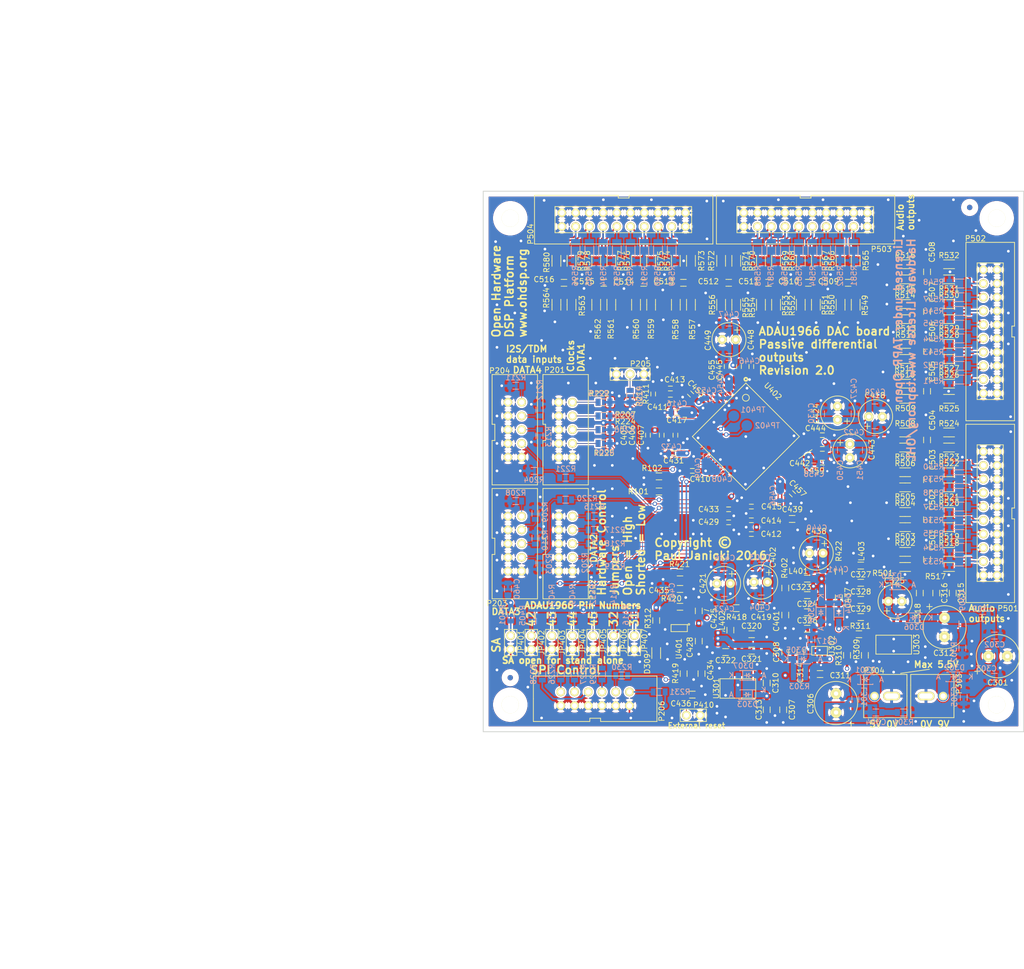
<source format=kicad_pcb>
(kicad_pcb (version 20221018) (generator pcbnew)
  (title_block (title "ADAU1966 DAC with Passive Output Filters") (date "2016-05-25") (rev "2.0") (company "Open Hardware DSP Platform - www.ohdsp.org") (comment 1 "MERCHANTABILITY, SATISFACTORY QUALITY AND FITNESS FOR A PARTICULAR PURPOSE.") (comment 2 "is distributed WITHOUT ANY EXPRESS OR IMPLIED WARRANTY, INCLUDING OF") (comment 3 "Licensed under the TAPR Open Hardware License (www.tapr.org/OHL). This documentation") (comment 4 "Copyright Paul Janicki 2016"))
  (layers (0 "F.Cu" signal) (1 "In1.Cu" signal) (2 "In2.Cu" signal) (31 "B.Cu" signal) (34 "B.Paste" user) (35 "F.Paste" user) (36 "B.SilkS" user "B.Silkscreen") (37 "F.SilkS" user "F.Silkscreen") (38 "B.Mask" user) (39 "F.Mask" user) (44 "Edge.Cuts" user))
  (net 0 "")
  (net 1 "Net-(C301-Pad1)")
  (net 2 "GNDA")
  (net 3 "VPP")
  (net 4 "VDD")
  (net 5 "Net-(C401-Pad1)")
  (net 6 "Net-(C501-Pad1)")
  (net 7 "/ADAU1966/DVDD")
  (net 8 "Net-(C513-Pad2)")
  (net 9 "/ADAU1966/IOVDD")
  (net 10 "/ADAU1966/MAN_RST_IN")
  (net 11 "/ADAU1966/DAC_RESET")
  (net 12 "/ADAU1966/AVDD")
  (net 13 "Net-(D301-Pad1)")
  (net 14 "Net-(D301-Pad2)")
  (net 15 "Net-(P201-Pad8)")
  (net 16 "Net-(P202-Pad2)")
  (net 17 "Net-(P202-Pad4)")
  (net 18 "Net-(P202-Pad6)")
  (net 19 "Net-(P202-Pad8)")
  (net 20 "Net-(P203-Pad8)")
  (net 21 "Net-(P204-Pad8)")
  (net 22 "/ADAU1966/SA")
  (net 23 "/ADAU1966/DSDATA7")
  (net 24 "/ADAU1966/DSDATA8")
  (net 25 "/ADAU1966/LF")
  (net 26 "/ADAU1966/DACOUT_SDATA5")
  (net 27 "/ADAU1966/DACOUT_SDATA6")
  (net 28 "/ADAU1966/DACOUT_SDATA2")
  (net 29 "/ADAU1966/MCLK")
  (net 30 "/ADAU1966/DACOUT_LRCLK")
  (net 31 "/ADAU1966/DACOUT_SDATA4")
  (net 32 "/ADAU1966/DACOUT_SDATA3")
  (net 33 "Net-(R309-Pad1)")
  (net 34 "/ADAU1966/OUT_1P")
  (net 35 "/ADAU1966/OUT_2P")
  (net 36 "/ADAU1966/OUT_3P")
  (net 37 "/ADAU1966/OUT_4P")
  (net 38 "/ADAU1966/OUT_5P")
  (net 39 "/ADAU1966/OUT_6P")
  (net 40 "/ADAU1966/OUT_7P")
  (net 41 "/ADAU1966/OUT_8P")
  (net 42 "/ADAU1966/OUT_9P")
  (net 43 "/ADAU1966/OUT_10P")
  (net 44 "/ADAU1966/OUT_11P")
  (net 45 "/ADAU1966/OUT_12P")
  (net 46 "/ADAU1966/OUT_13P")
  (net 47 "/ADAU1966/OUT_14P")
  (net 48 "/ADAU1966/OUT_15P")
  (net 49 "/ADAU1966/OUT_16P")
  (net 50 "Net-(C511-Pad1)")
  (net 51 "Net-(C511-Pad2)")
  (net 52 "/AnaloguePassiveFilters/N1")
  (net 53 "/AnaloguePassiveFilters/N2")
  (net 54 "/AnaloguePassiveFilters/N3")
  (net 55 "/AnaloguePassiveFilters/N4")
  (net 56 "/AnaloguePassiveFilters/N5")
  (net 57 "/AnaloguePassiveFilters/N6")
  (net 58 "/AnaloguePassiveFilters/N7")
  (net 59 "/AnaloguePassiveFilters/N8")
  (net 60 "/AnaloguePassiveFilters/N9")
  (net 61 "/AnaloguePassiveFilters/N10")
  (net 62 "/AnaloguePassiveFilters/N11")
  (net 63 "/AnaloguePassiveFilters/N12")
  (net 64 "/AnaloguePassiveFilters/N13")
  (net 65 "/AnaloguePassiveFilters/N14")
  (net 66 "/AnaloguePassiveFilters/N15")
  (net 67 "/AnaloguePassiveFilters/N16")
  (net 68 "Net-(C411-Pad2)")
  (net 69 "Net-(C418-Pad1)")
  (net 70 "Net-(C434-Pad1)")
  (net 71 "Net-(C501-Pad2)")
  (net 72 "Net-(C502-Pad1)")
  (net 73 "Net-(C502-Pad2)")
  (net 74 "Net-(C503-Pad1)")
  (net 75 "Net-(C503-Pad2)")
  (net 76 "Net-(C504-Pad1)")
  (net 77 "Net-(C504-Pad2)")
  (net 78 "Net-(C505-Pad1)")
  (net 79 "Net-(C505-Pad2)")
  (net 80 "Net-(C506-Pad1)")
  (net 81 "Net-(C506-Pad2)")
  (net 82 "Net-(C507-Pad1)")
  (net 83 "Net-(C507-Pad2)")
  (net 84 "Net-(C508-Pad1)")
  (net 85 "Net-(C508-Pad2)")
  (net 86 "Net-(C510-Pad1)")
  (net 87 "Net-(C510-Pad2)")
  (net 88 "Net-(C512-Pad1)")
  (net 89 "Net-(C512-Pad2)")
  (net 90 "Net-(C514-Pad1)")
  (net 91 "Net-(C514-Pad2)")
  (net 92 "Net-(C516-Pad1)")
  (net 93 "Net-(C516-Pad2)")
  (net 94 "Net-(C509-Pad1)")
  (net 95 "Net-(C509-Pad2)")
  (net 96 "Net-(C513-Pad1)")
  (net 97 "Net-(C515-Pad1)")
  (net 98 "Net-(C515-Pad2)")
  (net 99 "Net-(P501-Pad4)")
  (net 100 "Net-(P501-Pad6)")
  (net 101 "Net-(P501-Pad8)")
  (net 102 "Net-(P501-Pad10)")
  (net 103 "Net-(P501-Pad12)")
  (net 104 "Net-(P501-Pad14)")
  (net 105 "Net-(P501-Pad16)")
  (net 106 "Net-(P501-Pad18)")
  (net 107 "Net-(P502-Pad4)")
  (net 108 "Net-(P502-Pad6)")
  (net 109 "Net-(P502-Pad8)")
  (net 110 "Net-(P502-Pad10)")
  (net 111 "Net-(P502-Pad12)")
  (net 112 "Net-(P502-Pad14)")
  (net 113 "Net-(P502-Pad16)")
  (net 114 "Net-(P502-Pad18)")
  (net 115 "Net-(P503-Pad4)")
  (net 116 "Net-(P503-Pad6)")
  (net 117 "Net-(P503-Pad8)")
  (net 118 "Net-(P503-Pad10)")
  (net 119 "Net-(P503-Pad12)")
  (net 120 "Net-(P503-Pad14)")
  (net 121 "Net-(P503-Pad16)")
  (net 122 "Net-(P503-Pad18)")
  (net 123 "Net-(P504-Pad4)")
  (net 124 "Net-(P504-Pad6)")
  (net 125 "Net-(P504-Pad8)")
  (net 126 "Net-(P504-Pad10)")
  (net 127 "Net-(P504-Pad12)")
  (net 128 "Net-(P504-Pad14)")
  (net 129 "Net-(P504-Pad16)")
  (net 130 "Net-(P504-Pad18)")
  (net 131 "VAA")
  (net 132 "Net-(D302-Pad1)")
  (net 133 "Net-(P201-Pad2)")
  (net 134 "Net-(P201-Pad4)")
  (net 135 "Net-(P201-Pad6)")
  (net 136 "Net-(P203-Pad2)")
  (net 137 "Net-(P203-Pad4)")
  (net 138 "Net-(P203-Pad6)")
  (net 139 "Net-(P204-Pad2)")
  (net 140 "Net-(P204-Pad4)")
  (net 141 "Net-(P204-Pad6)")
  (net 142 "Net-(C309-Pad1)")
  (net 143 "/Connectors/BCLK")
  (net 144 "/ADAU1966/DACOUT_SDATA1")
  (net 145 "Net-(C304-Pad1)")
  (net 146 "Net-(C304-Pad2)")
  (net 147 "Net-(C309-Pad2)")
  (net 148 "Net-(C317-Pad1)")
  (net 149 "Net-(C419-Pad1)")
  (net 150 "Net-(C424-Pad1)")
  (net 151 "Net-(C435-Pad1)")
  (net 152 "Net-(C437-Pad1)")
  (net 153 "Net-(C442-Pad2)")
  (net 154 "Net-(C444-Pad1)")
  (net 155 "Net-(C445-Pad2)")
  (net 156 "Net-(C448-Pad1)")
  (net 157 "Net-(D309-Pad1)")
  (net 158 "Net-(P205-Pad2)")
  (net 159 "Net-(R310-Pad1)")
  (net 160 "Net-(P206-Pad2)")
  (net 161 "Net-(P206-Pad4)")
  (net 162 "Net-(P206-Pad6)")
  (net 163 "Net-(P206-Pad8)")
  (net 164 "Net-(P206-Pad10)")
  (net 165 "Net-(P206-Pad12)")
  (net 166 "/ADAU1966/DAC_MISO")
  (net 167 "/ADAU1966/DAC_CLK")
  (net 168 "/ADAU1966/DAC_MOSI")
  (net 169 "/ADAU1966/DAC_CS")
  (net 170 "/Connectors/GPIO")
  (net 171 "Net-(TP401-Pad1)")
  (net 172 "Net-(TP402-Pad1)")
  (footprint "MyKiCadLibs-Footprints:CAP-TH-D8mmP3.5mm" (layer "F.Cu") (at 170.278 144.694 90)
    (fp_text reference "C306")
    (fp_text value "220u" hide)
  )
  (footprint "MyKiCadLibs-Footprints:SMD-0805" (layer "F.Cu") (at 160.499 145.936 -90)
    (fp_text reference "C307")
    (fp_text value "22u" hide)
  )
  (footprint "MyKiCadLibs-Footprints:SMD-0805" (layer "F.Cu") (at 160.88 135.268 90)
    (fp_text reference "C308")
    (fp_text value "22u" hide)
  )
  (footprint "MyKiCadLibs-Footprints:SMD-0805" (layer "F.Cu") (at 157.451 140.983 90)
    (fp_text reference "C310")
    (fp_text value "100n" hide)
  )
  (footprint "MyKiCadLibs-Footprints:SMD-0805" (layer "F.Cu") (at 167.314 139.332)
    (fp_text reference "C311")
    (fp_text value "100n" hide)
  )
  (footprint "MyKiCadLibs-Footprints:SMD-0805" (layer "F.Cu") (at 188.82 124.346 90)
    (fp_text reference "C316")
    (fp_text value "100n" hide)
  )
  (footprint "MyKiCadLibs-Footprints:SMD-0805" (layer "F.Cu") (at 157.451 145.936 -90)
    (fp_text reference "C313")
    (fp_text value "10n" hide)
  )
  (footprint "MyKiCadLibs-Footprints:SMD-0805" (layer "F.Cu") (at 163.674 135.268 90)
    (fp_text reference "C314")
    (fp_text value "10n" hide)
  )
  (footprint "MyKiCadLibs-Footprints:SMD-0805" (layer "F.Cu") (at 154.657 131.966)
    (fp_text reference "C320")
    (fp_text value "22u" hide)
  )
  (footprint "MyKiCadLibs-Footprints:SMD-0805" (layer "F.Cu") (at 164.944 124.727 180)
    (fp_text reference "C323")
    (fp_text value "22u" hide)
  )
  (footprint "MyKiCadLibs-Footprints:SMD-0805" (layer "F.Cu") (at 149.831 135.268 180)
    (fp_text reference "C321")
    (fp_text value "100n" hide)
  )
  (footprint "MyKiCadLibs-Footprints:SMD-0805" (layer "F.Cu") (at 164.944 127.902 180)
    (fp_text reference "C324")
    (fp_text value "100n" hide)
  )
  (footprint "MyKiCadLibs-Footprints:SMD-0805" (layer "F.Cu") (at 154.657 135.014)
    (fp_text reference "C322")
    (fp_text value "10n" hide)
  )
  (footprint "MyKiCadLibs-Footprints:SMD-0805" (layer "F.Cu") (at 164.944 130.95 180)
    (fp_text reference "C326")
    (fp_text value "10n" hide)
  )
  (footprint "MyKiCadLibs-Footprints:SMD-0805" (layer "F.Cu") (at 174.85 122.441 180)
    (fp_text reference "C327")
    (fp_text value "22u" hide)
  )
  (footprint "MyKiCadLibs-Footprints:SMD-0805" (layer "F.Cu") (at 174.85 125.616 180)
    (fp_text reference "C328")
    (fp_text value "100n" hide)
  )
  (footprint "MyKiCadLibs-Footprints:SMD-0805" (layer "F.Cu") (at 174.85 128.791 180)
    (fp_text reference "C329")
    (fp_text value "10n" hide)
  )
  (footprint "MyKiCadLibs-Footprints:SMD-0805" (layer "F.Cu") (at 187.118 118.123 -90)
    (fp_text reference "C501")
    (fp_text value "2n7" hide)
  )
  (footprint "MyKiCadLibs-Footprints:SMD-0805" (layer "F.Cu") (at 160.88 128.41 -90)
    (fp_text reference "C401")
    (fp_text value "100p" hide)
  )
  (footprint "MyKiCadLibs-Footprints:CAP-TH-D6.3mmP2.5mm" (layer "F.Cu") (at 156.328 122.314 180)
    (fp_text reference "C402")
    (fp_text value "220u" hide)
  )
  (footprint "MyKiCadLibs-Footprints:CAP-TH-D6.3mmP2.5mm" (layer "F.Cu") (at 177.593 91.707)
    (fp_text reference "C418")
    (fp_text value "220u" hide)
  )
  (footprint "MyKiCadLibs-Footprints:CAP-TH-D6.3mmP2.5mm" (layer "F.Cu") (at 170.548978 91.032056 90)
    (fp_text reference "C424")
    (fp_text value "220u" hide)
  )
  (footprint "MyKiCadLibs-Footprints:SMD-0805" (layer "F.Cu") (at 144.878 127.648 90)
    (fp_text reference "C425")
    (fp_text value "10u" hide)
  )
  (footprint "MyKiCadLibs-Footprints:SMD-0805" (layer "F.Cu") (at 144.878 133.236 -90)
    (fp_text reference "C428")
    (fp_text value "100n" hide)
  )
  (footprint "MyKiCadLibs-Footprints:SMD-0805" (layer "F.Cu") (at 156.392 127.14)
    (fp_text reference "C419")
    (fp_text value "100p" hide)
  )
  (footprint "MyKiCadLibs-Footprints:SMD-0805" (layer "F.Cu") (at 145.386 139.248 -90)
    (fp_text reference "C434")
    (fp_text value "100n" hide)
  )
  (footprint "MyKiCadLibs-Footprints:SMD-0805" (layer "F.Cu") (at 141.406 123.584)
    (fp_text reference "C435")
    (fp_text value "N/F" hide)
  )
  (footprint "MyKiCadLibs-Footprints:SMD-0805" (layer "F.Cu") (at 143.692 143.142)
    (fp_text reference "C436")
    (fp_text value "100n" hide)
  )
  (footprint "MyKiCadLibs-Footprints:SMD-0805" (layer "F.Cu") (at 162.15 110.63)
    (fp_text reference "C439")
    (fp_text value "100n" hide)
  )
  (footprint "MyKiCadLibs-Footprints:SMD-0805" (layer "F.Cu") (at 170.786 125.192 -90)
    (fp_text reference "C437")
    (fp_text value "100p" hide)
  )
  (footprint "MyKiCadLibs-Footprints:CAP-TH-D6.3mmP2.5mm" (layer "F.Cu") (at 172.8305 98.037 -90)
    (fp_text reference "C443")
    (fp_text value "47u" hide)
  )
  (footprint "MyKiCadLibs-Footprints:CAP-TH-D6.3mmP2.5mm" (layer "F.Cu") (at 166.611313 116.960797 180)
    (fp_text reference "C438")
    (fp_text value "220u" hide)
  )
  (footprint "MyKiCadLibs-Footprints:SMD-0805" (layer "F.Cu") (at 164.944 121.679 180)
    (fp_text reference "L401")
    (fp_text value "600R@100MHz" hide)
  )
  (footprint "MyKiCadLibs-Footprints:SMD-0805" (layer "F.Cu") (at 150.72 131.204 90)
    (fp_text reference "L402")
    (fp_text value "600R@100MHz" hide)
  )
  (footprint "MyKiCadLibs-Footprints:SMD-0805" (layer "F.Cu") (at 174.85 119.266 180)
    (fp_text reference "L403")
    (fp_text value "600R@100MHz" hide)
  )
  (footprint "MyKiCadLibs-Footprints:CONN-2WAY-2.54mm-3.81mm-SPACING" (layer "F.Cu") (at 190.09 143.4 180)
    (fp_text reference "P303")
    (fp_text value "CONN_2x1" hide)
  )
  (footprint "MyKiCadLibs-Footprints:CONN-2WAY-2.54mm-3.81mm-SPACING" (layer "F.Cu") (at 177.39 143.4)
    (fp_text reference "P304")
    (fp_text value "CONN_2x1" hide)
  )
  (footprint "MyKiCadLibs-Footprints:SMD-0805" (layer "F.Cu") (at 137.512 105.55 180)
    (fp_text reference "R101")
    (fp_text value "1k" hide)
  )
  (footprint "MyKiCadLibs-Footprints:SMD-0805" (layer "F.Cu") (at 137.512 102.756 180)
    (fp_text reference "R102")
    (fp_text value "1k" hide)
  )
  (footprint "MyKiCadLibs-Footprints:SMD-0805" (layer "F.Cu") (at 127.352 89.04)
    (fp_text reference "R222")
    (fp_text value "0" hide)
  )
  (footprint "MyKiCadLibs-Footprints:SMD-0805" (layer "F.Cu") (at 127.352 94.12)
    (fp_text reference "R224")
    (fp_text value "0" hide)
  )
  (footprint "MyKiCadLibs-Footprints:SMD-0805" (layer "F.Cu") (at 127.352 96.66)
    (fp_text reference "R225")
    (fp_text value "0" hide)
  )
  (footprint "MyKiCadLibs-Footprints:SMD-0805" (layer "F.Cu") (at 127.352 91.58 180)
    (fp_text reference "R207")
    (fp_text value "N/F" hide)
  )
  (footprint "MyKiCadLibs-Footprints:SMD-0805" (layer "F.Cu") (at 172.31 135.86 -90)
    (fp_text reference "R310")
    (fp_text value "0" hide)
  )
  (footprint "MyKiCadLibs-Footprints:SMD-0805" (layer "F.Cu") (at 174.512 131.966)
    (fp_text reference "R311")
    (fp_text value "6k8" hide)
  )
  (footprint "MyKiCadLibs-Footprints:SMD-0805" (layer "F.Cu") (at 175.612 135.86 -90)
    (fp_text reference "R309")
    (fp_text value "2k2" hide)
  )
  (footprint "MyKiCadLibs-Footprints:SMD-1206" (layer "F.Cu") (at 183.054 119.52)
    (fp_text reference "R501")
    (fp_text value "240" hide)
  )
  (footprint "MyKiCadLibs-Footprints:SMD-1206" (layer "F.Cu") (at 183.054 116.726)
    (fp_text reference "R502")
    (fp_text value "240" hide)
  )
  (footprint "MyKiCadLibs-Footprints:SMD-1206" (layer "F.Cu") (at 191.182 119.52)
    (fp_text reference "R517")
    (fp_text value "100" hide)
  )
  (footprint "MyKiCadLibs-Footprints:SMD-1206" (layer "F.Cu") (at 191.182 116.726)
    (fp_text reference "R518")
    (fp_text value "100" hide)
  )
  (footprint "MyKiCadLibs-Footprints:SMD-0805" (layer "F.Cu") (at 160.88 123.414 -90)
    (fp_text reference "R402")
    (fp_text value "47" hide)
  )
  (footprint "MyKiCadLibs-Footprints:SMD-0805" (layer "F.Cu") (at 151.82 127.14)
    (fp_text reference "R418")
    (fp_text value "47" hide)
  )
  (footprint "MyKiCadLibs-Footprints:SMD-0805" (layer "F.Cu") (at 142.084 139.248 -90)
    (fp_text reference "R419")
    (fp_text value "1k" hide)
  )
  (footprint "MyKiCadLibs-Footprints:SMD-0805" (layer "F.Cu") (at 141.406 126.886 180)
    (fp_text reference "R420")
    (fp_text value "100k" hide)
  )
  (footprint "MyKiCadLibs-Footprints:SMD-0805" (layer "F.Cu") (at 141.406 120.536 180)
    (fp_text reference "R421")
    (fp_text value "100" hide)
  )
  (footprint "MyKiCadLibs-Footprints:SMD-0805" (layer "F.Cu") (at 170.786 120.366 -90)
    (fp_text reference "R422")
    (fp_text value "47" hide)
  )
  (footprint "MyKiCadLibs-Footprints:SMD-1206" (layer "F.Cu") (at 121.332 71.006 90)
    (fp_text reference "R563")
    (fp_text value "240" hide)
  )
  (footprint "MyKiCadLibs-Footprints:SMD-1206" (layer "F.Cu") (at 118.538 71.006 90)
    (fp_text reference "R564")
    (fp_text value "240" hide)
  )
  (footprint "MyKiCadLibs-Footprints:SMD-1206" (layer "F.Cu") (at 173.91 62.878 90)
    (fp_text reference "R565")
    (fp_text value "100" hide)
  )
  (footprint "MyKiCadLibs-Footprints:SMD-1206" (layer "F.Cu") (at 171.116 62.878 90)
    (fp_text reference "R566")
    (fp_text value "100" hide)
  )
  (footprint "MyKiCadLibs-Footprints:SMD-1206" (layer "F.Cu") (at 166.544 62.878 90)
    (fp_text reference "R567")
    (fp_text value "100" hide)
  )
  (footprint "MyKiCadLibs-Footprints:SMD-1206" (layer "F.Cu") (at 163.75 62.878 90)
    (fp_text reference "R568")
    (fp_text value "100" hide)
  )
  (footprint "MyKiCadLibs-Footprints:SMD-1206" (layer "F.Cu") (at 159.178 62.878 90)
    (fp_text reference "R569")
    (fp_text value "100" hide)
  )
  (footprint "MyKiCadLibs-Footprints:SMD-1206" (layer "F.Cu") (at 156.384 62.878 90)
    (fp_text reference "R570")
    (fp_text value "100" hide)
  )
  (footprint "MyKiCadLibs-Footprints:SMD-1206" (layer "F.Cu") (at 151.812 62.878 90)
    (fp_text reference "R571")
    (fp_text value "100" hide)
  )
  (footprint "MyKiCadLibs-Footprints:SMD-1206" (layer "F.Cu") (at 149.018 62.878 90)
    (fp_text reference "R572")
    (fp_text value "100" hide)
  )
  (footprint "MyKiCadLibs-Footprints:SMD-1206" (layer "F.Cu") (at 143.43 62.878 90)
    (fp_text reference "R573")
    (fp_text value "100" hide)
  )
  (footprint "MyKiCadLibs-Footprints:SMD-1206" (layer "F.Cu") (at 140.636 62.878 90)
    (fp_text reference "R574")
    (fp_text value "100" hide)
  )
  (footprint "MyKiCadLibs-Footprints:SMD-1206" (layer "F.Cu") (at 136.064 62.878 90)
    (fp_text reference "R575")
    (fp_text value "100" hide)
  )
  (footprint "MyKiCadLibs-Footprints:SMD-1206" (layer "F.Cu") (at 133.27 62.878 90)
    (fp_text reference "R576")
    (fp_text value "100" hide)
  )
  (footprint "MyKiCadLibs-Footprints:SMD-1206" (layer "F.Cu") (at 128.698 62.878 90)
    (fp_text reference "R577")
    (fp_text value "100" hide)
  )
  (footprint "MyKiCadLibs-Footprints:SMD-1206" (layer "F.Cu") (at 125.904 62.878 90)
    (fp_text reference "R578")
    (fp_text value "100" hide)
  )
  (footprint "MyKiCadLibs-Footprints:SMD-1206" (layer "F.Cu") (at 121.332 62.878 90)
    (fp_text reference "R579")
    (fp_text value "100" hide)
  )
  (footprint "MyKiCadLibs-Footprints:SMD-1206" (layer "F.Cu") (at 118.538 62.878 90)
    (fp_text reference "R580")
    (fp_text value "100" hide)
  )
  (footprint "MyKiCadLibs-Footprints:IC-SOT223-6" (layer "F.Cu") (at 180.946 133.8966 180)
    (fp_text reference "U303")
    (fp_text value "TPS7A4501" hide)
  )
  (footprint "MyKiCadLibs-Footprints:IC-SOT143" (layer "F.Cu") (at 141.256 130.834 180)
    (fp_text reference "U401")
    (fp_text value "ADM811ZART" hide)
  )
  (footprint "MyKiCadLibs-Footprints:IC-LQFP80-P065" (layer "F.Cu") (at 153.59 95.39 -45)
    (fp_text reference "U402")
    (fp_text value "IC-DAC-ADAU1966" hide)
  )
  (footprint "MyKiCadLibs-Footprints:SMD-0603" (layer "F.Cu") (at 135.48 95.136 -90)
    (fp_text reference "C405")
    (fp_text value "1u" hide)
  )
  (footprint "MyKiCadLibs-Footprints:SMD-0603" (layer "F.Cu") (at 138.02 95.136 -90)
    (fp_text reference "C406")
    (fp_text value "100n" hide)
  )
  (footprint "MyKiCadLibs-Footprints:SMD-0603" (layer "F.Cu") (at 140.5598 95.136 -90)
    (fp_text reference "C407")
    (fp_text value "10n" hide)
  )
  (footprint "MyKiCadLibs-Footprints:SMD-0603" (layer "F.Cu") (at 143.684 101.74 180)
    (fp_text reference "C410")
    (fp_text value "10n" hide)
  )
  (footprint "MyKiCadLibs-Footprints:SMD-0603" (layer "F.Cu") (at 139.62 88.532 180)
    (fp_text reference "C411")
    (fp_text value "5n6" hide)
  )
  (footprint "MyKiCadLibs-Footprints:SMD-0603" (layer "F.Cu") (at 154.606 113.424 180)
    (fp_text reference "C412")
    (fp_text value "1u" hide)
  )
  (footprint "MyKiCadLibs-Footprints:SMD-0603" (layer "F.Cu") (at 139.62 86.5 180)
    (fp_text reference "C413")
    (fp_text value "390p" hide)
  )
  (footprint "MyKiCadLibs-Footprints:SMD-0603" (layer "F.Cu") (at 154.606 110.884 180)
    (fp_text reference "C414")
    (fp_text value "100n" hide)
  )
  (footprint "MyKiCadLibs-Footprints:SMD-0603" (layer "F.Cu") (at 154.606 108.344 180)
    (fp_text reference "C415")
    (fp_text value "10n" hide)
  )
  (footprint "MyKiCadLibs-Footprints:SMD-0603" (layer "F.Cu") (at 140.8138 90.9704 180)
    (fp_text reference "C417")
    (fp_text value "100n" hide)
  )
  (footprint "MyKiCadLibs-Footprints:SMD-0603" (layer "F.Cu") (at 150.4 111.265)
    (fp_text reference "C429")
    (fp_text value "1u" hide)
  )
  (footprint "MyKiCadLibs-Footprints:SMD-0603" (layer "F.Cu") (at 140.255 98.438 180)
    (fp_text reference "C431")
    (fp_text value "100n" hide)
  )
  (footprint "MyKiCadLibs-Footprints:SMD-0603" (layer "F.Cu") (at 167.738 97.676 180)
    (fp_text reference "C442")
    (fp_text value "470n" hide)
  )
  (footprint "MyKiCadLibs-Footprints:SMD-0603" (layer "F.Cu") (at 167.738 95.136)
    (fp_text reference "C444")
    (fp_text value "470n" hide)
  )
  (footprint "MyKiCadLibs-Footprints:SMD-0603" (layer "F.Cu") (at 152.32 82.436 -90)
    (fp_text reference "C445")
    (fp_text value "470n" hide)
  )
  (footprint "MyKiCadLibs-Footprints:SMD-0603" (layer "F.Cu") (at 154.606 82.436 90)
    (fp_text reference "C448")
    (fp_text value "470n" hide)
  )
  (footprint "MyKiCadLibs-Footprints:SMD-0603" (layer "F.Cu") (at 143.354 87.516 135)
    (fp_text reference "C453")
    (fp_text value "100n" hide)
  )
  (footprint "MyKiCadLibs-Footprints:SMD-0603" (layer "F.Cu") (at 150.034 82.436 90)
    (fp_text reference "C455")
    (fp_text value "100n" hide)
  )
  (footprint "MyKiCadLibs-Footprints:SMD-0603" (layer "F.Cu") (at 162.2006 105.9818 -45)
    (fp_text reference "C457")
    (fp_text value "100n" hide)
  )
  (footprint "MyKiCadLibs-Footprints:SMD-0603" (layer "F.Cu") (at 167.738 100.216)
    (fp_text reference "C459")
    (fp_text value "100n" hide)
  )
  (footprint "MyKiCadLibs-Footprints:SMD-0603" (layer "F.Cu") (at 150.4 108.852)
    (fp_text reference "C433")
    (fp_text value "100n" hide)
  )
  (footprint "MyKiCadLibs-Footprints:SMD-0603" (layer "F.Cu") (at 136.445 87.516 90)
    (fp_text reference "R411")
    (fp_text value "562" hide)
  )
  (footprint "MyKiCadLibs-Footprints:SMD-0805" (layer "F.Cu") (at 187.118 110.757 -90)
    (fp_text reference "C502")
    (fp_text value "2n7" hide)
  )
  (footprint "MyKiCadLibs-Footprints:SMD-0805" (layer "F.Cu") (at 187.118 103.391 -90)
    (fp_text reference "C503")
    (fp_text value "2n7" hide)
  )
  (footprint "MyKiCadLibs-Footprints:SMD-0805" (layer "F.Cu") (at 187.118 96.025 -90)
    (fp_text reference "C504")
    (fp_text value "2n7" hide)
  )
  (footprint "MyKiCadLibs-Footprints:SMD-0805" (layer "F.Cu") (at 187.118 87.008 -90)
    (fp_text reference "C505")
    (fp_text value "2n7" hide)
  )
  (footprint "MyKiCadLibs-Footprints:SMD-0805" (layer "F.Cu") (at 187.118 79.642 -90)
    (fp_text reference "C506")
    (fp_text value "2n7" hide)
  )
  (footprint "MyKiCadLibs-Footprints:SMD-0805" (layer "F.Cu") (at 187.118 72.276 -90)
    (fp_text reference "C507")
    (fp_text value "2n7" hide)
  )
  (footprint "MyKiCadLibs-Footprints:SMD-1206" (layer "F.Cu") (at 183.054 112.154)
    (fp_text reference "R503")
    (fp_text value "240" hide)
  )
  (footprint "MyKiCadLibs-Footprints:SMD-1206" (layer "F.Cu") (at 183.054 109.36)
    (fp_text reference "R504")
    (fp_text value "240" hide)
  )
  (footprint "MyKiCadLibs-Footprints:SMD-1206" (layer "F.Cu") (at 183.054 104.788)
    (fp_text reference "R505")
    (fp_text value "240" hide)
  )
  (footprint "MyKiCadLibs-Footprints:SMD-1206" (layer "F.Cu") (at 183.054 101.994)
    (fp_text reference "R506")
    (fp_text value "240" hide)
  )
  (footprint "MyKiCadLibs-Footprints:SMD-1206" (layer "F.Cu") (at 183.054 97.422)
    (fp_text reference "R507")
    (fp_text value "240" hide)
  )
  (footprint "MyKiCadLibs-Footprints:SMD-1206" (layer "F.Cu") (at 183.054 94.628)
    (fp_text reference "R508")
    (fp_text value "240" hide)
  )
  (footprint "MyKiCadLibs-Footprints:SMD-1206" (layer "F.Cu") (at 183.054 88.405)
    (fp_text reference "R509")
    (fp_text value "240" hide)
  )
  (footprint "MyKiCadLibs-Footprints:SMD-1206" (layer "F.Cu") (at 183.054 85.611)
    (fp_text reference "R510")
    (fp_text value "240" hide)
  )
  (footprint "MyKiCadLibs-Footprints:SMD-1206" (layer "F.Cu") (at 183.054 81.039)
    (fp_text reference "R511")
    (fp_text value "240" hide)
  )
  (footprint "MyKiCadLibs-Footprints:SMD-1206" (layer "F.Cu") (at 183.054 78.245)
    (fp_text reference "R512")
    (fp_text value "240" hide)
  )
  (footprint "MyKiCadLibs-Footprints:SMD-1206" (layer "F.Cu") (at 183.054 73.673)
    (fp_text reference "R513")
    (fp_text value "240" hide)
  )
  (footprint "MyKiCadLibs-Footprints:SMD-1206" (layer "F.Cu") (at 183.054 70.879)
    (fp_text reference "R514")
    (fp_text value "240" hide)
  )
  (footprint "MyKiCadLibs-Footprints:SMD-1206" (layer "F.Cu") (at 183.054 66.307)
    (fp_text reference "R515")
    (fp_text value "240" hide)
  )
  (footprint "MyKiCadLibs-Footprints:SMD-1206" (layer "F.Cu") (at 183.054 63.513)
    (fp_text reference "R516")
    (fp_text value "240" hide)
  )
  (footprint "MyKiCadLibs-Footprints:SMD-1206" (layer "F.Cu") (at 191.182 112.154)
    (fp_text reference "R519")
    (fp_text value "100" hide)
  )
  (footprint "MyKiCadLibs-Footprints:SMD-1206" (layer "F.Cu") (at 191.182 109.36)
    (fp_text reference "R520")
    (fp_text value "100" hide)
  )
  (footprint "MyKiCadLibs-Footprints:SMD-1206" (layer "F.Cu") (at 191.182 104.788)
    (fp_text reference "R521")
    (fp_text value "100" hide)
  )
  (footprint "MyKiCadLibs-Footprints:SMD-1206" (layer "F.Cu") (at 191.182 101.994)
    (fp_text reference "R522")
    (fp_text value "100" hide)
  )
  (footprint "MyKiCadLibs-Footprints:SMD-1206" (layer "F.Cu") (at 191.182 97.422)
    (fp_text reference "R523")
    (fp_text value "100" hide)
  )
  (footprint "MyKiCadLibs-Footprints:SMD-1206" (layer "F.Cu") (at 191.182 94.628)
    (fp_text reference "R524")
    (fp_text value "100" hide)
  )
  (footprint "MyKiCadLibs-Footprints:SMD-1206" (layer "F.Cu") (at 191.182 88.405)
    (fp_text reference "R525")
    (fp_text value "100" hide)
  )
  (footprint "MyKiCadLibs-Footprints:SMD-1206" (layer "F.Cu") (at 191.182 85.611)
    (fp_text reference "R526")
    (fp_text value "100" hide)
  )
  (footprint "MyKiCadLibs-Footprints:SMD-1206" (layer "F.Cu") (at 191.182 81.039)
    (fp_text reference "R527")
    (fp_text value "100" hide)
  )
  (footprint "MyKiCadLibs-Footprints:SMD-1206" (layer "F.Cu") (at 191.182 78.245)
    (fp_text reference "R528")
    (fp_text value "100" hide)
  )
  (footprint "MyKiCadLibs-Footprints:SMD-1206" (layer "F.Cu") (at 191.182 73.673)
    (fp_text reference "R529")
    (fp_text value "100" hide)
  )
  (footprint "MyKiCadLibs-Footprints:SMD-1206" (layer "F.Cu") (at 191.182 70.879)
    (fp_text reference "R530")
    (fp_text value "100" hide)
  )
  (footprint "MyKiCadLibs-Footprints:SMD-1206" (layer "F.Cu") (at 191.182 66.307)
    (fp_text reference "R531")
    (fp_text value "100" hide)
  )
  (footprint "MyKiCadLibs-Footprints:SMD-1206" (layer "F.Cu") (at 191.182 63.513)
    (fp_text reference "R532")
    (fp_text value "100" hide)
  )
  (footprint "MyKiCadLibs-Footprints:SMD-1206" (layer "F.Cu") (at 173.91 71.006 90)
    (fp_text reference "R549")
    (fp_text value "240" hide)
  )
  (footprint "MyKiCadLibs-Footprints:SMD-1206" (layer "F.Cu") (at 171.116 71.006 90)
    (fp_text reference "R550")
    (fp_text value "240" hide)
  )
  (footprint "MyKiCadLibs-Footprints:SMD-1206" (layer "F.Cu") (at 166.544 71.006 90)
    (fp_text reference "R551")
    (fp_text value "240" hide)
  )
  (footprint "MyKiCadLibs-Footprints:SMD-1206" (layer "F.Cu") (at 163.75 71.006 90)
    (fp_text reference "R552")
    (fp_text value "240" hide)
  )
  (footprint "MyKiCadLibs-Footprints:SMD-1206" (layer "F.Cu") (at 159.178 71.006 90)
    (fp_text reference "R553")
    (fp_text value "240" hide)
  )
  (footprint "MyKiCadLibs-Footprints:SMD-1206" (layer "F.Cu") (at 156.384 71.006 90)
    (fp_text reference "R554")
    (fp_text value "240" hide)
  )
  (footprint "MyKiCadLibs-Footprints:SMD-1206" (layer "F.Cu") (at 151.812 71.006 90)
    (fp_text reference "R555")
    (fp_text value "240" hide)
  )
  (footprint "MyKiCadLibs-Footprints:SMD-1206" (layer "F.Cu") (at 149.018 71.006 90)
    (fp_text reference "R556")
    (fp_text value "240" hide)
  )
  (footprint "MyKiCadLibs-Footprints:SMD-1206" (layer "F.Cu") (at 143.43 71.006 90)
    (fp_text reference "R557")
    (fp_text value "240" hide)
  )
  (footprint "MyKiCadLibs-Footprints:SMD-1206" (layer "F.Cu") (at 140.636 71.006 90)
    (fp_text reference "R558")
    (fp_text value "240" hide)
  )
  (footprint "MyKiCadLibs-Footprints:SMD-1206" (layer "F.Cu") (at 136.064 71.006 90)
    (fp_text reference "R559")
    (fp_text value "240" hide)
  )
  (footprint "MyKiCadLibs-Footprints:SMD-1206" (layer "F.Cu") (at 133.27 71.006 90)
    (fp_text reference "R560")
    (fp_text value "240" hide)
  )
  (footprint "MyKiCadLibs-Footprints:SMD-1206" (layer "F.Cu") (at 128.698 71.006 90)
    (fp_text reference "R561")
    (fp_text value "240" hide)
  )
  (footprint "MyKiCadLibs-Footprints:SMD-1206" (layer "F.Cu") (at 125.904 71.006 90)
    (fp_text reference "R562")
    (fp_text value "240" hide)
  )
  (footprint "MyKiCadLibs-Footprints:SMD-0805" (layer "F.Cu") (at 187.118 64.91 -90)
    (fp_text reference "C508")
    (fp_text value "2n7" hide)
  )
  (footprint "MyKiCadLibs-Footprints:SMD-0805" (layer "F.Cu") (at 172.513 66.942)
    (fp_text reference "C509")
    (fp_text value "2n7" hide)
  )
  (footprint "MyKiCadLibs-Footprints:SMD-0805" (layer "F.Cu") (at 165.147 66.942)
    (fp_text reference "C510")
    (fp_text value "2n7" hide)
  )
  (footprint "MyKiCadLibs-Footprints:SMD-0805" (layer "F.Cu") (at 157.781 66.942)
    (fp_text reference "C511")
    (fp_text value "2n7" hide)
  )
  (footprint "MyKiCadLibs-Footprints:SMD-0805" (layer "F.Cu") (at 150.415 66.942)
    (fp_text reference "C512")
    (fp_text value "2n7" hide)
  )
  (footprint "MyKiCadLibs-Footprints:SMD-0805" (layer "F.Cu") (at 142.033 66.942)
    (fp_text reference "C513")
    (fp_text value "2n7" hide)
  )
  (footprint "MyKiCadLibs-Footprints:SMD-0805" (layer "F.Cu") (at 134.667 66.942)
    (fp_text reference "C514")
    (fp_text value "2n7" hide)
  )
  (footprint "MyKiCadLibs-Footprints:SMD-0805" (layer "F.Cu") (at 127.301 66.942)
    (fp_text reference "C515")
    (fp_text value "2n7" hide)
  )
  (footprint "MyKiCadLibs-Footprints:SMD-0805" (layer "F.Cu") (at 119.935 66.942)
    (fp_text reference "C516")
    (fp_text value "2n7" hide)
  )
  (footprint "MyKiCadLibs-Footprints:SMD-0805" (layer "F.Cu") (at 185.772 124.346 90)
    (fp_text reference "C318")
    (fp_text value "10n" hide)
  )
  (footprint "MyKiCadLibs-Footprints:CAP-TH-D8mmP3.5mm" (layer "F.Cu") (at 200.222 136.03)
    (fp_text reference "C301")
    (fp_text value "220u" hide)
  )
  (footprint "MyKiCadLibs-Footprints:CAP-TH-D8mmP3.5mm" (layer "F.Cu") (at 190.344 130.668 -90)
    (fp_text reference "C312")
    (fp_text value "220u" hide)
  )
  (footprint "MyKiCadLibs-Footprints:CAP-TH-D6.3mmP2.5mm" (layer "F.Cu") (at 181.2 125.87)
    (fp_text reference "C325")
    (fp_text value "220u" hide)
  )
  (footprint "MyKiCadLibs-Footprints:CAP-TH-D6.3mmP2.5mm" (layer "F.Cu") (at 150.466 77.4576 180)
    (fp_text reference "C449")
    (fp_text value "47u" hide)
  )
  (footprint "MyKiCadLibs-Footprints:CAP-TH-D6.3mmP2.5mm" (layer "F.Cu") (at 149.47 122.568 180)
    (fp_text reference "C421")
    (fp_text value "220u" hide)
  )
  (footprint "MyKiCadLibs-Footprints:SMD-0805" (layer "F.Cu") (at 191.868 124.346 90)
    (fp_text reference "C315")
    (fp_text value "22u" hide)
  )
  (footprint "MyKiCadLibs-Footprints:SMD-0805" (layer "F.Cu") (at 132.178 87.94 -90)
    (fp_text reference "R214")
    (fp_text value "N/F" hide)
  )
  (footprint "MyKiCadLibs-Footprints:SMD-0805" (layer "F.Cu") (at 137.004 129.426 -90)
    (fp_text reference "R312")
    (fp_text value "470" hide)
  )
  (footprint "MyKiCadLibs-Footprints:CONN_DIL_2X10_BOX_1MM" (layer "F.Cu") (at 198.802 109.614 180)
    (fp_text reference "P501")
    (fp_text value "CONN_02X10" hide)
  )
  (footprint "MyKiCadLibs-Footprints:CONN_DIL_2X10_BOX_1MM" (layer "F.Cu") (at 198.802 75.959 180)
    (fp_text reference "P502")
    (fp_text value "CONN_02X10" hide)
  )
  (footprint "MyKiCadLibs-Footprints:CONN_DIL_2X10_BOX_1MM" (layer "F.Cu") (at 164.639 55.258 -90)
    (fp_text reference "P503")
    (fp_text value "CONN_02X10" hide)
  )
  (footprint "MyKiCadLibs-Footprints:CONN_DIL_2X10_BOX_1MM" (layer "F.Cu") (at 130.984 55.258 -90)
    (fp_text reference "P504")
    (fp_text value "CONN_02X10" hide)
  )
  (footprint "MyKiCadLibs-Footprints:CONN_DIL_2X5_BOX_1MM" (layer "F.Cu") (at 120.24 94.12)
    (fp_text reference "P201")
    (fp_text value "CONN_02X05" hide)
  )
  (footprint "MyKiCadLibs-Footprints:CONN_DIL_2X5_BOX_1MM" (layer "F.Cu") (at 120.24 115.202)
    (fp_text reference "P202")
    (fp_text value "CONN_02X05" hide)
  )
  (footprint "MyKiCadLibs-Footprints:CONN_DIL_2X5_BOX_1MM" (layer "F.Cu") (at 110.842 115.202)
    (fp_text reference "P203")
    (fp_text value "CONN_02X05" hide)
  )
  (footprint "MyKiCadLibs-Footprints:CONN_DIL_2X5_BOX_1MM" (layer "F.Cu") (at 110.842 94.12)
    (fp_text reference "P204")
    (fp_text value "CONN_02X05" hide)
  )
  (footprint "MyKiCadLibs-Footprints:CONN_SIL_3_1MM" (layer "F.Cu") (at 129.638 83.833)
    (fp_text reference "P205")
    (fp_text value "CONN_3x1" hide)
  )
  (footprint "MyKiCadLibs-Footprints:CONN_SIL_2_1MM" (layer "F.Cu") (at 110.08 132.22 -90)
    (fp_text reference "JP401")
    (fp_text value "CONN_2x1" hide)
  )
  (footprint "MyKiCadLibs-Footprints:CONN_SIL_2_1MM" (layer "F.Cu") (at 142.592 146.952)
    (fp_text reference "P410")
    (fp_text value "CONN_2x1" hide)
  )
  (footprint "MyKiCadLibs-Footprints:MNT_HOLE_3.2mm" (layer "F.Cu") (at 110 145)
    (fp_text reference "MNT301" hide)
    (fp_text value "MNT_HOLE" hide)
  )
  (footprint "MyKiCadLibs-Footprints:MNT_HOLE_3.2mm" (layer "F.Cu") (at 200 145)
    (fp_text reference "MNT302" hide)
    (fp_text value "MNT_HOLE" hide)
  )
  (footprint "MyKiCadLibs-Footprints:MNT_HOLE_3.2mm" (layer "F.Cu") (at 200 55)
    (fp_text reference "MNT303" hide)
    (fp_text value "MNT_HOLE" hide)
  )
  (footprint "MyKiCadLibs-Footprints:MNT_HOLE_3.2mm" (layer "F.Cu") (at 110 55)
    (fp_text reference "MNT304" hide)
    (fp_text value "MNT_HOLE" hide)
  )
  (footprint "MyKiCadLibs-Footprints:FID-1MM-3MM" (layer "F.Cu") (at 110 140)
    (fp_text reference "FID1" hide)
    (fp_text value "MNT_HOLE" hide)
  )
  (footprint "MyKiCadLibs-Footprints:FID-1MM-3MM" (layer "F.Cu") (at 195 53)
    (fp_text reference "FID2" hide)
    (fp_text value "MNT_HOLE" hide)
  )
  (footprint "MyKiCadLibs-Footprints:IC-SOT-223" (layer "F.Cu") (at 152.117 141.999)
    (fp_text reference "U301")
    (fp_text value "TLV1117LV33DCY" hide)
  )
  (footprint "MyKiCadLibs-Footprints:IC-SOT23-5" (layer "F.Cu") (at 167.23 135.014)
    (fp_text reference "U302")
    (fp_text value "TLV70025DDC" hide)
  )
  (footprint "MyKiCadLibs-Footprints:CONN_DIL_2X6_BOX_1MM" (layer "F.Cu") (at 125.702052 143.907156 90)
    (fp_text reference "P206")
    (fp_text value "CONN_02X06" hide)
  )
  (footprint "MyKiCadLibs-Footprints:CONN_SIL_2_1MM" (layer "F.Cu") (at 113.89 132.22 -90)
    (fp_text reference "JP402")
    (fp_text value "CONN_2x1" hide)
  )
  (footprint "MyKiCadLibs-Footprints:CONN_SIL_2_1MM" (layer "F.Cu") (at 117.7 132.22 -90)
    (fp_text reference "JP403")
    (fp_text value "CONN_2x1" hide)
  )
  (footprint "MyKiCadLibs-Footprints:CONN_SIL_2_1MM" (layer "F.Cu") (at 121.51 132.22 -90)
    (fp_text reference "JP404")
    (fp_text value "CONN_2x1" hide)
  )
  (footprint "MyKiCadLibs-Footprints:CONN_SIL_2_1MM" (layer "F.Cu") (at 125.32 132.22 -90)
    (fp_text reference "JP405")
    (fp_text value "CONN_2x1" hide)
  )
  (footprint "MyKiCadLibs-Footprints:CONN_SIL_2_1MM" (layer "F.Cu") (at 129.13 132.22 -90)
    (fp_text reference "JP406")
    (fp_text value "CONN_2x1" hide)
  )
  (footprint "MyKiCadLibs-Footprints:CONN_SIL_2_1MM" (layer "F.Cu") (at 132.94 132.22 -90)
    (fp_text reference "JP407")
    (fp_text value "CONN_2x1" hide)
  )
  (footprint "MyKiCadLibs-Footprints:SMD-1206" (layer "F.Cu") (at 137.004 135.444 -90)
    (fp_text reference "D309")
    (fp_text value "Green LED 1206" hide)
  )
  (footprint "MyKiCadLibs-Footprints:SMD-0805" (layer "B.Cu") (at 199.572 139.84)
    (fp_text reference "C303")
    (fp_text value "100n" hide)
  )
  (footprint "MyKiCadLibs-Footprints:SMD-0805" (layer "B.Cu") (at 193.9 143.65 -90)
    (fp_text reference "C305")
    (fp_text value "10n" hide)
  )
  (footprint "MyKiCadLibs-Footprints:SMD-0805" (layer "B.Cu") (at 177.644 146.444)
    (fp_text reference "C304")
    (fp_text value "100p" hide)
  )
  (footprint "MyKiCadLibs-Footprints:SMD-0805" (layer "B.Cu") (at 193.646 130.018 -90)
    (fp_text reference "C309")
    (fp_text value "100p" hide)
  )
  (footprint "MyKiCadLibs-Footprints:SMD-0805" (layer "B.Cu") (at 156.478 119.266 180)
    (fp_text reference "C403")
    (fp_text value "22u" hide)
  )
  (footprint "MyKiCadLibs-Footprints:SMD-0805" (layer "B.Cu") (at 156.478 125.362 180)
    (fp_text reference "C404")
    (fp_text value "100n" hide)
  )
  (footprint "MyKiCadLibs-Footprints:SMD-0805" (layer "B.Cu") (at 140.857 90.945 180)
    (fp_text reference "C416")
    (fp_text value "22u" hide)
  )
  (footprint "MyKiCadLibs-Footprints:SMD-0805" (layer "B.Cu") (at 177.466 88.7225)
    (fp_text reference "C420")
    (fp_text value "22u" hide)
  )
  (footprint "MyKiCadLibs-Footprints:SMD-0805" (layer "B.Cu") (at 177.466 94.5645)
    (fp_text reference "C422")
    (fp_text value "100n" hide)
  )
  (footprint "MyKiCadLibs-Footprints:SMD-0805" (layer "B.Cu") (at 173.7195 91.1736 90)
    (fp_text reference "C427")
    (fp_text value "22u" hide)
  )
  (footprint "MyKiCadLibs-Footprints:SMD-0805" (layer "B.Cu") (at 167.4965 91.1736 90)
    (fp_text reference "C430")
    (fp_text value "100n" hide)
  )
  (footprint "MyKiCadLibs-Footprints:SMD-0805" (layer "B.Cu") (at 149.62 125.616 180)
    (fp_text reference "C423")
    (fp_text value "22u" hide)
  )
  (footprint "MyKiCadLibs-Footprints:SMD-0805" (layer "B.Cu") (at 149.62 119.52 180)
    (fp_text reference "C426")
    (fp_text value "100n" hide)
  )
  (footprint "MyKiCadLibs-Footprints:SMD-0805" (layer "B.Cu") (at 166.761313 113.912797 180)
    (fp_text reference "C440")
    (fp_text value "22u" hide)
  )
  (footprint "MyKiCadLibs-Footprints:SMD-0805" (layer "B.Cu") (at 173.834 143.988 -90)
    (fp_text reference "L301")
    (fp_text value "600R@100MHz" hide)
  )
  (footprint "MyKiCadLibs-Footprints:SMD-0805" (layer "B.Cu") (at 197.372 128.918 180)
    (fp_text reference "L302")
    (fp_text value "600R@100MHz" hide)
  )
  (footprint "MyKiCadLibs-Footprints:SMD-0805" (layer "B.Cu") (at 129.468 117.742)
    (fp_text reference "R219")
    (fp_text value "0" hide)
  )
  (footprint "MyKiCadLibs-Footprints:SMD-0805" (layer "B.Cu") (at 127.352 91.58)
    (fp_text reference "R223")
    (fp_text value "0" hide)
  )
  (footprint "MyKiCadLibs-Footprints:SMD-0805" (layer "B.Cu") (at 125.574 118.842 90)
    (fp_text reference "R202")
    (fp_text value "N/F" hide)
  )
  (footprint "MyKiCadLibs-Footprints:SMD-0805" (layer "B.Cu") (at 127.352 96.66 180)
    (fp_text reference "R201")
    (fp_text value "N/F" hide)
  )
  (footprint "MyKiCadLibs-Footprints:SMD-0805" (layer "B.Cu") (at 127.352 94.12 180)
    (fp_text reference "R206")
    (fp_text value "N/F" hide)
  )
  (footprint "MyKiCadLibs-Footprints:SMD-0805" (layer "B.Cu") (at 120.24 103.01)
    (fp_text reference "R221")
    (fp_text value "0" hide)
  )
  (footprint "MyKiCadLibs-Footprints:SMD-0805" (layer "B.Cu") (at 120.24 107.074)
    (fp_text reference "R220")
    (fp_text value "0" hide)
  )
  (footprint "MyKiCadLibs-Footprints:SMD-0805" (layer "B.Cu") (at 114.398 101.74)
    (fp_text reference "R204")
    (fp_text value "N/F" hide)
  )
  (footprint "MyKiCadLibs-Footprints:SMD-0805" (layer "B.Cu") (at 115.414 118.842 90)
    (fp_text reference "R203")
    (fp_text value "N/F" hide)
  )
  (footprint "MyKiCadLibs-Footprints:SMD-0805" (layer "B.Cu") (at 119.352052 139.335156 -90)
    (fp_text reference "R226")
    (fp_text value "75" hide)
  )
  (footprint "MyKiCadLibs-Footprints:SMD-0805" (layer "B.Cu") (at 182.724 146.444)
    (fp_text reference "R301")
    (fp_text value "47" hide)
  )
  (footprint "MyKiCadLibs-Footprints:SMD-0805" (layer "B.Cu") (at 193.646 134.506 -90)
    (fp_text reference "R302")
    (fp_text value "47" hide)
  )
  (footprint "MyKiCadLibs-Footprints:SMD-1206" (layer "B.Cu") (at 192.96 118.504 180)
    (fp_text reference "R533")
    (fp_text value "100k" hide)
  )
  (footprint "MyKiCadLibs-Footprints:SMD-1206" (layer "B.Cu") (at 192.96 115.964 180)
    (fp_text reference "R534")
    (fp_text value "100k" hide)
  )
  (footprint "MyKiCadLibs-Footprints:SMD-0805" (layer "B.Cu") (at 110.08 128.41 90)
    (fp_text reference "R401")
    (fp_text value "10k" hide)
  )
  (footprint "MyKiCadLibs-Footprints:SMD-0805" (layer "B.Cu") (at 113.89 128.41 90)
    (fp_text reference "R405")
    (fp_text value "10k" hide)
  )
  (footprint "MyKiCadLibs-Footprints:SMD-0805" (layer "B.Cu") (at 117.7 128.41 90)
    (fp_text reference "R407")
    (fp_text value "10k" hide)
  )
  (footprint "MyKiCadLibs-Footprints:SMD-0805" (layer "B.Cu") (at 121.51 128.41 90)
    (fp_text reference "R409")
    (fp_text value "10k" hide)
  )
  (footprint "MyKiCadLibs-Footprints:SMD-0805" (layer "B.Cu") (at 125.32 128.41 90)
    (fp_text reference "R412")
    (fp_text value "10k" hide)
  )
  (footprint "MyKiCadLibs-Footprints:SMD-0805" (layer "B.Cu") (at 129.13 128.41 90)
    (fp_text reference "R414")
    (fp_text value "10k" hide)
  )
  (footprint "MyKiCadLibs-Footprints:SMD-0805" (layer "B.Cu") (at 132.94 128.41 90)
    (fp_text reference "R416")
    (fp_text value "10k" hide)
  )
  (footprint "MyKiCadLibs-Footprints:SMD-1206" (layer "B.Cu") (at 173.529 61.1 -90)
    (fp_text reference "R581")
    (fp_text value "100k" hide)
  )
  (footprint "MyKiCadLibs-Footprints:SMD-1206" (layer "B.Cu") (at 170.989 61.1 -90)
    (fp_text reference "R582")
    (fp_text value "100k" hide)
  )
  (footprint "MyKiCadLibs-Footprints:SMD-1206" (layer "B.Cu") (at 168.449 61.1 -90)
    (fp_text reference "R583")
    (fp_text value "100k" hide)
  )
  (footprint "MyKiCadLibs-Footprints:SMD-1206" (layer "B.Cu") (at 165.909 61.1 -90)
    (fp_text reference "R584")
    (fp_text value "100k" hide)
  )
  (footprint "MyKiCadLibs-Footprints:SMD-1206" (layer "B.Cu") (at 163.369 61.1 -90)
    (fp_text reference "R585")
    (fp_text value "100k" hide)
  )
  (footprint "MyKiCadLibs-Footprints:SMD-1206" (layer "B.Cu") (at 160.829 61.1 -90)
    (fp_text reference "R586")
    (fp_text value "100k" hide)
  )
  (footprint "MyKiCadLibs-Footprints:SMD-1206" (layer "B.Cu") (at 158.289 61.1 -90)
    (fp_text reference "R587")
    (fp_text value "100k" hide)
  )
  (footprint "MyKiCadLibs-Footprints:SMD-1206" (layer "B.Cu") (at 155.749 61.1 -90)
    (fp_text reference "R588")
    (fp_text value "100k" hide)
  )
  (footprint "MyKiCadLibs-Footprints:SMD-1206" (layer "B.Cu") (at 139.874 61.1 -90)
    (fp_text reference "R589")
    (fp_text value "100k" hide)
  )
  (footprint "MyKiCadLibs-Footprints:SMD-1206" (layer "B.Cu") (at 137.334 61.1 -90)
    (fp_text reference "R590")
    (fp_text value "100k" hide)
  )
  (footprint "MyKiCadLibs-Footprints:SMD-1206" (layer "B.Cu") (at 134.794 61.1 -90)
    (fp_text reference "R591")
    (fp_text value "100k" hide)
  )
  (footprint "MyKiCadLibs-Footprints:SMD-1206" (layer "B.Cu") (at 132.254 61.1 -90)
    (fp_text reference "R592")
    (fp_text value "100k" hide)
  )
  (footprint "MyKiCadLibs-Footprints:SMD-1206" (layer "B.Cu") (at 129.714 61.1 -90)
    (fp_text reference "R593")
    (fp_text value "100k" hide)
  )
  (footprint "MyKiCadLibs-Footprints:SMD-1206" (layer "B.Cu") (at 127.174 61.1 -90)
    (fp_text reference "R594")
    (fp_text value "100k" hide)
  )
  (footprint "MyKiCadLibs-Footprints:SMD-1206" (layer "B.Cu") (at 124.634 61.1 -90)
    (fp_text reference "R595")
    (fp_text value "100k" hide)
  )
  (footprint "MyKiCadLibs-Footprints:SMD-1206" (layer "B.Cu") (at 122.094 61.1 -90)
    (fp_text reference "R596")
    (fp_text value "100k" hide)
  )
  (footprint "MyKiCadLibs-Footprints:SMD-0603" (layer "B.Cu") (at 149.13 101.74)
    (fp_text reference "C408")
    (fp_text value "1u" hide)
  )
  (footprint "MyKiCadLibs-Footprints:SMD-0805" (layer "B.Cu") (at 166.761313 120.008797 180)
    (fp_text reference "C441")
    (fp_text value "100n" hide)
  )
  (footprint "MyKiCadLibs-Footprints:SMD-0603" (layer "B.Cu") (at 146.148 99.012 90)
    (fp_text reference "C409")
    (fp_text value "100n" hide)
  )
  (footprint "MyKiCadLibs-Footprints:SMD-0603" (layer "B.Cu") (at 140.255 98.565 180)
    (fp_text reference "C432")
    (fp_text value "1u" hide)
  )
  (footprint "MyKiCadLibs-Footprints:SMD-0603" (layer "B.Cu") (at 147.291 88.278)
    (fp_text reference "C452")
    (fp_text value "1u" hide)
  )
  (footprint "MyKiCadLibs-Footprints:SMD-0603" (layer "B.Cu") (at 150.466 87.323 -90)
    (fp_text reference "C454")
    (fp_text value "1u" hide)
  )
  (footprint "MyKiCadLibs-Footprints:SMD-0603" (layer "B.Cu") (at 159.9275 106.3095 -90)
    (fp_text reference "C456")
    (fp_text value "1u" hide)
  )
  (footprint "MyKiCadLibs-Footprints:SMD-0603" (layer "B.Cu") (at 166.148 100.724)
    (fp_text reference "C458")
    (fp_text value "1u" hide)
  )
  (footprint "MyKiCadLibs-Footprints:SMD-1206" (layer "B.Cu") (at 192.96 113.424 180)
    (fp_text reference "R535")
    (fp_text value "100k" hide)
  )
  (footprint "MyKiCadLibs-Footprints:SMD-1206" (layer "B.Cu") (at 192.96 110.884 180)
    (fp_text reference "R536")
    (fp_text value "100k" hide)
  )
  (footprint "MyKiCadLibs-Footprints:SMD-1206" (layer "B.Cu") (at 192.96 108.344 180)
    (fp_text reference "R537")
    (fp_text value "100k" hide)
  )
  (footprint "MyKiCadLibs-Footprints:SMD-1206" (layer "B.Cu") (at 192.96 105.804 180)
    (fp_text reference "R538")
    (fp_text value "100k" hide)
  )
  (footprint "MyKiCadLibs-Footprints:SMD-1206" (layer "B.Cu") (at 192.96 103.264 180)
    (fp_text reference "R539")
    (fp_text value "100k" hide)
  )
  (footprint "MyKiCadLibs-Footprints:SMD-1206" (layer "B.Cu") (at 192.96 100.724 180)
    (fp_text reference "R540")
    (fp_text value "100k" hide)
  )
  (footprint "MyKiCadLibs-Footprints:SMD-1206" (layer "B.Cu") (at 192.96 84.849 180)
    (fp_text reference "R541")
    (fp_text value "100k" hide)
  )
  (footprint "MyKiCadLibs-Footprints:SMD-1206" (layer "B.Cu") (at 192.96 82.309 180)
    (fp_text reference "R542")
    (fp_text value "100k" hide)
  )
  (footprint "MyKiCadLibs-Footprints:SMD-1206" (layer "B.Cu") (at 192.96 79.769 180)
    (fp_text reference "R543")
    (fp_text value "100k" hide)
  )
  (footprint "MyKiCadLibs-Footprints:SMD-1206" (layer "B.Cu") (at 192.96 77.229 180)
    (fp_text reference "R544")
    (fp_text value "100k" hide)
  )
  (footprint "MyKiCadLibs-Footprints:SMD-1206" (layer "B.Cu") (at 192.96 74.689 180)
    (fp_text reference "R545")
    (fp_text value "100k" hide)
  )
  (footprint "MyKiCadLibs-Footprints:SMD-1206" (layer "B.Cu") (at 192.96 72.149 180)
    (fp_text reference "R546")
    (fp_text value "100k" hide)
  )
  (footprint "MyKiCadLibs-Footprints:SMD-1206" (layer "B.Cu") (at 192.96 69.609 180)
    (fp_text reference "R547")
    (fp_text value "100k" hide)
  )
  (footprint "MyKiCadLibs-Footprints:SMD-1206" (layer "B.Cu") (at 192.96 67.069 180)
    (fp_text reference "R548")
    (fp_text value "100k" hide)
  )
  (footprint "MyKiCadLibs-Footprints:SMD-0805" (layer "B.Cu") (at 125.574 110.122)
    (fp_text reference "R216")
    (fp_text value "10k" hide)
  )
  (footprint "MyKiCadLibs-Footprints:SMD-0805" (layer "B.Cu") (at 125.531 112.662)
    (fp_text reference "R217")
    (fp_text value "10k" hide)
  )
  (footprint "MyKiCadLibs-Footprints:SMD-0805" (layer "B.Cu") (at 125.531 115.202)
    (fp_text reference "R218")
    (fp_text value "10k" hide)
  )
  (footprint "MyKiCadLibs-Footprints:SMD-0805" (layer "B.Cu") (at 127.352 89.04 180)
    (fp_text reference "R215")
    (fp_text value "N/F" hide)
  )
  (footprint "MyKiCadLibs-Footprints:SMD-0805" (layer "B.Cu") (at 111.012 85.992 180)
    (fp_text reference "R211")
    (fp_text value "10k" hide)
  )
  (footprint "MyKiCadLibs-Footprints:SMD-0805" (layer "B.Cu") (at 115.414 90.48 90)
    (fp_text reference "R212")
    (fp_text value "10k" hide)
  )
  (footprint "MyKiCadLibs-Footprints:SMD-0805" (layer "B.Cu") (at 115.414 95.22 -90)
    (fp_text reference "R213")
    (fp_text value "10k" hide)
  )
  (footprint "MyKiCadLibs-Footprints:SMD-0805" (layer "B.Cu") (at 111.012 107.328 180)
    (fp_text reference "R208")
    (fp_text value "10k" hide)
  )
  (footprint "MyKiCadLibs-Footprints:SMD-0805" (layer "B.Cu") (at 114.652 109.614 90)
    (fp_text reference "R209")
    (fp_text value "10k" hide)
  )
  (footprint "MyKiCadLibs-Footprints:SMD-0805" (layer "B.Cu") (at 114.652 114.186 90)
    (fp_text reference "R210")
    (fp_text value "10k" hide)
  )
  (footprint "MyKiCadLibs-Footprints:SMD-0805" (layer "B.Cu") (at 199.572 132.22)
    (fp_text reference "C302")
    (fp_text value "22u" hide)
  )
  (footprint "MyKiCadLibs-Footprints:SMD-0805" (layer "B.Cu") (at 165.706 132.982 90)
    (fp_text reference "C317")
    (fp_text value "22u" hide)
  )
  (footprint "MyKiCadLibs-Footprints:SMD-0805" (layer "B.Cu") (at 163.504 139.84)
    (fp_text reference "R303")
    (fp_text value "47k" hide)
  )
  (footprint "MyKiCadLibs-Footprints:DIODE-SOD-123" (layer "B.Cu") (at 164.104 136.538)
    (fp_text reference "D305")
    (fp_text value "B130LAW-7-F" hide)
  )
  (footprint "MyKiCadLibs-Footprints:DIODE-SOD-123" (layer "B.Cu") (at 153.895 143.142 180)
    (fp_text reference "D303")
    (fp_text value "SS14L" hide)
  )
  (footprint "MyKiCadLibs-Footprints:DIODE-SOD-123" (layer "B.Cu") (at 170.786 127.902 90)
    (fp_text reference "D304")
    (fp_text value "SS14L" hide)
  )
  (footprint "MyKiCadLibs-Footprints:DIODE-SOD-123" (layer "B.Cu") (at 184.756 128.918 180)
    (fp_text reference "D306")
    (fp_text value "SS14L" hide)
  )
  (footprint "MyKiCadLibs-Footprints:DIODE-SOD-123" (layer "B.Cu") (at 153.895 139.586)
    (fp_text reference "D307")
    (fp_text value "SS14L" hide)
  )
  (footprint "MyKiCadLibs-Footprints:DIODE-SOD-123" (layer "B.Cu") (at 167.484 127.902 -90)
    (fp_text reference "D308")
    (fp_text value "SS14L" hide)
  )
  (footprint "MyKiCadLibs-Footprints:DIODE-SOD-123" (layer "B.Cu") (at 181.63 122.822)
    (fp_text reference "D310")
    (fp_text value "SS14L" hide)
  )
  (footprint "MyKiCadLibs-Footprints:SMD-0805" (layer "B.Cu") (at 132.178 87.94 90)
    (fp_text reference "R205")
    (fp_text value "N/F" hide)
  )
  (footprint "MyKiCadLibs-Footprints:SMD-0805" (layer "B.Cu") (at 121.892052 139.335156 -90)
    (fp_text reference "R227")
    (fp_text value "0" hide)
  )
  (footprint "MyKiCadLibs-Footprints:SMD-0805" (layer "B.Cu") (at 115.922 139.332 -90)
    (fp_text reference "R228")
    (fp_text value "0" hide)
  )
  (footprint "MyKiCadLibs-Footprints:SMD-0805" (layer "B.Cu") (at 126.972052 139.335156 -90)
    (fp_text reference "R229")
    (fp_text value "0" hide)
  )
  (footprint "MyKiCadLibs-Footprints:SMD-0805" (layer "B.Cu") (at 130.612052 139.589156 180)
    (fp_text reference "R230")
    (fp_text value "0" hide)
  )
  (footprint "MyKiCadLibs-Footprints:SMD-0805" (layer "B.Cu") (at 137.556052 142.637156 180)
    (fp_text reference "R231")
    (fp_text value "0" hide)
  )
  (footprint "MyKiCadLibs-Footprints:DIODE-SOD-123" (layer "B.Cu") (at 175.69 140.348)
    (fp_text reference "D301")
    (fp_text value "SS14L" hide)
  )
  (footprint "MyKiCadLibs-Footprints:DIODE-SOD-123" (layer "B.Cu") (at 192.2 139.84 180)
    (fp_text reference "D302")
    (fp_text value "SS14L" hide)
  )
  (footprint "MyKiCadLibs-Footprints:FID-1MM-3MM" (layer "B.Cu") (at 110 140)
    (fp_text reference "FID3" hide)
    (fp_text value "MNT_HOLE" hide)
  )
  (footprint "MyKiCadLibs-Footprints:FID-1MM-3MM" (layer "B.Cu") (at 195 53)
    (fp_text reference "FID4" hide)
    (fp_text value "MNT_HOLE" hide)
  )
  (footprint "MyKiCadLibs-Footprints:SMD-0805" (layer "B.Cu") (at 150.466 80.658 180)
    (fp_text reference "C446")
    (fp_text value "100n" hide)
  )
  (footprint "MyKiCadLibs-Footprints:SMD-0805" (layer "B.Cu") (at 150.466 74.308 180)
    (fp_text reference "C447")
    (fp_text value "10n" hide)
  )
  (footprint "MyKiCadLibs-Footprints:SMD-0805" (layer "B.Cu") (at 169.897 97.887 -90)
    (fp_text reference "C450")
    (fp_text value "100n" hide)
  )
  (footprint "MyKiCadLibs-Footprints:SMD-0805" (layer "B.Cu") (at 175.8025 97.887 -90)
    (fp_text reference "C451")
    (fp_text value "10n" hide)
  )
  (footprint "MyKiCadLibs-Footprints:TP-1mm" (layer "B.Cu") (at 138.656052 145.177156)
    (fp_text reference "TP101" hide)
    (fp_text value "Test point")
  )
  (footprint "MyKiCadLibs-Footprints:SMD-0805" (layer "B.Cu") (at 109.572 123.584 90)
    (fp_text reference "C460")
    (fp_text value "100n" hide)
  )
  (footprint "MyKiCadLibs-Footprints:SMD-0805" (layer "B.Cu") (at 138.274 124.346 90)
    (fp_text reference "C461")
    (fp_text value "10u" hide)
  )
  (footprint "MyKiCadLibs-Footprints:TP-2mm" (layer "B.Cu") (at 151.355 91.58)
    (fp_text reference "TP401")
    (fp_text value "Test point" hide)
  )
  (footprint "MyKiCadLibs-Footprints:TP-2mm" (layer "B.Cu") (at 153.768 93.358)
    (fp_text reference "TP402")
    (fp_text value "Test point" hide)
  )
  (gr_line (start 187.3885 69.6595) (end 187.0075 70.1675) (stroke (width 0.15)) (layer "F.SilkS"))
  (gr_line (start 129.892 93.358) (end 129.384 93.866) (stroke (width 0.15)) (layer "F.SilkS"))
  (gr_line (start 187.2615 77.2795) (end 187.0075 77.6605) (stroke (width 0.15)) (layer "F.SilkS"))
  (gr_line (start 146.783 127.648) (end 145.894 127.394) (stroke (width 0.15)) (layer "F.SilkS"))
  (gr_line (start 187.198 84.455) (end 186.8805 84.963) (stroke (width 0.15)) (layer "F.SilkS"))
  (gr_line (start 163.42 99.454) (end 165.833 97.803) (stroke (width 0.15)) (layer "F.SilkS"))
  (gr_line (start 187.2615 115.824) (end 187.071 116.205) (stroke (width 0.15)) (layer "F.SilkS"))
  (gr_line (start 187.55 138.443) (end 182.216 139.205) (stroke (width 0.15)) (layer "F.SilkS"))
  (gr_line (start 187.2615 108.331) (end 186.944 108.7755) (stroke (width 0.15)) (layer "F.SilkS"))
  (gr_line (start 187.2615 101.092) (end 187.071 101.4095) (stroke (width 0.15)) (layer "F.SilkS"))
  (gr_line (start 149.323 131.331) (end 149.704 131.458) (stroke (width 0.15)) (layer "F.SilkS"))
  (gr_line (start 105 50) (end 205 50) (stroke (width 0.15)) (layer "Edge.Cuts"))
  (gr_line (start 205 50) (end 205 150) (stroke (width 0.15)) (layer "Edge.Cuts"))
  (gr_line (start 205 150) (end 105 150) (stroke (width 0.15)) (layer "Edge.Cuts"))
  (gr_line (start 105 150) (end 105 50) (stroke (width 0.15)) (layer "Edge.Cuts"))
  (gr_text "Licensed under TAPR Open \nHardware License www.tapr.org/OHL" (at 182.978 58.56 90) (layer "B.SilkS") (effects (font (size 1.5 1.5) (thickness 0.3)) (justify left mirror)))
  (gr_text "Max 5.5V" (at 188.82 137.554) (layer "F.SilkS") (effects (font (size 1.2 1.2) (thickness 0.25))))
  (gr_text "ADAU1966 DAC board\nPassive differential \noutputs\nRevision 2.0" (at 155.8 79.515) (layer "F.SilkS") (effects (font (size 1.5 1.5) (thickness 0.3)) (justify left)))
  (gr_text "5V" (at 177.545 148.6) (layer "F.SilkS") (effects (font (size 1.2 1.2) (thickness 0.25))))
  (gr_text "9V" (at 190.145 148.6) (layer "F.SilkS") (effects (font (size 1.2 1.2) (thickness 0.25))))
  (gr_text "0V" (at 186.945 148.6) (layer "F.SilkS") (effects (font (size 1.2 1.2) (thickness 0.25))))
  (gr_text "43" (at 117.7 129.172 90) (layer "F.SilkS") (effects (font (size 1.5 1.5) (thickness 0.3))))
  (gr_text "44" (at 121.51 129.172 90) (layer "F.SilkS") (effects (font (size 1.5 1.5) (thickness 0.3))))
  (gr_text "45" (at 125.32 129.172 90) (layer "F.SilkS") (effects (font (size 1.5 1.5) (thickness 0.3))))
  (gr_text "32" (at 129.13 129.172 90) (layer "F.SilkS") (effects (font (size 1.5 1.5) (thickness 0.3))))
  (gr_text "31" (at 132.94 129.172 90) (layer "F.SilkS") (effects (font (size 1.5 1.5) (thickness 0.3))))
  (gr_text "DATA4" (at 110.334 83.071) (layer "F.SilkS") (effects (font (size 1.2 1.2) (thickness 0.25)) (justify left)))
  (gr_text "DATA3" (at 106.397 127.775) (layer "F.SilkS") (effects (font (size 1.2 1.2) (thickness 0.25)) (justify left)))
  (gr_text "DATA2" (at 125.447 118.885 90) (layer "F.SilkS") (effects (font (size 1.2 1.2) (thickness 0.25)) (justify left)))
  (gr_text "Copyright © \nPaul Janicki 2016" (at 136.496 116.218) (layer "F.SilkS") (effects (font (size 1.5 1.5) (thickness 0.3)) (justify left)))
  (gr_text "SA open for stand alone" (at 108.302 136.792) (layer "F.SilkS") (effects (font (size 1.2 1.2) (thickness 0.3)) (justify left)))
  (gr_text "Audio\noutputs" (at 183.1304 57.3916 90) (layer "F.SilkS") (effects (font (size 1.2 1.2) (thickness 0.25)) (justify left)))
  (gr_text "Audio\noutputs" (at 194.662 128.1052) (layer "F.SilkS") (effects (font (size 1.2 1.2) (thickness 0.25)) (justify left)))
  (gr_text "I2S/TDM\ndata inputs" (at 109.064 80.15) (layer "F.SilkS") (effects (font (size 1.2 1.2) (thickness 0.25)) (justify left)))
  (gr_text "SPI Control" (at 120.24 138.57) (layer "F.SilkS") (effects (font (size 1.5 1.5) (thickness 0.3))))
  (gr_text "0V" (at 180.692 148.6) (layer "F.SilkS") (effects (font (size 1.2 1.2) (thickness 0.25))))
  (gr_text "External reset" (at 139.036 148.857) (layer "F.SilkS") (effects (font (size 1 1) (thickness 0.2)) (justify left)))
  (gr_text "Clocks\nDATA1\n" (at 122.145 83.579 90) (layer "F.SilkS") (effects (font (size 1.2 1.2) (thickness 0.25)) (justify left)))
  (gr_text "ADAU1966 Pin Numbers" (at 123.415 126.632) (layer "F.SilkS") (effects (font (size 1.2 1.2) (thickness 0.3))))
  (gr_text "Hardware Control \nJumpers \nOpen = High\nShorted = Low" (at 130.527 124.981 90) (layer "F.SilkS") (effects (font (size 1.5 1.5) (thickness 0.3)) (justify left)))
  (gr_text "Open Hardware \nDSP Platform\nwww.ohdsp.org" (at 109.826 77.229 90) (layer "F.SilkS") (effects (font (size 1.5 1.5) (thickness 0.3)) (justify left)))
  (gr_text "SA" (at 107.413 133.998 90) (layer "F.SilkS") (effects (font (size 1.5 1.5) (thickness 0.3))))
  (gr_text "42" (at 113.89 129.172 90) (layer "F.SilkS") (effects (font (size 1.5 1.5) (thickness 0.3))))
  (segment (start 146.359833 90.805992) (end 146.065591 90.51175) (width 0.3) (layer "F.Cu") (net 2))
  (segment (start 134.718 83.833) (end 135.517999 83.033001) (width 0.25) (layer "F.Cu") (net 2))
  (segment (start 185.645 55.372) (end 191.995 55.372) (width 0.25) (layer "F.Cu") (net 2))
  (segment (start 157.451 135.522) (end 157.451 132.474) (width 0.3) (layer "F.Cu") (net 2))
  (segment (start 146.3815 134.336) (end 146.402 134.3155) (width 0.3) (layer "F.Cu") (net 2))
  (segment (start 139.2875 96.086) (end 139.29 96.0885) (width 0.3) (layer "F.Cu") (net 2))
  (segment (start 144.303386 99.438186) (end 143.9252 99.06) (width 0.3) (layer "F.Cu") (net 2))
  (segment (start 153.656 113.424) (end 153.656 112.169) (width 0.3) (layer "F.Cu") (net 2))
  (segment (start 135.226 80.912) (end 129.384 80.912) (width 0.3) (layer "F.Cu") (net 2))
  (segment (start 135.517999 82.766001) (end 135.734 82.55) (width 0.25) (layer "F.Cu") (net 2))
  (segment (start 180.933 135.0905) (end 180.933 137.0332) (width 0.8) (layer "F.Cu") (net 2))
  (segment (start 146.359834 91.377169) (end 146.819453 90.91755) (width 0.3) (layer "F.Cu") (net 2))
  (segment (start 138.896 82.55) (end 140.052 83.706) (width 0.3) (layer "F.Cu") (net 2))
  (segment (start 151.35 107.9045) (end 151.99 107.2645) (width 0.3) (layer "F.Cu") (net 2))
  (segment (start 142.721 101.727) (end 142.734 101.74) (width 1) (layer "F.Cu") (net 2))
  (segment (start 138.67 86.5) (end 138.67 85.626) (width 0.3) (layer "F.Cu") (net 2))
  (segment (start 138.67 85.626) (end 138.02 84.976) (width 0.3) (layer "F.Cu") (net 2))
  (segment (start 195.297 135.649) (end 195.297 133.363) (width 0.3) (layer "F.Cu") (net 2))
  (segment (start 137.2196 82.55) (end 135.734 82.55) (width 0.3) (layer "F.Cu") (net 2))
  (segment (start 157.451 139.883) (end 157.451 138.316) (width 0.3) (layer "F.Cu") (net 2))
  (segment (start 146.819453 90.91755) (end 147.701991 91.800088) (width 0.3) (layer "F.Cu") (net 2))
  (segment (start 147.741311 100.781689) (end 148.8785 99.6445) (width 0.45) (layer "F.Cu") (net 2))
  (segment (start 202.5738 94.4626) (end 202.5992 94.488) (width 0.3) (layer "F.Cu") (net 2))
  (segment (start 162.872351 106.653551) (end 162.872351 106.678751) (width 0.3) (layer "F.Cu") (net 2))
  (segment (start 107.54 96.66) (end 107.54 91.58) (width 0.3) (layer "F.Cu") (net 2))
  (segment (start 183.6 137.059) (end 180.9588 137.059) (width 0.8) (layer "F.Cu") (net 2))
  (segment (start 138.02 96.086) (end 139.2875 96.086) (width 0.3) (layer "F.Cu") (net 2))
  (segment (start 202.971999 137.481999) (end 202.79 137.663998) (width 0.3) (layer "F.Cu") (net 2))
  (segment (start 153.209 53.988) (end 151.037 51.816) (width 0.3) (layer "F.Cu") (net 2))
  (segment (start 144.603232 95.644) (end 144.751 95.644) (width 0.3) (layer "F.Cu") (net 2))
  (segment (start 132.052052 147.207052) (end 132.305 147.46) (width 0.3) (layer "F.Cu") (net 2))
  (segment (start 153.656 109.629) (end 153.641 109.614) (width 0.3) (layer "F.Cu") (net 2))
  (segment (start 136.445 86.566) (end 136.445 85.2298) (width 0.3) (layer "F.Cu") (net 2))
  (segment (start 151.037 51.816) (end 149.4116 51.816) (width 0.3) (layer "F.Cu") (net 2))
  (segment (start 142.506 123.584) (end 143.9255 123.584) (width 0.3) (layer "F.Cu") (net 2))
  (segment (start 178.266 137.059) (end 180.9332 137.059) (width 0.8) (layer "F.Cu") (net 2))
  (segment (start 129.765 96.66) (end 132.559 99.454) (width 0.3) (layer "F.Cu") (net 2))
  (segment (start 177.095 136.96) (end 177.136 136.919) (width 0.3) (layer "F.Cu") (net 2))
  (segment (start 167.23 136.214) (end 167.23 134.887) (width 0.4) (layer "F.Cu") (net 2))
  (segment (start 147.68504 92.739098) (end 147.7098 92.7354) (width 0.3) (layer "F.Cu") (net 2))
  (segment (start 193.9 148.095) (end 193.9 146.19) (width 0.3) (layer "F.Cu") (net 2))
  (segment (start 128.876 110.122) (end 128.876 105.042) (width 0.3) (layer "F.Cu") (net 2))
  (segment (start 146.065591 90.51175) (end 145.665592 90.111751) (width 0.3) (layer "F.Cu") (net 2))
  (segment (start 138.5782 90.9704) (end 138.5658 90.9828) (width 0.3) (layer "F.Cu") (net 2))
  (segment (start 116.4805 67.056) (end 116.4805 60.7695) (width 0.3) (layer "F.Cu") (net 2))
  (segment (start 157.451 147.036) (end 157.451 148.2855) (width 0.3) (layer "F.Cu") (net 2))
  (segment (start 137.893 98.565) (end 137.88 98.552) (width 0.3) (layer "F.Cu") (net 2))
  (segment (start 107.54 130.95) (end 107.54 123.965) (width 0.3) (layer "F.Cu") (net 2))
  (segment (start 151.35 108.852) (end 151.35 110.0535) (width 0.3) (layer "F.Cu") (net 2))
  (segment (start 186.788 134.252) (end 186.788 136.284) (width 0.3) (layer "F.Cu") (net 2))
  (segment (start 163.575762 94.137007) (end 163.575762 94.166838) (width 0.3) (layer "F.Cu") (net 2))
  (segment (start 146.854807 91.872143) (end 146.854807 91.880407) (width 0.3) (layer "F.Cu") (net 2))
  (segment (start 157.492 127.14) (end 158.848 127.14) (width 0.3) (layer "F.Cu") (net 2))
  (segment (start 135.48 97.536) (end 135.48 96.086) (width 0.25) (layer "F.Cu") (net 2))
  (segment (start 134.054 137.144) (end 133.956 137.046) (width 0.3) (layer "F.Cu") (net 2))
  (segment (start 148.731 135.395) (end 147.418 135.395) (width 0.3) (layer "F.Cu") (net 2))
  (segment (start 146.3636 51.816) (end 146.3636 58.7756) (width 0.3) (layer "F.Cu") (net 2))
  (segment (start 142.682249 86.844249) (end 142.682249 86.780749) (width 0.3) (layer "F.Cu") (net 2))
  (segment (start 154.842993 85.404238) (end 154.837762 85.404238) (width 0.3) (layer "F.Cu") (net 2))
  (segment (start 153.133 95.39) (end 153.5775 95.39) (width 0.3) (layer "F.Cu") (net 2))
  (segment (start 154.784 80.226) (end 154.606 80.404) (width 0.3) (layer "F.Cu") (net 2))
  (segment (start 107.54 118.25) (end 107.54 113.17) (width 0.3) (layer "F.Cu") (net 2))
  (segment (start 193.9 146.19) (end 195.805 144.285) (width 0.3) (layer "F.Cu") (net 2))
  (segment (start 151.35 110.0535) (end 151.355 110.0585) (width 0.3) (layer "F.Cu") (net 2))
  (segment (start 139.8638 90.9704) (end 138.5782 90.9704) (width 0.3) (layer "F.Cu") (net 2))
  (segment (start 148.731 135.395) (end 148.731 138.2095) (width 0.3) (layer "F.Cu") (net 2))
  (segment (start 163.674 134.168) (end 163.674 132.728) (width 0.3) (layer "F.Cu") (net 2))
  (segment (start 152.334885 105.377883) (end 152.705992 105.74899) (width 0.3) (layer "F.Cu") (net 2))
  (segment (start 151.35 111.265) (end 151.35 112.657) (width 0.3) (layer "F.Cu") (net 2))
  (segment (start 144.961227 98.023973) (end 143.9252 99.06) (width 0.3) (layer "F.Cu") (net 2))
  (segment (start 127.225 51.575) (end 136.115 51.575) (width 0.3) (layer "F.Cu") (net 2))
  (segment (start 160.88 134.168) (end 160.88 132.728) (width 0.3) (layer "F.Cu") (net 2))
  (segment (start 154.263 84.83687) (end 154.271587 84.845457) (width 0.3) (layer "F.Cu") (net 2))
  (segment (start 142.682249 86.844249) (end 141.8935 87.632998) (width 0.3) (layer "F.Cu") (net 2))
  (segment (start 172.932 107.6325) (end 179.625 107.6325) (width 0.3) (layer "F.Cu") (net 2))
  (segment (start 168.754 74.308) (end 166.595 74.308) (width 0.3) (layer "F.Cu") (net 2))
  (segment (start 163.575762 94.166838) (end 162.4926 95.25) (width 0.3) (layer "F.Cu") (net 2))
  (segment (start 139.305 98.565) (end 137.893 98.565) (width 0.3) (layer "F.Cu") (net 2))
  (segment (start 154.831238 85.404238) (end 154.271587 84.845457) (width 0.3) (layer "F.Cu") (net 2))
  (segment (start 176.8055 85.598) (end 169.884 85.598) (width 0.3) (layer "F.Cu") (net 2))
  (segment (start 173.75 128.791) (end 172.31 128.791) (width 0.3) (layer "F.Cu") (net 2))
  (segment (start 202.155 61.1) (end 202.155 72.53) (width 0.3) (layer "F.Cu") (net 2))
  (segment (start 163.589407 94.137007) (end 164.3214 94.869) (width 0.3) (layer "F.Cu") (net 2))
  (segment (start 145.40524 99.438186) (end 144.303386 99.438186) (width 0.3) (layer "F.Cu") (net 2))
  (segment (start 153.9712 72.7967) (end 154.0725 72.898) (width 0.3) (layer "F.Cu") (net 2))
  (segment (start 146.359833 91.377169) (end 146.359834 91.377169) (width 0.3) (layer "F.Cu") (net 2))
  (segment (start 137.004 137.144) (end 134.054 137.144) (width 0.3) (layer "F.Cu") (net 2))
  (segment (start 142.506 123.584) (end 142.506 125.1305) (width 0.3) (layer "F.Cu") (net 2))
  (segment (start 133.956 137.046) (end 134.972 136.03) (width 0.3) (layer "F.Cu") (net 2))
  (segment (start 176.069 53.988) (end 177.453 55.372) (width 0.25) (layer "F.Cu") (net 2))
  (segment (start 167.23 136.214) (end 167.23 137.427) (width 0.4) (layer "F.Cu") (net 2))
  (segment (start 170.786 126.292) (end 170.786 127.648) (width 0.3) (layer "F.Cu") (net 2))
  (segment (start 201.972 136.03) (end 202.971999 137.029999) (width 0.3) (layer "F.Cu") (net 2))
  (segment (start 202.5992 94.488) (end 202.5992 106.3758) (width 0.3) (layer "F.Cu") (net 2))
  (segment (start 117.255 51.689) (end 116.2646 51.689) (width 0.3) (layer "F.Cu") (net 2))
  (segment (start 157.296079 101.606321) (end 157.508224 101.606321) (width 0.3) (layer "F.Cu") (net 2))
  (segment (start 183.0285 120.904) (end 187.0166 120.904) (width 0.3) (layer "F.Cu") (net 2))
  (segment (start 124.812 80.912) (end 121.256 80.912) (width 0.3) (layer "F.Cu") (net 2))
  (segment (start 142.7447 95.8088) (end 142.0205 96.533) (width 0.3) (layer "F.Cu") (net 2))
  (segment (start 144.878 126.548) (end 144.878 125.108) (width 0.3) (layer "F.Cu") (net 2))
  (segment (start 128.876 105.042) (end 125.32 105.042) (width 0.3) (layer "F.Cu") (net 2))
  (segment (start 158.06245 102.160547) (end 157.641903 101.74) (width 0.3) (layer "F.Cu") (net 2))
  (segment (start 180.2345 114.554) (end 179.9805 114.3) (width 0.3) (layer "F.Cu") (net 2))
  (segment (start 152.5491 106.7054) (end 151.99 107.2645) (width 0.3) (layer "F.Cu") (net 2))
  (segment (start 121.256 80.912) (end 119.732 79.388) (width 0.3) (layer "F.Cu") (net 2))
  (segment (start 154.837762 85.404238) (end 153.8058 86.4362) (width 0.3) (layer "F.Cu") (net 2))
  (segment (start 107.413 59.195) (end 107.286 59.322) (width 0.3) (layer "F.Cu") (net 2))
  (segment (start 132.305 147.46) (end 115.795 147.46) (width 0.3) (layer "F.Cu") (net 2))
  (segment (start 110.08 134.76) (end 110.08 136.03) (width 0.3) (layer "F.Cu") (net 2))
  (segment (start 202.79 137.663998) (end 202.79 140.475) (width 0.3) (layer "F.Cu") (net 2))
  (segment (start 179.676 67.323) (end 179.676 70.879) (width 0.3) (layer "F.Cu") (net 2))
  (segment (start 148.731 138.2095) (end 148.688 138.2525) (width 0.3) (layer "F.Cu") (net 2))
  (segment (start 180.933 137.0592) (end 180.946 137.0462) (width 0.8) (layer "F.Cu") (net 2))
  (segment (start 163.9912 107.5182) (end 165.693 109.22) (width 0.3) (layer "F.Cu") (net 2))
  (segment (start 132.052052 145.177156) (end 132.052052 147.207052) (width 0.3) (layer "F.Cu") (net 2))
  (segment (start 163.7118 107.5182) (end 163.9912 107.5182) (width 0.3) (layer "F.Cu") (net 2))
  (segment (start 180.933 137.0332) (end 180.946 137.0462) (width 0.8) (layer "F.Cu") (net 2))
  (segment (start 134.972 102.756) (end 134.718 103.01) (width 0.3) (layer "F.Cu") (net 2))
  (segment (start 134.972 132.728) (end 135.734 131.966) (width 0.3) (layer "F.Cu") (net 2))
  (segment (start 110.08 136.03) (end 107.54 138.57) (width 0.3) (layer "F.Cu") (net 2))
  (segment (start 153.656 110.884) (end 153.656 109.629) (width 0.3) (layer "F.Cu") (net 2))
  (segment (start 145.440594 98.483592) (end 145.900214 98.943212) (width 0.3) (layer "F.Cu") (net 2))
  (segment (start 133.194 114.186) (end 137.258 114.186) (width 0.3) (layer "F.Cu") (net 2))
  (segment (start 134.972 136.03) (end 134.972 132.728) (width 0.3) (layer "F.Cu") (net 2))
  (segment (start 153.656 113.424) (end 152.3075 113.424) (width 0.3) (layer "F.Cu") (net 2))
  (segment (start 187.0166 120.904) (end 187.156 120.904) (width 0.3) (layer "F.Cu") (net 2))
  (segment (start 107.54 78.88) (end 107.54 71.006) (width 0.3) (layer "F.Cu") (net 2))
  (segment (start 127.987 85.484) (end 125.828 85.484) (width 0.3) (layer "F.Cu") (net 2))
  (segment (start 177.453 55.372) (end 185.645 55.372) (width 0.25) (layer "F.Cu") (net 2))
  (segment (start 163.25 110.63) (end 164.6265 110.63) (width 0.3) (layer "F.Cu") (net 2))
  (segment (start 163.5214 107.3278) (end 163.8642 107.6706) (width 0.3) (layer "F.Cu") (net 2))
  (segment (start 177.136 117.488) (end 179.168 119.52) (width 0.3) (layer "F.Cu") (net 2))
  (segment (start 144.878 134.336) (end 146.3815 134.336) (width 0.3) (layer "F.Cu") (net 2))
  (segment (start 136.412 102.756) (end 134.972 102.756) (width 0.3) (layer "F.Cu") (net 2))
  (segment (start 136.445 85.2298) (end 136.4322 85.217) (width 0.3) (layer "F.Cu") (net 2))
  (segment (start 143.227 135.649) (end 142.2745 136.6015) (width 0.3) (layer "F.Cu") (net 2))
  (segment (start 152.8152 106.7054) (end 152.8152 106.661536) (width 1) (layer "F.Cu") (net 2))
  (segment (start 152.334885 105.377883) (end 152.352617 105.377883) (width 0.2) (layer "F.Cu") (net 2))
  (segment (start 180.9332 137.059) (end 180.946 137.0462) (width 0.8) (layer "F.Cu") (net 2))
  (segment (start 154.842993 85.404238) (end 154.831238 85.404238) (width 0.3) (layer "F.Cu") (net 2))
  (segment (start 180.933 138.964) (end 180.933 137.0592) (width 0.8) (layer "F.Cu") (net 2))
  (segment (start 142.506 125.1305) (end 142.465 125.1715) (width 0.3) (layer "F.Cu") (net 2))
  (segment (start 128.876 110.122) (end 128.876 114.059) (width 0.3) (layer "F.Cu") (net 2))
  (segment (start 147.738691 100.781689) (end 147.741311 100.781689) (width 0.45) (layer "F.Cu") (net 2))
  (segment (start 137.258 114.186) (end 138.02 113.424) (width 0.3) (layer "F.Cu") (net 2))
  (segment (start 146.224303 90.3224) (end 146.1096 90.207697) (width 0.3) (layer "F.Cu") (net 2))
  (segment (start 152.352617 105.377883) (end 153.514 104.2165) (width 0.2) (layer "F.Cu") (net 2))
  (segment (start 111.985 59.195) (end 107.413 59.195) (width 0.3) (layer "F.Cu") (net 2))
  (segment (start 180.9588 137.059) (end 180.946 137.0462) (width 0.8) (layer "F.Cu") (net 2))
  (segment (start 186.9655 114.554) (end 180.2345 114.554) (width 0.3) (layer "F.Cu") (net 2))
  (segment (start 149.831 145.301) (end 148.2435 145.301) (width 0.3) (layer "F.Cu") (net 2))
  (segment (start 137.2196 82.55) (end 138.896 82.55) (width 0.3) (layer "F.Cu") (net 2))
  (segment (start 152.8152 106.7054) (end 152.5491 106.7054) (width 0.3) (layer "F.Cu") (net 2))
  (segment (start 145.900214 98.943212) (end 145.40524 99.438186) (width 0.3) (layer "F.Cu") (net 2))
  (segment (start 141.8935 87.632998) (end 141.8935 88.0875) (width 0.3) (layer "F.Cu") (net 2))
  (segment (start 163.575762 94.137007) (end 163.589407 94.137007) (width 0.3) (layer "F.Cu") (net 2))
  (segment (start 147.701991 92.727591) (end 147.696547 92.727591) (width 0.3) (layer "F.Cu") (net 2))
  (segment (start 145.386 140.348) (end 145.386 141.5545) (width 0.3) (layer "F.Cu") (net 2))
  (segment (start 168.688 95.136) (end 169.9605 95.136) (width 0.3) (layer "F.Cu") (net 2))
  (segment (start 149.831 145.301) (end 149.831 143.269) (width 0.3) (layer "F.Cu") (net 2))
  (segment (start 132.559 99.454) (end 132.686 99.454) (width 0.3) (layer "F.Cu") (net 2))
  (segment (start 145.440594 98.483592) (end 144.980975 98.023973) (width 0.3) (layer "F.Cu") (net 2))
  (segment (start 185.658 55.385) (end 185.645 55.372) (width 0.3) (layer "F.Cu") (net 2))
  (segment (start 154.606 81.486) (end 154.606 80.099) (width 0.3) (layer "F.Cu") (net 2))
  (segment (start 168.688 101.7585) (end 168.656 101.7905) (width 0.3) (layer "F.Cu") (net 2))
  (segment (start 173.75 122.441) (end 172.31 122.441) (width 0.3) (layer "F.Cu") (net 2))
  (segment (start 202.5992 106.3758) (end 202.155 106.82) (width 0.3) (layer "F.Cu") (net 2))
  (segment (start 141.3725 101.727) (end 142.721 101.727) (width 1) (layer "F.Cu") (net 2))
  (segment (start 146.359833 91.377169) (end 146.854807 91.872143) (width 0.3) (layer "F.Cu") (net 2))
  (segment (start 146.359833 91.377169) (end 146.359833 90.805992) (width 0.3) (layer "F.Cu") (net 2))
  (segment (start 175.612 136.96) (end 177.095 136.96) (width 0.3) (layer "F.Cu") (net 2))
  (segment (start 147.696547 92.727591) (end 147.68504 92.739098) (width 0.3) (layer "F.Cu") (net 2))
  (segment (start 153.9712 68.7962) (end 153.9712 72.7967) (width 0.3) (layer "F.Cu") (net 2))
  (segment (start 154.784 80.099) (end 154.784 80.226) (width 0.3) (layer "F.Cu") (net 2))
  (segment (start 191.1565 120.9675) (end 187.0801 120.9675) (width 0.3) (layer "F.Cu") (net 2))
  (segment (start 168.688 100.216) (end 169.897 100.216) (width 0.3) (layer "F.Cu") (net 2))
  (segment (start 194.2465 55.372) (end 196.1515 57.277) (width 0.25) (layer "F.Cu") (net 2))
  (segment (start 149.831 145.301) (end 149.831 147.2695) (width 0.3) (layer "F.Cu") (net 2))
  (segment (start 170.913 74.308) (end 168.754 74.308) (width 0.3) (layer "F.Cu") (net 2))
  (segment (start 187.0801 120.9675) (end 187.0166 120.904) (width 0.3) (layer "F.Cu") (net 2))
  (segment (start 143.862 113.424) (end 140.56 113.424) (width 0.3) (layer "F.Cu") (net 2))
  (segment (start 158.9955 147.036) (end 158.975 147.0155) (width 0.3) (layer "F.Cu") (net 2))
  (segment (start 140.56 110.884) (end 143.862 110.884) (width 0.3) (layer "F.Cu") (net 2))
  (segment (start 168.688 100.216) (end 168.688 101.7585) (width 0.3) (layer "F.Cu") (net 2))
  (segment (start 146.3636 58.7756) (end 146.402 58.814) (width 0.3) (layer "F.Cu") (net 2))
  (segment (start 160.499 147.036) (end 158.9955 147.036) (width 0.3) (layer "F.Cu") (net 2))
  (segment (start 156.89608 101.206322) (end 156.93 101.1428) (width 0.3) (layer "F.Cu") (net 2))
  (segment (start 191.995 55.372) (end 194.2465 55.372) (width 0.25) (layer "F.Cu") (net 2))
  (segment (start 168.754 74.308) (end 168.754 68.085) (width 0.3) (layer "F.Cu") (net 2))
  (segment (start 163.844 130.95) (end 162.404 130.95) (width 0.3) (layer "F.Cu") (net 2))
  (segment (start 143.602117 96.645115) (end 143.593115 96.645115) (width 0.3) (layer "F.Cu") (net 2))
  (segment (start 145.386 140.348) (end 143.9255 140.348) (width 0.3) (layer "F.Cu") (net 2))
  (segment (start 191.995 51.575) (end 191.995 55.385) (width 0.3) (layer "F.Cu") (net 2))
  (segment (start 144.878 135.649) (end 143.227 135.649) (width 0.3) (layer "F.Cu") (net 2))
  (segment (start 146.819453 90.91755) (end 146.224303 90.3224) (width 0.3) (layer "F.Cu") (net 2))
  (segment (start 191.995 55.372) (end 191.995 59.195) (width 0.3) (layer "F.Cu") (net 2))
  (segment (start 180.946 130.7851) (end 180.946 132.855) (width 0.4) (layer "F.Cu") (net 2))
  (segment (start 163.25 112.578) (end 163.166 112.662) (width 0.3) (layer "F.Cu") (net 2))
  (segment (start 107.54 63.64) (end 107.54 71.006) (width 0.3) (layer "F.Cu") (net 2))
  (segment (start 159.61 51.575) (end 167.865 51.575) (width 0.3) (layer "F.Cu") (net 2))
  (segment (start 146.854807 91.880407) (end 147.0494 92.075) (width 0.3) (layer "F.Cu") (net 2))
  (segment (start 169.249 112.776) (end 173.44 116.967) (width 0.3) (layer "F.Cu") (net 2))
  (segment (start 143.593115 96.645115) (end 142.7568 95.8088) (width 0.3) (layer "F.Cu") (net 2))
  (segment (start 178.9645 83.439) (end 176.8055 85.598) (width 0.3) (layer "F.Cu") (net 2))
  (segment (start 202.5738 91.7194) (end 202.5738 94.4626) (width 0.3) (layer "F.Cu") (net 2))
  (segment (start 144.878 134.336) (end 144.878 135.649) (width 0.3) (layer "F.Cu") (net 2))
  (segment (start 173.44 116.967) (end 173.5035 116.967) (width 0.3) (layer "F.Cu") (net 2))
  (segment (start 153.656 112.169) (end 153.641 112.154) (width 0.3) (layer "F.Cu") (net 2))
  (segment (start 174.047 136.96) (end 173.961 137.046) (width 0.3) (layer "F.Cu") (net 2))
  (segment (start 191.995 55.385) (end 185.658 55.385) (width 0.3) (layer "F.Cu") (net 2))
  (segment (start 160.499 147.036) (end 160.499 148.2855) (width 0.3) (layer "F.Cu") (net 2))
  (segment (start 156.89608 101.206322) (end 157.296079 101.606321) (width 0.3) (layer "F.Cu") (net 2))
  (segment (start 142.682249 86.780749) (end 141.7665 85.865) (width 0.3) (layer "F.Cu") (net 2))
  (segment (start 154.606 80.099) (end 154.5932 80.0862) (width 0.3) (layer "F.Cu") (net 2))
  (segment (start 202.971999 137.029999) (end 202.971999 137.481999) (width 0.3) (layer "F.Cu") (net 2))
  (segment (start 129.638 83.833) (end 127.987 85.484) (width 0.3) (layer "F.Cu") (net 2))
  (segment (start 144.792 143.142) (end 146.0845 143.142) (width 0.3) (layer "F.Cu") (net 2))
  (segment (start 151.35 112.657) (end 151.355 112.662) (width 0.3) (layer "F.Cu") (net 2))
  (segment (start 142.7568 95.8088) (end 142.7447 95.8088) (width 0.3) (layer "F.Cu") (net 2))
  (segment (start 162.404 115.964) (end 162.404 118.758) (width 0.3) (layer "F.Cu") (net 2))
  (segment (start 202.155 111.9) (end 202.155 124.6) (width 0.3) (layer "F.Cu") (net 2))
  (segment (start 148.8785 99.6445) (end 153.133 95.39) (width 0.3) (layer "F.Cu") (net 2))
  (segment (start 128.876 114.059) (end 133.067 114.059) (width 0.3) (layer "F.Cu") (net 2))
  (segment (start 179.93 51.575) (end 191.995 51.575) (width 0.3) (layer "F.Cu") (net 2))
  (segment (start 128.876 105.042) (end 128.876 100.724) (width 0.3) (layer "F.Cu") (net 2))
  (segment (start 111.985 59.195) (end 111.985 71.387) (width 0.3) (layer "F.Cu") (net 2))
  (segment (start 119.554 53.988) (end 117.255 51.689) (width 0.3) (layer "F.Cu") (net 2))
  (segment (start 163.5214 107.3278) (end 163.7118 107.5182) (width 0.3) (layer "F.Cu") (net 2))
  (segment (start 143.602117 96.645115) (end 144.603232 95.644) (width 0.3) (layer "F.Cu") (net 2))
  (segment (start 111.985 59.195) (end 107.54 63.64) (width 0.3) (layer "F.Cu") (net 2))
  (segment (start 111.985 71.387) (end 110.842 72.53) (width 0.3) (layer "F.Cu") (net 2))
  (segment (start 163.25 110.63) (end 163.25 112.578) (width 0.3) (layer "F.Cu") (net 2))
  (segment (start 151.35 108.852) (end 151.35 107.9045) (width 0.3) (layer "F.Cu") (net 2))
  (segment (start 175.612 136.96) (end 174.047 136.96) (width 0.3) (layer "F.Cu") (net 2))
  (segment (start 135.517999 83.033001) (end 135.517999 82.766001) (width 0.25) (layer "F.Cu") (net 2))
  (segment (start 147.701991 91.800088) (end 147.701991 92.727591) (width 0.3) (layer "F.Cu") (net 2))
  (segment (start 107.54 106.185) (end 107.54 101.74) (width 0.3) (layer "F.Cu") (net 2))
  (segment (start 133.067 114.059) (end 133.194 114.186) (width 0.3) (layer "F.Cu") (net 2))
  (segment (start 167.23 137.427) (end 167.484 137.681) (width 0.4) (layer "F.Cu") (net 2))
  (segment (start 195.297 133.363) (end 195.424 133.236) (width 0.3) (layer "F.Cu") (net 2))
  (segment (start 157.508224 101.606321) (end 157.641903 101.74) (width 0.3) (layer "F.Cu") (net 2))
  (segment (start 144.980975 98.023973) (end 144.961227 98.023973) (width 0.3) (layer "F.Cu") (net 2))
  (segment (start 162.872351 106.678751) (end 163.5214 107.3278) (width 0.3) (layer "F.Cu") (net 2))
  (segment (start 154.263 84.836) (end 154.263 84.83687) (width 0.3) (layer "F.Cu") (net 2))
  (segment (start 116.4805 60.7695) (end 116.417 60.706) (width 0.3) (layer "F.Cu") (net 2))
  (segment (start 160.88 129.51) (end 160.88 130.823) (width 0.3) (layer "F.Cu") (net 2))
  (via (at 161.875897 107.792603) (size 0.8) (drill 0.5) (layers "F.Cu" "B.Cu") (net 2))
  (via (at 196.1515 57.277) (size 0.8) (drill 0.5) (layers "F.Cu" "B.Cu") (net 2))
  (via (at 178.9645 83.439) (size 0.8) (drill 0.5) (layers "F.Cu" "B.Cu") (net 2))
  (via (at 155.8 74.308) (size 0.8) (drill 0.5) (layers "F.Cu" "B.Cu") (net 2))
  (via (at 150.466 89.675) (size 0.8) (drill 0.5) (layers "F.Cu" "B.Cu") (net 2))
  (via (at 163.166 112.662) (size 0.8) (drill 0.5) (layers "F.Cu" "B.Cu") (net 2))
  (via (at 141.3725 101.727) (size 0.8) (drill 0.5) (layers "F.Cu" "B.Cu") (net 2))
  (via (at 128.876 110.122) (size 0.8) (drill 0.5) (layers "F.Cu" "B.Cu") (net 2))
  (via (at 145.386 113.424) (size 0.8) (drill 0.5) (layers "F.Cu" "B.Cu") (net 2))
  (via (at 147.68504 92.739098) (size 0.8) (drill 0.5) (layers "F.Cu" "B.Cu") (net 2))
  (via (at 134.718 104.28) (size 0.8) (drill 0.5) (layers "F.Cu" "B.Cu") (net 2))
  (via (at 200.631 130.569) (size 0.8) (drill 0.5) (layers "F.Cu" "B.Cu") (net 2))
  (via (at 151.355 112.662) (size 0.8) (drill 0.5) (layers "F.Cu" "B.Cu") (net 2))
  (via (at 175.8025 100.216) (size 0.8) (drill 0.5) (layers "F.Cu" "B.Cu") (net 2))
  (via (at 111.985 59.195) (size 0.8) (drill 0.5) (layers "F.Cu" "B.Cu") (net 2))
  (via (at 143.9255 123.584) (size 0.8) (drill 0.5) (layers "F.Cu" "B.Cu") (net 2))
  (via (at 173.5035 116.967) (size 0.8) (drill 0.5) (layers "F.Cu" "B.Cu") (net 2))
  (via (at 202.155 72.53) (size 0.8) (drill 0.5) (layers "F.Cu" "B.Cu") (net 2))
  (via (at 161.4896 68.8216) (size 0.8) (drill 0.5) (layers "F.Cu" "B.Cu") (net 2))
  (via (at 132.178 90.31) (size 0.8) (drill 0.5) (layers "F.Cu" "B.Cu") (net 2))
  (via (at 169.262 65.418) (size 0.8) (drill 0.5) (layers "F.Cu" "B.Cu") (net 2))
  (via (at 193.9 146.19) (size 0.8) (drill 0.5) (layers "F.Cu" "B.Cu") (net 2))
  (via (at 153.5775 95.39) (size 0.8) (drill 0.5) (layers "F.Cu" "B.Cu") (net 2))
  (via (at 148.2435 145.301) (size 0.8) (drill 0.5) (layers "F.Cu" "B.Cu") (net 2))
  (via (at 162.4926 95.25) (size 0.8) (drill 0.5) (layers "F.Cu" "B.Cu") (net 2))
  (via (at 107.54 71.006) (size 0.8) (drill 0.5) (layers "F.Cu" "B.Cu") (net 2))
  (via (at 156.89608 101.206322) (size 0.8) (drill 0.5) (layers "F.Cu" "B.Cu") (net 2))
  (via (at 191.36 64.91) (size 0.8) (drill 0.5) (layers "F.Cu" "B.Cu") (net 2))
  (via (at 157.451 135.522) (size 0.8) (drill 0.5) (layers "F.Cu" "B.Cu") (net 2))
  (via (at 148.1165 80.658) (size 0.8) (drill 0.5) (layers "F.Cu" "B.Cu") (net 2))
  (via (at 193.9 148.095) (size 0.8) (drill 0.5) (layers "F.Cu" "B.Cu") (net 2))
  (via (at 123.6436 67.9834) (size 0.8) (drill 0.5) (layers "F.Cu" "B.Cu") (net 2))
  (via (at 191.106 87.008) (size 0.8) (drill 0.5) (layers "F.Cu" "B.Cu") (net 2))
  (via (at 193.646 99.2) (size 0.8) (drill 0.5) (layers "F.Cu" "B.Cu") (net 2))
  (via (at 183.0285 120.904) (size 0.8) (drill 0.5) (layers "F.Cu" "B.Cu") (net 2))
  (via (at 167.865 51.575) (size 0.8) (drill 0.5) (layers "F.Cu" "B.Cu") (net 2))
  (via (at 143.862 110.884) (size 0.8) (drill 0.5) (layers "F.Cu" "B.Cu") (net 2))
  (via (at 142.2745 136.6015) (size 0.8) (drill 0.5) (layers "F.Cu" "B.Cu") (net 2))
  (via (at 146.148 68.8216) (size 0.8) (drill 0.5) (layers "F.Cu" "B.Cu") (net 2))
  (via (at 162.264 77.343) (size 0.8) (drill 0.5) (layers "F.Cu" "B.Cu") (net 2))
  (via (at 107.54 130.95) (size 0.8) (drill 0.5) (layers "F.Cu" "B.Cu") (net 2))
  (via (at 157.451 132.474) (size 0.8) (drill 0.5) (layers "F.Cu" "B.Cu") (net 2))
  (via (at 107.286 59.322) (size 0.8) (drill 0.5) (layers "F.Cu" "B.Cu") (net 2))
  (via (at 186.902 76.073) (size 0.8) (drill 0.5) (layers "F.Cu" "B.Cu") (net 2))
  (via (at 179.676 70.879) (size 0.8) (drill 0.5) (layers "F.Cu" "B.Cu") (net 2))
  (via (at 159.61 51.575) (size 0.8) (drill 0.5) (layers "F.Cu" "B.Cu") (net 2))
  (via (at 147.6085 98.057) (size 0.8) (drill 0.5) (layers "F.Cu" "B.Cu") (net 2))
  (via (at 158.848 127.14) (size 0.8) (drill 0.5) (layers "F.Cu" "B.Cu") (net 2))
  (via (at 139.036 133.744) (size 0.8) (drill 0.5) (layers "F.Cu" "B.Cu") (net 2))
  (via (at 139.29 96.0885) (size 0.8) (drill 0.5) (layers "F.Cu" "B.Cu") (net 2))
  (via (at 148.8785 99.6445) (size 0.8) (drill 0.5) (layers "F.Cu" "B.Cu") (net 2))
  (via (at 183.6 137.059) (size 0.8) (drill 0.5) (layers "F.Cu" "B.Cu") (net 2))
  (via (at 173.186 110.998) (size 0.8) (drill 0.5) (layers "F.Cu" "B.Cu") (net 2))
  (via (at 173.961 137.046) (size 0.8) (drill 0.5) (layers "F.Cu" "B.Cu") (net 2))
  (via (at 123.288 65.418) (size 0.8) (drill 0.5) (layers "F.Cu" "B.Cu") (net 2))
  (via (at 107.54 101.74) (size 0.8) (drill 0.5) (layers "F.Cu" "B.Cu") (net 2))
  (via (at 140.052 83.706) (size 0.8) (drill 0.5) (layers "F.Cu" "B.Cu") (net 2))
  (via (at 167.23 134.887) (size 0.6) (drill 0.4) (layers "F.Cu" "B.Cu") (net 2))
  (via (at 113.89 85.484) (size 0.8) (drill 0.5) (layers "F.Cu" "B.Cu") (net 2))
  (via (at 164.804 79.8195) (size 0.8) (drill 0.5) (layers "F.Cu" "B.Cu") (net 2))
  (via (at 133.956 137.046) (size 0.8) (drill 0.5) (layers "F.Cu" "B.Cu") (net 2))
  (via (at 202.79 140.475) (size 0.8) (drill 0.5) (layers "F.Cu" "B.Cu") (net 2))
  (via (at 138.528 65.418) (size 0.8) (drill 0.5) (layers "F.Cu" "B.Cu") (net 2))
  (via (at 124.812 80.912) (size 0.8) (drill 0.5) (layers "F.Cu" "B.Cu") (net 2))
  (via (at 107.54 91.58) (size 0.8) (drill 0.5) (layers "F.Cu" "B.Cu") (net 2))
  (via (at 155.673 137.554) (size 0.8) (drill 0.5) (layers "F.Cu" "B.Cu") (net 2))
  (via (at 159.61 74.308) (size 0.8) (drill 0.5) (layers "F.Cu" "B.Cu") (net 2))
  (via (at 153.641 112.154) (size 0.8) (drill 0.5) (layers "F.Cu" "B.Cu") (net 2))
  (via (at 138.2232 68.2628) (size 0.8) (drill 0.5) (layers "F.Cu" "B.Cu") (net 2))
  (via (at 168.754 68.085) (size 0.8) (drill 0.5) (layers "F.Cu" "B.Cu") (net 2))
  (via (at 179.93 94.5645) (size 0.8) (drill 0.5) (layers "F.Cu" "B.Cu") (net 2))
  (via (at 166.595 74.308) (size 0.8) (drill 0.5) (layers "F.Cu" "B.Cu") (net 2))
  (via (at 116.176 112.027) (size 0.8) (drill 0.5) (layers "F.Cu" "B.Cu") (net 2))
  (via (at 148.1165 74.308) (size 0.8) (drill 0.5) (layers "F.Cu" "B.Cu") (net 2))
  (via (at 124.8625 75.946) (size 0.8) (drill 0.5) (layers "F.Cu" "B.Cu") (net 2))
  (via (at 152.3075 113.424) (size 0.8) (drill 0.5) (layers "F.Cu" "B.Cu") (net 2))
  (via (at 153.641 109.614) (size 0.8) (drill 0.5) (layers "F.Cu" "B.Cu") (net 2))
  (via (at 170.913 74.308) (size 0.8) (drill 0.5) (layers "F.Cu" "B.Cu") (net 2))
  (via (at 186.788 134.252) (size 0.8) (drill 0.5) (layers "F.Cu" "B.Cu") (net 2))
  (via (at 146.402 134.3155) (size 0.8) (drill 0.5) (layers "F.Cu" "B.Cu") (net 2))
  (via (at 202.155 129.045) (size 0.8) (drill 0.5) (layers "F.Cu" "B.Cu") (net 2))
  (via (at 131.035 68.0088) (size 0.8) (drill 0.5) (layers "F.Cu" "B.Cu") (net 2))
  (via (at 148.2435 146.571) (size 0.8) (drill 0.5) (layers "F.Cu" "B.Cu") (net 2))
  (via (at 107.54 113.17) (size 0.8) (drill 0.5) (layers "F.Cu" "B.Cu") (net 2))
  (via (at 172.4875 104.648) (size 0.8) (drill 0.5) (layers "F.Cu" "B.Cu") (net 2))
  (via (at 182.724 58.306) (size 0.8) (drill 0.5) (layers "F.Cu" "B.Cu") (net 2))
  (via (at 138.02 84.976) (size 0.8) (drill 0.5) (layers "F.Cu" "B.Cu") (net 2))
  (via (at 160.499 148.2855) (size 0.8) (drill 0.5) (layers "F.Cu" "B.Cu") (net 2))
  (via (at 202.155 124.6) (size 0.8) (drill 0.5) (layers "F.Cu" "B.Cu") (net 2))
  (via (at 129.765 96.66) (size 0.8) (drill 0.5) (layers "F.Cu" "B.Cu") (net 2))
  (via (at 162.404 130.95) (size 0.8) (drill 0.5) (layers "F.Cu" "B.Cu") (net 2))
  (via (at 146.402 58.814) (size 0.8) (drill 0.5) (layers "F.Cu" "B.Cu") (net 2))
  (via (at 132.305 147.46) (size 0.8) (drill 0.5) (layers "F.Cu" "B.Cu") (net 2))
  (via (at 178.025 63.5638) (size 0.8) (drill 0.5) (layers "F.Cu" "B.Cu") (net 2))
  (via (at 116.2646 51.689) (size 0.8) (drill 0.5) (layers "F.Cu" "B.Cu") (net 2))
  (via (at 128.876 87.262) (size 0.8) (drill 0.5) (layers "F.Cu" "B.Cu") (net 2))
  (via (at 202.155 111.9) (size 0.8) (drill 0.5) (layers "F.Cu" "B.Cu") (net 2))
  (via (at 139.0995 136.6015) (size 0.8) (drill 0.5) (layers "F.Cu" "B.Cu") (net 2))
  (via (at 115.541 106.566) (size 0.8) (drill 0.5) (layers "F.Cu" "B.Cu") (net 2))
  (via (at 169.249 112.776) (size 0.8) (drill 0.5) (layers "F.Cu" "B.Cu") (net 2))
  (via (at 107.54 78.88) (size 0.8) (drill 0.5) (layers "F.Cu" "B.Cu") (net 2))
  (via (at 141.7665 85.865) (size 0.8) (drill 0.5) (layers "F.Cu" "B.Cu") (net 2))
  (via (at 138.3245 73.787) (size 0.8) (drill 0.5) (layers "F.Cu" "B.Cu") (net 2))
  (via (at 191.1565 120.9675) (size 0.8) (drill 0.5) (layers "F.Cu" "B.Cu") (net 2))
  (via (at 107.54 106.185) (size 0.8) (drill 0.5) (layers "F.Cu" "B.Cu") (net 2))
  (via (at 136.242 122.568) (size 0.8) (drill 0.5) (layers "F.Cu" "B.Cu") (net 2))
  (via (at 138.655 131.077) (size 0.8) (drill 0.5) (layers "F.Cu" "B.Cu") (net 2))
  (via (at 153.514 104.2165) (size 0.8) (drill 0.5) (layers "F.Cu" "B.Cu") (net 2))
  (via (at 147.2275 125.616) (size 0.8) (drill 0.5) (layers "F.Cu" "B.Cu") (net 2))
  (via (at 125.828 85.484) (size 0.8) (drill 0.5) (layers "F.Cu" "B.Cu") (net 2))
  (via (at 202.5738 91.7194) (size 0.8) (drill 0.5) (layers "F.Cu" "B.Cu") (net 2))
  (via (at 186.902 68.6435) (size 0.8) (drill 0.5) (layers "F.Cu" "B.Cu") (net 2))
  (via (at 149.4116 51.816) (size 0.8) (drill 0.5) (layers "F.Cu" "B.Cu") (net 2))
  (via (at 162.404 118.758) (size 0.8) (drill 0.5) (layers "F.Cu" "B.Cu") (net 2))
  (via (at 185.01 148.095) (size 0.8) (drill 0.5) (layers "F.Cu" "B.Cu") (net 2))
  (via (at 195.297 135.649) (size 0.8) (drill 0.5) (layers "F.Cu" "B.Cu") (net 2))
  (via (at 107.54 138.57) (size 0.8) (drill 0.5) (layers "F.Cu" "B.Cu") (net 2))
  (via (at 186.902 91.3765) (size 0.8) (drill 0.5) (layers "F.Cu" "B.Cu") (net 2))
  (via (at 119.986 62.878) (size 0.8) (drill 0.5) (layers "F.Cu" "B.Cu") (net 2))
  (via (at 154.022 119.266) (size 0.8) (drill 0.5) (layers "F.Cu" "B.Cu") (net 2))
  (via (at 128.876 100.724) (size 0.8) (drill 0.5) (layers "F.Cu" "B.Cu") (net 2))
  (via (at 172.31 122.441) (size 0.8) (drill 0.5) (layers "F.Cu" "B.Cu") (net 2))
  (via (at 139.925 147.46) (size 0.8) (drill 0.5) (layers "F.Cu" "B.Cu") (net 2))
  (via (at 129.384 80.912) (size 0.8) (drill 0.5) (layers "F.Cu" "B.Cu") (net 2))
  (via (at 202.5992 94.488) (size 0.8) (drill 0.5) (layers "F.Cu" "B.Cu") (net 2))
  (via (at 116.417 67.4246) (size 0.8) (drill 0.5) (layers "F.Cu" "B.Cu") (net 2))
  (via (at 200.631 138.189) (size 0.8) (drill 0.5) (layers "F.Cu" "B.Cu") (net 2))
  (via (at 160.88 132.728) (size 0.8) (drill 0.5) (layers "F.Cu" "B.Cu") (net 2))
  (via (at 116.417 60.706) (size 0.8) (drill 0.5) (layers "F.Cu" "B.Cu") (net 2))
  (via (at 174.342 74.308) (size 0.8) (drill 0.5) (layers "F.Cu" "B.Cu") (net 2))
  (via (at 162.404 115.964) (size 0.8) (drill 0.5) (layers "F.Cu" "B.Cu") (net 2))
  (via (at 146.0845 143.142) (size 0.8) (drill 0.5) (layers "F.Cu" "B.Cu") (net 2))
  (via (at 128.876 114.059) (size 0.8) (drill 0.5) (layers "F.Cu" "B.Cu") (net 2))
  (via (at 152.8152 106.7054) (size 0.8) (drill 0.5) (layers "F.Cu" "B.Cu") (net 2))
  (via (at 186.9655 99.695) (size 0.8) (drill 0.5) (layers "F.Cu" "B.Cu") (net 2))
  (via (at 186.902 60.7695) (size 0.8) (drill 0.5) (layers "F.Cu" "B.Cu") (net 2))
  (via (at 202.155 61.1) (size 0.8) (drill 0.5) (layers "F.Cu" "B.Cu") (net 2))
  (via (at 160.88 130.823) (size 0.8) (drill 0.5) (layers "F.Cu" "B.Cu") (net 2))
  (via (at 170.786 127.648) (size 0.8) (drill 0.5) (layers "F.Cu" "B.Cu") (net 2))
  (via (at 144.878 135.649) (size 0.8) (drill 0.5) (layers "F.Cu" "B.Cu") (net 2))
  (via (at 134.718 103.01) (size 0.8) (drill 0.5) (layers "F.Cu" "B.Cu") (net 2))
  (via (at 143.9255 140.348) (size 0.8) (drill 0.5) (layers "F.Cu" "B.Cu") (net 2))
  (via (at 164.6265 110.63) (size 0.8) (drill 0.5) (layers "F.Cu" "B.Cu") (net 2))
  (via (at 180.933 138.964) (size 0.8) (drill 0.5) (layers "F.Cu" "B.Cu") (net 2))
  (via (at 149.704 90.437) (size 0.8) (drill 0.5) (layers "F.Cu" "B.Cu") (net 2))
  (via (at 125.0025 121.425) (size 0.8) (drill 0.5) (layers "F.Cu" "B.Cu") (net 2))
  (via (at 137.2196 82.55) (size 0.8) (drill 0.5) (layers "F.Cu" "B.Cu") (net 2))
  (via (at 142.084 62.878) (size 0.8) (drill 0.5) (layers "F.Cu" "B.Cu") (net 2))
  (via (at 118.2585 74.168) (size 0.8) (drill 0.5) (layers "F.Cu" "B.Cu") (net 2))
  (via (at 154.0855 125.362) (size 0.8) (drill 0.5) (layers "F.Cu" "B.Cu") (net 2))
  (via (at 136.115 51.575) (size 0.8) (drill 0.5) (layers "F.Cu" "B.Cu") (net 2))
  (via (at 179.168 119.52) (size 0.8) (drill 0.5) (layers "F.Cu" "B.Cu") (net 2))
  (via (at 145.665592 90.111751) (size 0.8) (drill 0.5) (layers "F.Cu" "B.Cu") (net 2))
  (via (at 143.862 113.424) (size 0.8) (drill 0.5) (layers "F.Cu" "B.Cu") (net 2))
  (via (at 131.416 108.598) (size 0.8) (drill 0.5) (layers "F.Cu" "B.Cu") (net 2))
  (via (at 172.932 107.6325) (size 0.8) (drill 0.5) (layers "F.Cu" "B.Cu") (net 2))
  (via (at 110.842 72.53) (size 0.8) (drill 0.5) (layers "F.Cu" "B.Cu") (net 2))
  (via (at 138.5658 90.9828) (size 0.6) (drill 0.4) (layers "F.Cu" "B.Cu") (net 2))
  (via (at 157.451 148.2855) (size 0.8) (drill 0.5) (layers "F.Cu" "B.Cu") (net 2))
  (via (at 185.645 55.372) (size 0.8) (drill 0.5) (layers "F.Cu" "B.Cu") (net 2))
  (via (at 179.9805 114.3) (size 0.8) (drill 0.5) (layers "F.Cu" "B.Cu") (net 2))
  (via (at 186.9655 114.554) (size 0.8) (drill 0.5) (layers "F.Cu" "B.Cu") (net 2))
  (via (at 169.884 85.598) (size 0.8) (drill 0.5) (layers "F.Cu" "B.Cu") (net 2))
  (via (at 144.878 125.108) (size 0.8) (drill 0.5) (layers "F.Cu" "B.Cu") (net 2))
  (via (at 165.693 109.22) (size 0.8) (drill 0.5) (layers "F.Cu" "B.Cu") (net 2))
  (via (at 151.355 110.0585) (size 0.8) (drill 0.5) (layers "F.Cu" "B.Cu") (net 2))
  (via (at 127.225 92.85) (size 0.8) (drill 0.5) (layers "F.Cu" "B.Cu") (net 2))
  (via (at 202.155 106.82) (size 0.8) (drill 0.5) (layers "F.Cu" "B.Cu") (net 2))
  (via (at 141.8935 88.0875) (size 0.8) (drill 0.5) (layers "F.Cu" "B.Cu") (net 2))
  (via (at 128.876 105.042) (size 0.8) (drill 0.5) (layers "F.Cu" "B.Cu") (net 2))
  (via (at 191.995 59.195) (size 0.8) (drill 0.5) (layers "F.Cu" "B.Cu") (net 2))
  (via (at 164.3214 94.869) (size 0.8) (drill 0.5) (layers "F.Cu" "B.Cu") (net 2))
  (via (at 136.4322 85.217) (size 0.8) (drill 0.5) (layers "F.Cu" "B.Cu") (net 2))
  (via (at 111.858 101.74) (size 0.8) (drill 0.5) (layers "F.Cu" "B.Cu") (net 2))
  (via (at 195.424 133.236) (size 0.8) (drill 0.5) (layers "F.Cu" "B.Cu") (net 2))
  (via (at 132.686 99.454) (size 0.8) (drill 0.5) (layers "F.Cu" "B.Cu") (net 2))
  (via (at 113.89 96.406) (size 0.8) (drill 0.5) (layers "F.Cu" "B.Cu") (net 2))
  (via (at 154.271587 84.845457) (size 0.8) (drill 0.5) (layers "F.Cu" "B.Cu") (net 2))
  (via (at 179.93 51.575) (size 0.8) (drill 0.5) (layers "F.Cu" "B.Cu") (net 2))
  (via (at 142.0205 96.533) (size 0.8) (drill 0.5) (layers "F.Cu" "B.Cu") (net 2))
  (via (at 154.784 80.099) (size 0.8) (drill 0.5) (layers "F.Cu" "B.Cu") (net 2))
  (via (at 130.908 65.418) (size 0.8) (drill 0.5) (layers "F.Cu" "B.Cu") (net 2))
  (via (at 119.732 79.388) (size 0.8) (drill 0.5) (layers "F.Cu" "B.Cu") (net 2))
  (via (at 137.88 98.552) (size 0.8) (drill 0.5) (layers "F.Cu" "B.Cu") (net 2))
  (via (at 120.748 85.484) (size 0.8) (drill 0.5) (layers "F.Cu" "B.Cu") (net 2))
  (via (at 168.656 101.7905) (size 0.6) (drill 0.4) (layers "F.Cu" "B.Cu") (net 2))
  (via (at 151.5455 101.74) (size 0.8) (drill 0.5) (layers "F.Cu" "B.Cu") (net 2))
  (via (at 163.674 132.728) (size 0.8) (drill 0.5) (layers "F.Cu" "B.Cu") (net 2))
  (via (at 133.194 114.186) (size 0.8) (drill 0.5) (layers "F.Cu" "B.Cu") (net 2))
  (via (at 138.02 113.424) (size 0.8) (drill 0.5) (layers "F.Cu" "B.Cu") (net 2))
  (via (at 127.225 51.575) (size 0.8) (drill 0.5) (layers "F.Cu" "B.Cu") (net 2))
  (via (at 179.676 67.323) (size 0.8) (drill 0.5) (layers "F.Cu" "B.Cu") (net 2))
  (via (at 146.3636 51.816) (size 0.8) (drill 0.5) (layers "F.Cu" "B.Cu") (net 2))
  (via (at 157.451 138.316) (size 0.8) (drill 0.5) (layers "F.Cu" "B.Cu") (net 2))
  (via (at 144.751 95.644) (size 0.8) (drill 0.5) (layers "F.Cu" "B.Cu") (net 2))
  (via (at 169.135 130.188) (size 0.8) (drill 0.5) (layers "F.Cu" "B.Cu") (net 2))
  (via (at 107.54 96.66) (size 0.8) (drill 0.5) (layers "F.Cu" "B.Cu") (net 2))
  (via (at 153.9712 68.7962) (size 0.8) (drill 0.5) (layers "F.Cu" "B.Cu") (net 2))
  (via (at 169.9605 95.136) (size 0.8) (drill 0.5) (layers "F.Cu" "B.Cu") (net 2))
  (via (at 147.164 119.52) (size 0.8) (drill 0.5) (layers "F.Cu" "B.Cu") (net 2))
  (via (at 135.734 131.966) (size 0.8) (drill 0.5) (layers "F.Cu" "B.Cu") (net 2))
  (via (at 135.226 80.912) (size 0.8) (drill 0.5) (layers "F.Cu" "B.Cu") (net 2))
  (via (at 158.975 147.0155) (size 0.8) (drill 0.5) (layers "F.Cu" "B.Cu") (net 2))
  (via (at 115.795 77.61) (size 0.8) (drill 0.5) (layers "F.Cu" "B.Cu") (net 2))
  (via (at 135.48 97.536) (size 0.8) (drill 0.5) (layers "F.Cu" "B.Cu") (net 2))
  (via (at 140.56 110.884) (size 0.8) (drill 0.5) (layers "F.Cu" "B.Cu") (net 2))
  (via (at 115.541 121.425) (size 0.8) (drill 0.5) (layers "F.Cu" "B.Cu") (net 2))
  (via (at 173.7705 88.786) (size 0.8) (drill 0.5) (layers "F.Cu" "B.Cu") (net 2))
  (via (at 161.896 65.418) (size 0.8) (drill 0.5) (layers "F.Cu" "B.Cu") (net 2))
  (via (at 147.418 135.395) (size 0.8) (drill 0.5) (layers "F.Cu" "B.Cu") (net 2))
  (via (at 107.54 123.965) (size 0.8) (drill 0.5) (layers "F.Cu" "B.Cu") (net 2))
  (via (at 108.429 85.992) (size 0.8) (drill 0.5) (layers "F.Cu" "B.Cu") (net 2))
  (via (at 145.386 141.5545) (size 0.8) (drill 0.5) (layers "F.Cu" "B.Cu") (net 2))
  (via (at 177.136 136.919) (size 0.8) (drill 0.5) (layers "F.Cu" "B.Cu") (net 2))
  (via (at 172.31 128.791) (size 0.8) (drill 0.5) (layers "F.Cu" "B.Cu") (net 2))
  (via (at 180.8695 76.073) (size 0.8) (drill 0.5) (layers "F.Cu" "B.Cu") (net 2))
  (via (at 142.7568 95.8088) (size 0.8) (drill 0.5) (layers "F.Cu" "B.Cu") (net 2))
  (via (at 151.99 107.2645) (size 0.8) (drill 0.5) (layers "F.Cu" "B.Cu") (net 2))
  (via (at 143.9252 99.06) (size 0.8) (drill 0.5) (layers "F.Cu" "B.Cu") (net 2))
  (via (at 202.155 78.245) (size 0.8) (drill 0.5) (layers "F.Cu" "B.Cu") (net 2))
  (via (at 131.657 75.184) (size 0.8) (drill 0.5) (layers "F.Cu" "B.Cu") (net 2))
  (via (at 107.54 118.25) (size 0.8) (drill 0.5) (layers "F.Cu" "B.Cu") (net 2))
  (via (at 179.625 107.6325) (size 0.8) (drill 0.5) (layers "F.Cu" "B.Cu") (net 2))
  (via (at 180.933 135.0905) (size 0.8) (drill 0.5) (layers "F.Cu" "B.Cu") (net 2))
  (via (at 167.484 88.7225) (size 0.8) (drill 0.5) (layers "F.Cu" "B.Cu") (net 2))
  (via (at 195.424 137.808) (size 0.8) (drill 0.5) (layers "F.Cu" "B.Cu") (net 2))
  (via (at 151.863 88.278) (size 0.8) (drill 0.5) (layers "F.Cu" "B.Cu") (net 2))
  (via (at 178.279 137.046) (size 0.8) (drill 0.5) (layers "F.Cu" "B.Cu") (net 2))
  (via (at 153.8058 86.4362) (size 0.8) (drill 0.5) (layers "F.Cu" "B.Cu") (net 2))
  (via (at 148.688 138.2525) (size 0.8) (drill 0.5) (layers "F.Cu" "B.Cu") (net 2))
  (via (at 149.831 147.2695) (size 0.8) (drill 0.5) (layers "F.Cu" "B.Cu") (net 2))
  (via (at 186.902 83.439) (size 0.8) (drill 0.5) (layers "F.Cu" "B.Cu") (net 2))
  (via (at 180.946 132.855) (size 0.8) (drill 0.5) (layers "F.Cu" "B.Cu") (net 2))
  (via (at 177.136 117.488) (size 0.8) (drill 0.5) (layers "F.Cu" "B.Cu") (net 2))
  (via (at 125.32 105.042) (size 0.8) (drill 0.5) (layers "F.Cu" "B.Cu") (net 2))
  (via (at 130.146 87.897) (size 0.8) (drill 0.5) (layers "F.Cu" "B.Cu") (net 2))
  (via (at 191.995 51.575) (size 0.8) (drill 0.5) (layers "F.Cu" "B.Cu") (net 2))
  (via (at 115.795 147.46) (size 0.8) (drill 0.5) (layers "F.Cu" "B.Cu") (net 2))
  (via (at 113.255 141.745) (size 0.8) (drill 0.5) (layers "F.Cu" "B.Cu") (net 2))
  (via (at 116.3535 72.136) (size 0.8) (drill 0.5) (layers "F.Cu" "B.Cu") (net 2))
  (via (at 149.831 143.269) (size 0.8) (drill 0.5) (layers "F.Cu" "B.Cu") (net 2))
  (via (at 179.93 88.7225) (size 0.8) (drill 0.5) (layers "F.Cu" "B.Cu") (net 2))
  (via (at 167.484 137.681) (size 0.6) (drill 0.4) (layers "F.Cu" "B.Cu") (net 2))
  (via (at 186.788 136.284) (size 0.8) (drill 0.5) (layers "F.Cu" "B.Cu") (net 2))
  (via (at 140.56 113.424) (size 0.8) (drill 0.5) (layers "F.Cu" "B.Cu") (net 2))
  (via (at 195.805 144.285) (size 0.8) (drill 0.5) (layers "F.Cu" "B.Cu") (net 2))
  (via (at 142.465 125.1715) (size 0.8) (drill 0.5) (layers "F.Cu" "B.Cu") (net 2))
  (via (at 138.274 121.806) (size 0.8) (drill 0.5) (layers "F.Cu" "B.Cu") (net 2))
  (via (at 186.9655 107.1245) (size 0.8) (drill 0.5) (layers "F.Cu" "B.Cu") (net 2))
  (via (at 163.8642 107.6706) (size 0.8) (drill 0.5) (layers "F.Cu" "B.Cu") (net 2))
  (via (at 169.897 100.216) (size 0.8) (drill 0.5) (layers "F.Cu" "B.Cu") (net 2))
  (via (at 113.89 89.421) (size 0.8) (drill 0.5) (layers "F.Cu" "B.Cu") (net 2))
  (via (at 144.9285 74.803) (size 0.8) (drill 0.5) (layers "F.Cu" "B.Cu") (net 2))
  (via (at 125.574 100.724) (size 0.8) (drill 0.5) (layers "F.Cu" "B.Cu") (net 2))
  (segment (start 159.61 74.308) (end 155.8 74.308) (width 0.3) (layer "B.Cu") (net 2))
  (segment (start 115.795 144.285) (end 113.255 141.745) (width 0.3) (layer "B.Cu") (net 2))
  (segment (start 200.072 87.389) (end 202.0404 89.3574) (width 0.3) (layer "B.Cu") (net 2))
  (segment (start 116.417 72.0725) (end 116.3535 72.136) (width 0.3) (layer "B.Cu") (net 2))
  (segment (start 148.52 119.52) (end 147.164 119.52) (width 0.3) (layer "B.Cu") (net 2))
  (segment (start 145.4235 74.308) (end 148.1165 74.308) (width 0.3) (layer "B.Cu") (net 2))
  (segment (start 124.8625 75.946) (end 130.895 75.946) (width 0.3) (layer "B.Cu") (net 2))
  (segment (start 150.466 89.675) (end 149.704 90.437) (width 0.3) (layer "B.Cu") (net 2))
  (segment (start 121.0525 72.136) (end 124.8625 75.946) (width 0.3) (layer "B.Cu") (net 2))
  (segment (start 114.525 78.88) (end 115.795 77.61) (width 0.3) (layer "B.Cu") (net 2))
  (segment (start 175.612 116.967) (end 176.615 116.967) (width 0.3) (layer "B.Cu") (net 2))
  (segment (start 128.876 110.122) (end 129.892 110.122) (width 0.3) (layer "B.Cu") (net 2))
  (segment (start 168.449 64.605) (end 169.262 65.418) (width 0.3) (layer "B.Cu") (net 2))
  (segment (start 162.404 113.424) (end 162.404 115.964) (width 0.3) (layer "B.Cu") (net 2))
  (segment (start 129.384 80.912) (end 124.812 80.912) (width 0.3) (layer "B.Cu") (net 2))
  (segment (start 130.146 88.278) (end 130.146 87.897) (width 0.3) (layer "B.Cu") (net 2))
  (segment (start 180.133 107.1245) (end 179.625 107.6325) (width 0.3) (layer "B.Cu") (net 2))
  (segment (start 195.254 135.606) (end 195.297 135.649) (width 0.3) (layer "B.Cu") (net 2))
  (segment (start 150.466 88.273) (end 150.466 89.675) (width 0.3) (layer "B.Cu") (net 2))
  (segment (start 200.672 130.61) (end 200.631 130.569) (width 0.3) (layer "B.Cu") (net 2))
  (segment (start 129.892 110.122) (end 131.416 108.598) (width 0.3) (layer "B.Cu") (net 2))
  (segment (start 115.602 113.086) (end 115.645 113.043) (width 0.3) (layer "B.Cu") (net 2))
  (segment (start 159.9275 107.2595) (end 161.342794 107.2595) (width 0.3) (layer "B.Cu") (net 2))
  (segment (start 168.754 87.987078) (end 168.754 86.728) (width 0.3) (layer "B.Cu") (net 2))
  (segment (start 129.714 64.224) (end 130.908 65.418) (width 0.3) (layer "B.Cu") (net 2))
  (segment (start 175.6882 74.1423) (end 175.6882 73.673) (width 0.3) (layer "B.Cu") (net 2))
  (segment (start 107.54 78.88) (end 114.525 78.88) (width 0.3) (layer "B.Cu") (net 2))
  (segment (start 122.094 64.224) (end 123.288 65.418) (width 0.3) (layer "B.Cu") (net 2))
  (segment (start 147.6035 98.062) (end 147.6085 98.057) (width 0.3) (layer "B.Cu") (net 2))
  (segment (start 145.5892 68.2628) (end 146.148 68.8216) (width 0.3) (layer "B.Cu") (net 2))
  (segment (start 143.9125 73.787) (end 144.9285 74.803) (width 0.3) (layer "B.Cu") (net 2))
  (segment (start 120.748 85.484) (end 113.89 85.484) (width 0.3) (layer "B.Cu") (net 2))
  (segment (start 129.714 62.8) (end 129.714 64.224) (width 0.3) (layer "B.Cu") (net 2))
  (segment (start 123.6436 67.9834) (end 116.9758 67.9834) (width 0.3) (layer "B.Cu") (net 2))
  (segment (start 195.297 137.681) (end 195.424 137.808) (width 0.3) (layer "B.Cu") (net 2))
  (segment (start 186.902 68.6435) (end 186.902 60.7695) (width 0.3) (layer "B.Cu") (net 2))
  (segment (start 155.378 119.266) (end 154.022 119.266) (width 0.3) (layer "B.Cu") (net 2))
  (segment (start 122.094 62.8) (end 122.094 64.224) (width 0.3) (layer "B.Cu") (net 2))
  (segment (start 138.274 123.246) (end 136.92 123.246) (width 0.3) (layer "B.Cu") (net 2))
  (segment (start 123.6436 67.9834) (end 131.0096 67.9834) (width 0.3) (layer "B.Cu") (net 2))
  (segment (start 125.828 85.484) (end 120.748 85.484) (width 0.3) (layer "B.Cu") (net 2))
  (segment (start 186.407 134.252) (end 186.788 134.252) (width 0.3) (layer "B.Cu") (net 2))
  (segment (start 127.702 94.12) (end 127.479 94.12) (width 0.3) (layer "B.Cu") (net 2))
  (segment (start 113.931 89.38) (end 113.89 89.421) (width 0.3) (layer "B.Cu") (net 2))
  (segment (start 175.6882 65.9006) (end 178.025 63.5638) (width 0.3) (layer "B.Cu") (net 2))
  (segment (start 191.26 65.01) (end 191.36 64.91) (width 0.3) (layer "B.Cu") (net 2))
  (segment (start 166.595 74.308) (end 162.277 74.308) (width 0.3) (layer "B.Cu") (net 2))
  (segment (start 116.9758 67.9834) (end 116.417 67.4246) (width 0.3) (layer "B.Cu") (net 2))
  (segment (start 127.479 94.12) (end 127.225 93.866) (width 0.3) (layer "B.Cu") (net 2))
  (segment (start 186.902 83.439) (end 186.902 76.073) (width 0.3) (layer "B.Cu") (net 2))
  (segment (start 186.902 76.073) (end 186.902 68.6435) (width 0.3) (layer "B.Cu") (net 2))
  (segment (start 130.895 75.946) (end 131.657 75.184) (width 0.3) (layer "B.Cu") (net 2))
  (segment (start 183.6 137.059) (end 186.407 134.252) (width 0.3) (layer "B.Cu") (net 2))
  (segment (start 142.006 62.8) (end 142.084 62.878) (width 0.3) (layer "B.Cu") (net 2))
  (segment (start 164.804 79.8195) (end 162.3275 77.343) (width 0.3) (layer "B.Cu") (net 2))
  (segment (start 178.566 94.5645) (end 179.93 94.5645) (width 0.3) (layer "B.Cu") (net 2))
  (segment (start 116.417 60.706) (end 116.417 67.4246) (width 0.3) (layer "B.Cu") (net 2))
  (segment (start 186.902 83.439) (end 178.9645 83.439) (width 0.3) (layer "B.Cu") (net 2))
  (segment (start 129.384 89.04) (end 130.146 88.278) (width 0.3) (layer "B.Cu") (net 2))
  (segment (start 178.025 63.5638) (end 180.8193 60.7695) (width 0.3) (layer "B.Cu") (net 2))
  (segment (start 116.417 67.4246) (end 116.417 72.0725) (width 0.3) (layer "B.Cu") (net 2))
  (segment (start 138.02 113.424) (end 140.56 110.884) (width 0.3) (layer "B.Cu") (net 2))
  (segment (start 155.378 125.362) (end 154.0855 125.362) (width 0.3) (layer "B.Cu") (net 2))
  (segment (start 202.0404 89.3574) (end 202.0404 91.186) (width 0.3) (layer "B.Cu") (net 2))
  (segment (start 116.049 113.043) (end 116.176 112.916) (width 0.3) (layer "B.Cu") (net 2))
  (segment (start 179.676 65.2148) (end 178.025 63.5638) (width 0.3) (layer "B.Cu") (net 2))
  (segment (start 115.414 89.38) (end 113.931 89.38) (width 0.3) (layer "B.Cu") (net 2))
  (segment (start 144.9285 74.803) (end 145.4235 74.308) (width 0.3) (layer "B.Cu") (net 2))
  (segment (start 186.9655 91.44) (end 186.902 91.3765) (width 0.3) (layer "B.Cu") (net 2))
  (segment (start 202.155 72.53) (end 202.155 78.245) (width 0.3) (layer "B.Cu") (net 2))
  (segment (start 193.9 146.19) (end 193.9 148.095) (width 0.3) (layer "B.Cu") (net 2))
  (segment (start 191.26 84.849) (end 191.26 86.854) (width 0.3) (layer "B.Cu") (net 2))
  (segment (start 172.932 105.0925) (end 172.4875 104.648) (width 0.3) (layer "B.Cu") (net 2))
  (segment (start 175.8025 98.987) (end 175.8025 100.216) (width 0.3) (layer "B.Cu") (net 2))
  (segment (start 180.8193 60.7695) (end 181.8604 60.7695) (width 0.3) (layer "B.Cu") (net 2))
  (segment (start 155.595 139.586) (end 155.595 137.632) (width 0.3) (layer "B.Cu") (net 2))
  (segment (start 115.645 113.043) (end 116.049 113.043) (width 0.3) (layer "B.Cu") (net 2))
  (segment (start 176.602 116.967) (end 176.615 116.98) (width 0.3) (layer "B.Cu") (net 2))
  (segment (start 182.965 120.8405) (end 183.0285 120.904) (width 0.3) (layer "B.Cu") (net 2))
  (segment (start 168.754 86.728) (end 169.884 85.598) (width 0.3) (layer "B.Cu") (net 2))
  (segment (start 128.452 96.66) (end 129.765 96.66) (width 0.3) (layer "B.Cu") (net 2))
  (segment (start 139.874 62.8) (end 142.006 62.8) (width 0.3) (layer "B.Cu") (net 2))
  (segment (start 153.9712 68.7962) (end 161.4642 68.7962) (width 0.3) (layer "B.Cu") (net 2))
  (segment (start 120.064 62.8) (end 119.986 62.878) (width 0.3) (layer "B.Cu") (net 2))
  (segment (start 155.595 137.632) (end 155.673 137.554) (width 0.3) (layer "B.Cu") (net 2))
  (segment (start 186.902 68.6435) (end 180.9965 68.6435) (width 0.3) (layer "B.Cu") (net 2))
  (segment (start 186.9655 107.1245) (end 186.9655 99.695) (width 0.3) (layer "B.Cu") (net 2))
  (segment (start 142.414 53.988) (end 145.386 53.988) (width 0.3) (layer "B.Cu") (net 2))
  (segment (start 142.2745 136.6015) (end 139.0995 136.6015) (width 0.3) (layer "B.Cu") (net 2))
  (segment (start 176.615 116.967) (end 177.136 117.488) (width 0.3) (layer "B.Cu") (net 2))
  (segment (start 186.9655 107.1245) (end 186.9655 114.554) (width 0.3) (layer "B.Cu") (net 2))
  (segment (start 128.452 94.12) (end 127.702 94.12) (width 0.3) (layer "B.Cu") (net 2))
  (segment (start 173.5035 116.967) (end 175.612 116.967) (width 0.3) (layer "B.Cu") (net 2))
  (segment (start 159.369 51.816) (end 159.61 51.575) (width 0.3) (layer "B.Cu") (net 2))
  (segment (start 115.414 121.298) (end 115.541 121.425) (width 0.3) (layer "B.Cu") (net 2))
  (segment (start 149.4116 51.816) (end 159.369 51.816) (width 0.3) (layer "B.Cu") (net 2))
  (segment (start 137.334 62.8) (end 137.334 64.224) (width 0.3) (layer "B.Cu") (net 2))
  (segment (start 139.0995 133.8075) (end 139.036 133.744) (width 0.3) (layer "B.Cu") (net 2))
  (segment (start 116.544 66.9925) (end 116.4805 67.056) (width 0.3) (layer "B.Cu") (net 2))
  (segment (start 131.657 75.184) (end 136.9275 75.184) (width 0.3) (layer "B.Cu") (net 2))
  (segment (start 174.342 74.308) (end 170.913 74.308) (width 0.3) (layer "B.Cu") (net 2))
  (segment (start 115.414 96.32) (end 113.976 96.32) (width 0.3) (layer "B.Cu") (net 2))
  (segment (start 114.652 107.455) (end 115.541 106.566) (width 0.3) (layer "B.Cu") (net 2))
  (segment (start 199.9745 61.1) (end 202.155 61.1) (width 0.3) (layer "B.Cu") (net 2))
  (segment (start 132.178 89.04) (end 132.178 90.31) (width 0.3) (layer "B.Cu") (net 2))
  (segment (start 150.08 101.74) (end 151.5455 101.74) (width 0.3) (layer "B.Cu") (net 2))
  (segment (start 161.4896 74.2064) (end 161.388 74.308) (width 0.3) (layer "B.Cu") (net 2))
  (segment (start 202.155 106.82) (end 202.155 111.9) (width 0.3) (layer "B.Cu") (net 2))
  (segment (start 192.376 100.724) (end 193.646 99.454) (width 0.3) (layer "B.Cu") (net 2))
  (segment (start 176.615 114.2365) (end 176.615 116.98) (width 0.3) (layer "B.Cu") (net 2))
  (segment (start 162.264 77.343) (end 162.264 76.777315) (width 0.3) (layer "B.Cu") (net 2))
  (segment (start 107.54 101.74) (end 107.54 96.66) (width 0.3) (layer "B.Cu") (net 2))
  (segment (start 193.646 99.454) (end 193.646 99.2) (width 0.3) (layer "B.Cu") (net 2))
  (segment (start 113.298 101.74) (end 111.858 101.74) (width 0.3) (layer "B.Cu") (net 2))
  (segment (start 107.54 138.57) (end 107.54 130.95) (width 0.3) (layer "B.Cu") (net 2))
  (segment (start 127.225 93.866) (end 127.225 92.85) (width 0.3) (layer "B.Cu") (net 2))
  (segment (start 116.2646 54.9154) (end 111.985 59.195) (width 0.3) (layer "B.Cu") (net 2))
  (segment (start 191.26 118.504) (end 191.26 120.864) (width 0.2) (layer "B.Cu") (net 2))
  (segment (start 116.3535 72.263) (end 118.2585 74.168) (width 0.3) (layer "B.Cu") (net 2))
  (segment (start 191.26 67.069) (end 191.26 65.01) (width 0.3) (layer "B.Cu") (net 2))
  (segment (start 114.652 113.086) (end 115.602 113.086) (width 0.3) (layer "B.Cu") (net 2))
  (segment (start 128.452 89.04) (end 128.452 87.686) (width 0.3) (layer "B.Cu") (net 2))
  (segment (start 136.92 123.246) (end 136.242 122.568) (width 0.3) (layer "B.Cu") (net 2))
  (segment (start 191.26 86.854) (end 191.106 87.008) (width 0.3) (layer "B.Cu") (net 2))
  (segment (start 160.829 62.8) (end 160.829 64.351) (width 0.3) (layer "B.Cu") (net 2))
  (segment (start 161.342794 107.2595) (end 161.875897 107.792603) (width 0.3) (layer "B.Cu") (net 2))
  (segment (start 125.574 120.8535) (end 125.0025 121.425) (width 0.135) (layer "B.Cu") (net 2))
  (segment (start 146.148 98.062) (end 147.6035 98.062) (width 0.3) (layer "B.Cu") (net 2))
  (segment (start 146.1226 51.575) (end 146.3636 51.816) (width 0.3) (layer "B.Cu") (net 2))
  (segment (start 107.54 113.17) (end 107.54 106.185) (width 0.3) (layer "B.Cu") (net 2))
  (segment (start 150.466 88.273) (end 151.858 88.273) (width 0.3) (layer "B.Cu") (net 2))
  (segment (start 115.795 147.46) (end 115.795 144.285) (width 0.3) (layer "B.Cu") (net 2))
  (segment (start 173.3765 110.998) (end 173.186 110.998) (width 0.3) (layer "B.Cu") (net 2))
  (segment (start 173.7195 88.837) (end 173.7705 88.786) (width 0.3) (layer "B.Cu") (net 2))
  (segment (start 131.0096 67.9834) (end 131.035 68.0088) (width 0.3) (layer "B.Cu") (net 2))
  (segment (start 145.386 53.988) (end 146.148 54.75) (width 0.3) (layer "B.Cu") (net 2))
  (segment (start 139.0995 136.6015) (end 139.0995 133.8075) (width 0.3) (layer "B.Cu") (net 2))
  (segment (start 116.3535 72.136) (end 116.3535 72.263) (width 0.3) (layer "B.Cu") (net 2))
  (segment (start 128.452 87.686) (end 128.876 87.262) (width 0.3) (layer "B.Cu") (net 2))
  (segment (start 148.52 125.616) (end 147.2275 125.616) (width 0.3) (layer "B.Cu") (net 2))
  (segment (start 145.1695 74.562) (end 144.9285 74.803) (width 0.3) (layer "B.Cu") (net 2))
  (segment (start 173.7195 90.0736) (end 173.7195 88.837) (width 0.3) (layer "B.Cu") (net 2))
  (segment (start 175.6882 73.673) (end 175.6882 65.9006) (width 0.3) (layer "B.Cu") (net 2))
  (segment (start 132.305 147.46) (end 139.925 147.46) (width 0.3) (layer "B.Cu") (net 2))
  (segment (start 114.652 108.514) (end 114.652 107.764) (width 0.3) (layer "B.Cu") (net 2))
  (segment (start 168.449 62.8) (end 168.449 64.605) (width 0.3) (layer "B.Cu") (net 2))
  (segment (start 136.115 51.575) (end 146.1226 51.575) (width 0.3) (layer "B.Cu") (net 2))
  (segment (start 126.674 110.122) (end 128.876 110.122) (width 0.3) (layer "B.Cu") (net 2))
  (segment (start 175.612 116.967) (end 176.602 116.967) (width 0.3) (layer "B.Cu") (net 2))
  (segment (start 122.094 62.8) (end 120.064 62.8) (width 0.3) (layer "B.Cu") (net 2))
  (segment (start 161.4642 68.7962) (end 161.4896 68.8216) (width 0.3) (layer "B.Cu") (net 2))
  (segment (start 168.549 129.602) (end 169.135 130.188) (width 0.3) (layer "B.Cu") (net 2))
  (segment (start 123.529 67.8688) (end 123.6436 67.9834) (width 0.3) (layer "B.Cu") (net 2))
  (segment (start 149.366 74.308) (end 148.1165 74.308) (width 0.3) (layer "B.Cu") (net 2))
  (segment (start 180.9965 68.6435) (end 179.676 67.323) (width 0.3) (layer "B.Cu") (net 2))
  (segment (start 167.484 129.602) (end 168.549 129.602) (width 0.3) (layer "B.Cu") (net 2))
  (segment (start 167.865 51.575) (end 179.93 51.575) (width 0.3) (layer "B.Cu") (net 2))
  (segment (start 185.1875 60.7695) (end 182.724 58.306) (width 0.3) (layer "B.Cu") (net 2))
  (segment (start 114.652 107.764) (end 114.652 107.455) (width 0.3) (layer "B.Cu") (net 2))
  (segment (start 160.829 64.351) (end 161.896 65.418) (width 0.3) (layer "B.Cu") (net 2))
  (segment (start 125.574 119.942) (end 125.574 120.8535) (width 0.135) (layer "B.Cu") (net 2))
  (segment (start 202.155 124.6) (end 202.155 129.045) (width 0.3) (layer "B.Cu") (net 2))
  (segment (start 179.676 67.323) (end 179.676 65.2148) (width 0.3) (layer "B.Cu") (net 2))
  (segment (start 186.902 91.3765) (end 186.902 83.439) (width 0.3) (layer "B.Cu") (net 2))
  (segment (start 152.3075 113.424) (end 145.386 113.424) (width 0.3) (layer "B.Cu") (net 2))
  (segment (start 116.176 112.916) (end 116.176 112.027) (width 0.3) (layer "B.Cu") (net 2))
  (segment (start 193.9 144.75) (end 193.9 146.19) (width 0.3) (layer "B.Cu") (net 2))
  (segment (start 146.148 68.8216) (end 153.9458 68.8216) (width 0.3) (layer "B.Cu") (net 2))
  (segment (start 202.0404 91.186) (end 202.5738 91.7194) (width 0.3) (layer "B.Cu") (net 2))
  (segment (start 186.902 60.7695) (end 185.1875 60.7695) (width 0.3) (layer "B.Cu") (net 2))
  (segment (start 146.148 54.75) (end 146.148 68.8216) (width 0.3) (layer "B.Cu") (net 2))
  (segment (start 128.452 89.04) (end 129.384 89.04) (width 0.3) (layer "B.Cu") (net 2))
  (segment (start 161.388 74.308) (end 159.61 74.308) (width 0.3) (layer "B.Cu") (net 2))
  (segment (start 163.166 112.662) (end 162.404 113.424) (width 0.3) (layer "B.Cu") (net 2))
  (segment (start 128.876 100.724) (end 125.574 100.724) (width 0.3) (layer "B.Cu") (net 2))
  (segment (start 172.932 107.6325) (end 172.932 105.0925) (width 0.3) (layer "B.Cu") (net 2))
  (segment (start 137.9692 68.0088) (end 138.2232 68.2628) (width 0.3) (layer "B.Cu") (net 2))
  (segment (start 131.035 68.0088) (end 137.9692 68.0088) (width 0.3) (layer "B.Cu") (net 2))
  (segment (start 186.902 60.7695) (end 181.8604 60.7695) (width 0.3) (layer "B.Cu") (net 2))
  (segment (start 138.2232 68.2628) (end 145.5892 68.2628) (width 0.3) (layer "B.Cu") (net 2))
  (segment (start 134.718 103.01) (end 134.718 104.28) (width 0.3) (layer "B.Cu") (net 2))
  (segment (start 165.693 109.22) (end 169.249 112.776) (width 0.3) (layer "B.Cu") (net 2))
  (segment (start 200.672 138.23) (end 200.631 138.189) (width 0.3) (layer "B.Cu") (net 2))
  (segment (start 186.902 76.073) (end 180.8695 76.073) (width 0.3) (layer "B.Cu") (net 2))
  (segment (start 137.334 64.224) (end 138.528 65.418) (width 0.3) (layer "B.Cu") (net 2))
  (segment (start 149.366 80.658) (end 148.1165 80.658) (width 0.3) (layer "B.Cu") (net 2))
  (segment (start 193.646 135.606) (end 195.254 135.606) (width 0.3) (layer "B.Cu") (net 2))
  (segment (start 116.3535 72.136) (end 121.0525 72.136) (width 0.3) (layer "B.Cu") (net 2))
  (segment (start 167.4965 90.0736) (end 167.4965 88.735) (width 0.3) (layer "B.Cu") (net 2))
  (segment (start 115.414 119.942) (end 115.414 121.298) (width 0.3) (layer "B.Cu") (net 2))
  (segment (start 191.26 100.724) (end 192.376 100.724) (width 0.3) (layer "B.Cu") (net 2))
  (segment (start 107.54 123.965) (end 107.54 118.25) (width 0.3) (layer "B.Cu") (net 2))
  (segment (start 175.0532 74.308) (end 174.342 74.308) (width 0.3) (layer "B.Cu") (net 2))
  (segment (start 162.277 76.764315) (end 162.277 74.308) (width 0.3) (layer "B.Cu") (net 2))
  (segment (start 164.804 80.518) (end 169.884 85.598) (width 0.3) (layer "B.Cu") (net 2))
  (segment (start 135.734 131.966) (end 137.766 131.966) (width 0.3) (layer "B.Cu") (net 2))
  (segment (start 196.1515 57.277) (end 199.9745 61.1) (width 0.3) (layer "B.Cu") (net 2))
  (segment (start 195.297 135.649) (end 195.297 137.681) (width 0.3) (layer "B.Cu") (net 2))
  (segment (start 170.548978 89.782056) (end 168.754 87.987078) (width 0.3) (layer "B.Cu") (net 2))
  (segment (start 186.9655 107.1245) (end 180.133 107.1245) (width 0.3) (layer "B.Cu") (net 2))
  (segment (start 136.9275 75.184) (end 138.3245 73.787) (width 0.3) (layer "B.Cu") (net 2))
  (segment (start 140.052 83.706) (end 137.258 80.912) (width 0.3) (layer "B.Cu") (net 2))
  (segment (start 137.766 131.966) (end 138.655 131.077) (width 0.3) (layer "B.Cu") (net 2))
  (segment (start 173.186 107.8865) (end 172.932 107.6325) (width 0.3) (layer "B.Cu") (net 2))
  (segment (start 164.804 79.8195) (end 164.804 80.518) (width 0.3) (layer "B.Cu") (net 2))
  (segment (start 173.186 110.998) (end 173.186 107.8865) (width 0.3) (layer "B.Cu") (net 2))
  (segment (start 138.3245 73.787) (end 143.9125 73.787) (width 0.3) (layer "B.Cu") (net 2))
  (segment (start 138.274 123.246) (end 138.274 121.806) (width 0.3) (layer "B.Cu") (net 2))
  (segment (start 162.3275 77.343) (end 162.264 77.343) (width 0.3) (layer "B.Cu") (net 2))
  (segment (start 148.2435 145.301) (end 148.2435 146.571) (width 0.3) (layer "B.Cu") (net 2))
  (segment (start 137.258 80.912) (end 135.226 80.912) (width 0.3) (layer "B.Cu") (net 2))
  (segment (start 175.6882 73.673) (end 175.0532 74.308) (width 0.3) (layer "B.Cu") (net 2))
  (segment (start 162.277 74.308) (end 161.388 74.308) (width 0.3) (layer "B.Cu") (net 2))
  (segment (start 200.672 132.22) (end 200.672 130.61) (width 0.3) (layer "B.Cu") (net 2))
  (segment (start 116.2646 51.689) (end 116.2646 54.9154) (width 0.3) (layer "B.Cu") (net 2))
  (segment (start 143.862 110.884) (end 143.862 113.424) (width 0.3) (layer "B.Cu") (net 2))
  (segment (start 200.672 139.84) (end 200.672 138.23) (width 0.3) (layer "B.Cu") (net 2))
  (segment (start 193.9 148.095) (end 185.01 148.095) (width 0.3) (layer "B.Cu") (net 2))
  (segment (start 162.264 76.777315) (end 162.277 76.764315) (width 0.3) (layer "B.Cu") (net 2))
  (segment (start 176.615 114.2365) (end 173.3765 110.998) (width 0.3) (layer "B.Cu") (net 2))
  (segment (start 191.26 120.864) (end 191.1565 120.9675) (width 0.2) (layer "B.Cu") (net 2))
  (segment (start 161.4896 68.8216) (end 161.4896 74.2064) (width 0.3) (layer "B.Cu") (net 2))
  (segment (start 149.4116 51.816) (end 146.3636 51.816) (width 0.3) (layer "B.Cu") (net 2))
  (segment (start 191.093 120.904) (end 191.1565 120.9675) (width 0.3) (layer "B.Cu") (net 2))
  (segment (start 186.9655 99.695) (end 186.9655 91.44) (width 0.3) (layer "B.Cu") (net 2))
  (segment (start 109.912 85.992) (end 108.429 85.992) (width 0.3) (layer "B.Cu") (net 2))
  (segment (start 167.4965 88.735) (end 167.484 88.7225) (width 0.3) (layer "B.Cu") (net 2))
  (segment (start 127.111 51.689) (end 127.225 51.575) (width 0.3) (layer "B.Cu") (net 2))
  (segment (start 178.566 88.7225) (end 179.93 88.7225) (width 0.3) (layer "B.Cu") (net 2))
  (segment (start 153.9458 68.8216) (end 153.9712 68.7962) (width 0.3) (layer "B.Cu") (net 2))
  (segment (start 116.2646 51.689) (end 127.111 51.689) (width 0.3) (layer "B.Cu") (net 2))
  (segment (start 151.858 88.273) (end 151.863 88.278) (width 0.3) (layer "B.Cu") (net 2))
  (segment (start 157.451 138.316) (end 157.451 135.522) (width 0.3) (layer "B.Cu") (net 2))
  (segment (start 113.976 96.32) (end 113.89 96.406) (width 0.3) (layer "B.Cu") (net 2))
  (segment (start 152.117 143.481) (end 152.117 145.301) (width 1.2) (layer "F.Cu") (net 3))
  (segment (start 149.196 132.474) (end 148.434 131.712) (width 0.3) (layer "F.Cu") (net 3))
  (segment (start 148.434 132.728) (end 148.434 133.744) (width 0.3) (layer "F.Cu") (net 3))
  (segment (start 137.004 128.326) (end 137.004 127.013) (width 1) (layer "F.Cu") (net 3))
  (segment (start 150.72 132.474) (end 149.196 132.474) (width 0.3) (layer "F.Cu") (net 3))
  (segment (start 148.434 131.712) (end 148.434 132.728) (width 0.3) (layer "F.Cu") (net 3))
  (via (at 152.117 141.364) (size 0.8) (drill 0.5) (layers "F.Cu" "B.Cu") (net 3))
  (via (at 110.08 126.124) (size 0.8) (drill 0.5) (layers "F.Cu" "B.Cu") (net 3))
  (via (at 137.004 127.013) (size 0.8) (drill 0.5) (layers "F.Cu" "B.Cu") (net 3))
  (via (at 148.434 132.728) (size 0.8) (drill 0.5) (layers "F.Cu" "B.Cu") (net 3))
  (via (at 148.434 133.744) (size 0.8) (drill 0.5) (layers "F.Cu" "B.Cu") (net 3))
  (via (at 123.542 127.394) (size 0.8) (drill 0.5) (layers "F.Cu" "B.Cu") (net 3))
  (via (at 148.434 131.712) (size 0.8) (drill 0.5) (layers "F.Cu" "B.Cu") (net 3))
  (segment (start 152.195 139.586) (end 152.195 141.286) (width 1) (layer "B.Cu") (net 3))
  (segment (start 152.195 143.142) (end 152.195 141.442) (width 1) (layer "B.Cu") (net 3))
  (segment (start 109.572 124.684) (end 109.572 125.616) (width 1) (layer "B.Cu") (net 3))
  (segment (start 137.004 127.013) (end 137.004 126.716) (width 1) (layer "B.Cu") (net 3))
  (segment (start 123.458 127.31) (end 123.542 127.394) (width 1) (layer "B.Cu") (net 3))
  (segment (start 109.572 125.616) (end 110.08 126.124) (width 1) (layer "B.Cu") (net 3))
  (segment (start 158.213 133.998) (end 151.228 133.998) (width 1) (layer "B.Cu") (net 3))
  (segment (start 152.195 141.442) (end 152.117 141.364) (width 1) (layer "B.Cu") (net 3))
  (segment (start 123.626 127.31) (end 123.542 127.394) (width 1) (layer "B.Cu") (net 3))
  (segment (start 113.89 127.31) (end 117.7 127.31) (width 1) (layer "B.Cu") (net 3))
  (segment (start 129.13 127.31) (end 125.32 127.31) (width 1) (layer "B.Cu") (net 3))
  (segment (start 149.958 132.728) (end 148.434 132.728) (width 1) (layer "B.Cu") (net 3))
  (segment (start 132.94 127.31) (end 129.13 127.31) (width 1) (layer "B.Cu") (net 3))
  (segment (start 110.08 126.124) (end 110.08 127.31) (width 1) (layer "B.Cu") (net 3))
  (segment (start 137.004 126.716) (end 138.274 125.446) (width 1) (layer "B.Cu") (net 3))
  (segment (start 151.228 133.998) (end 149.958 132.728) (width 1) (layer "B.Cu") (net 3))
  (segment (start 121.51 127.31) (end 123.458 127.31) (width 1) (layer "B.Cu") (net 3))
  (segment (start 162.404 136.538) (end 162.404 139.84) (width 1) (layer "B.Cu") (net 3))
  (segment (start 152.195 141.286) (end 152.117 141.364) (width 1) (layer "B.Cu") (net 3))
  (segment (start 125.32 127.31) (end 123.626 127.31) (width 1) (layer "B.Cu") (net 3))
  (segment (start 121.51 127.31) (end 117.7 127.31) (width 1) (layer "B.Cu") (net 3))
  (segment (start 158.213 133.998) (end 160.753 136.538) (width 1) (layer "B.Cu") (net 3))
  (segment (start 160.753 136.538) (end 162.404 136.538) (width 1) (layer "B.Cu") (net 3))
  (segment (start 146.232 128.748) (end 146.402 128.918) (width 1) (layer "F.Cu") (net 4))
  (segment (start 166.044 121.679) (end 167.611 121.679) (width 0.3) (layer "F.Cu") (net 4))
  (segment (start 143.608 131.712) (end 144.878 130.442) (width 1) (layer "F.Cu") (net 4))
  (segment (start 143.608 131.734) (end 143.608 131.712) (width 1) (layer "F.Cu") (net 4))
  (segment (start 144.476 131.734) (end 144.878 132.136) (width 1) (layer "F.Cu") (net 4))
  (segment (start 167.611 123.076) (end 166.087 123.076) (width 0.3) (layer "F.Cu") (net 4))
  (segment (start 144.878 128.748) (end 146.232 128.748) (width 1) (layer "F.Cu") (net 4))
  (segment (start 167.611 121.679) (end 167.611 123.076) (width 0.3) (layer "F.Cu") (net 4))
  (segment (start 144.878 128.748) (end 144.878 129.934) (width 1) (layer "F.Cu") (net 4))
  (segment (start 142.206 131.734) (end 143.608 131.734) (width 1) (layer "F.Cu") (net 4))
  (segment (start 143.608 131.734) (end 144.476 131.734) (width 1) (layer "F.Cu") (net 4))
  (segment (start 144.878 132.136) (end 144.878 130.442) (width 1) (layer "F.Cu") (net 4))
  (segment (start 144.878 130.442) (end 144.878 129.934) (width 1) (layer "F.Cu") (net 4))
  (via (at 167.611 121.679) (size 0.8) (drill 0.5) (layers "F.Cu" "B.Cu") (net 4))
  (via (at 167.611 123.076) (size 0.8) (drill 0.5) (layers "F.Cu" "B.Cu") (net 4))
  (via (at 166.087 123.076) (size 0.8) (drill 0.5) (layers "F.Cu" "B.Cu") (net 4))
  (via (at 144.878 129.934) (size 0.8) (drill 0.5) (layers "F.Cu" "B.Cu") (net 4))
  (via (at 146.402 128.918) (size 0.8) (drill 0.5) (layers "F.Cu" "B.Cu") (net 4))
  (segment (start 167.611 123.076) (end 167.611 126.075) (width 1) (layer "B.Cu") (net 4))
  (segment (start 170.786 126.202) (end 167.484 126.202) (width 1) (layer "B.Cu") (net 4))
  (segment (start 167.611 126.075) (end 167.484 126.202) (width 1) (layer "B.Cu") (net 4))
  (segment (start 160.88 124.514) (end 160.88 127.31) (width 1) (layer "F.Cu") (net 5))
  (segment (start 187.118 117.023) (end 189.185 117.023) (width 0.3) (layer "F.Cu") (net 6))
  (segment (start 185.051 117.023) (end 184.754 116.726) (width 0.3) (layer "F.Cu") (net 6))
  (segment (start 187.118 117.023) (end 185.051 117.023) (width 0.3) (layer "F.Cu") (net 6))
  (segment (start 189.185 117.023) (end 189.482 116.726) (width 0.3) (layer "F.Cu") (net 6))
  (segment (start 138.02 94.186) (end 140.5598 94.186) (width 1) (layer "F.Cu") (net 7))
  (segment (start 155.556 108.344) (end 155.556 106.894) (width 1) (layer "F.Cu") (net 7))
  (segment (start 145.440594 92.296408) (end 144.878 91.733814) (width 0.4) (layer "F.Cu") (net 7))
  (segment (start 144.514585 91.370399) (end 144.878 91.733814) (width 0.4) (layer "F.Cu") (net 7))
  (segment (start 155.556 106.088768) (end 155.556 107.074) (width 0.4) (layer "F.Cu") (net 7))
  (segment (start 144.007999 91.370399) (end 144.514585 91.370399) (width 0.4) (layer "F.Cu") (net 7))
  (segment (start 155.556 113.424) (end 155.556 112.154) (width 1) (layer "F.Cu") (net 7))
  (segment (start 155.556 112.154) (end 155.556 110.884) (width 1) (layer "F.Cu") (net 7))
  (segment (start 154.845115 105.377883) (end 155.556 106.088768) (width 0.4) (layer "F.Cu") (net 7))
  (segment (start 142.485104 94.186) (end 142.628452 94.329348) (width 1) (layer "F.Cu") (net 7))
  (segment (start 160.88 122.314) (end 163.42 122.314) (width 2) (layer "F.Cu") (net 7))
  (segment (start 160.88 122.314) (end 157.578 122.314) (width 2) (layer "F.Cu") (net 7))
  (segment (start 142.628452 94.329348) (end 143.407654 94.329348) (width 1) (layer "F.Cu") (net 7))
  (segment (start 146.148 101.453142) (end 146.148 101.74) (width 0.4) (layer "F.Cu") (net 7))
  (segment (start 143.602117 94.134885) (end 143.407654 94.329348) (width 0.4) (layer "F.Cu") (net 7))
  (segment (start 136.75 94.186) (end 138.02 94.186) (width 1) (layer "F.Cu") (net 7))
  (segment (start 163.42 122.314) (end 163.844 122.314) (width 1) (layer "F.Cu") (net 7))
  (segment (start 135.48 94.186) (end 136.75 94.186) (width 1) (layer "F.Cu") (net 7))
  (segment (start 144.007999 91.370399) (end 143.608 90.9704) (width 0.4) (layer "F.Cu") (net 7))
  (segment (start 147.279072 100.32207) (end 146.148 101.453142) (width 0.4) (layer "F.Cu") (net 7))
  (segment (start 141.7638 90.9704) (end 143.608 90.9704) (width 1) (layer "F.Cu") (net 7))
  (segment (start 155.556 110.884) (end 155.556 108.344) (width 1) (layer "F.Cu") (net 7))
  (segment (start 144.634 101.74) (end 146.148 101.74) (width 1) (layer "F.Cu") (net 7))
  (segment (start 155.556 106.894) (end 155.556 107.074) (width 1) (layer "F.Cu") (net 7))
  (segment (start 140.5598 94.186) (end 142.485104 94.186) (width 1) (layer "F.Cu") (net 7))
  (via (at 155.556 112.154) (size 0.8) (drill 0.5) (layers "F.Cu" "B.Cu") (net 7))
  (via (at 146.148 101.74) (size 0.8) (drill 0.5) (layers "F.Cu" "B.Cu") (net 7))
  (via (at 136.75 94.186) (size 0.8) (drill 0.5) (layers "F.Cu" "B.Cu") (net 7))
  (via (at 143.608 90.9704) (size 0.8) (drill 0.5) (layers "F.Cu" "B.Cu") (net 7))
  (segment (start 146.148 99.962) (end 146.402 99.962) (width 1.5) (layer "B.Cu") (net 7))
  (segment (start 157.578 122.314) (end 157.578 119.266) (width 1.5) (layer "B.Cu") (net 7))
  (segment (start 146.148 99.962) (end 146.148 101.74) (width 1.5) (layer "B.Cu") (net 7))
  (segment (start 146.402 99.962) (end 148.18 101.74) (width 1.5) (layer "B.Cu") (net 7))
  (segment (start 141.957 90.945) (end 143.5826 90.945) (width 2) (layer "B.Cu") (net 7))
  (segment (start 157.578 122.314) (end 157.578 125.362) (width 1.5) (layer "B.Cu") (net 7))
  (segment (start 143.5826 90.945) (end 143.608 90.9704) (width 2) (layer "B.Cu") (net 7))
  (segment (start 148.18 101.74) (end 146.148 101.74) (width 1.5) (layer "B.Cu") (net 7))
  (segment (start 143.133 66.942) (end 143.133 64.875) (width 0.3) (layer "F.Cu") (net 8))
  (segment (start 143.133 66.942) (end 143.133 69.009) (width 0.3) (layer "F.Cu") (net 8))
  (segment (start 143.133 69.009) (end 143.43 69.306) (width 0.3) (layer "F.Cu") (net 8))
  (segment (start 143.133 64.875) (end 143.43 64.578) (width 0.3) (layer "F.Cu") (net 8))
  (segment (start 141.205 98.438) (end 141.6395 98.438) (width 0.3) (layer "F.Cu") (net 9))
  (segment (start 151.380292 105.981308) (end 150.9356 106.426) (width 0.3) (layer "F.Cu") (net 9))
  (segment (start 150.72 129.68) (end 150.72 130.274) (width 1) (layer "F.Cu") (net 9))
  (segment (start 149.45 108.852) (end 149.45 111.265) (width 1) (layer "F.Cu") (net 9))
  (segment (start 150.9356 106.426) (end 149.45 107.9116) (width 1) (layer "F.Cu") (net 9))
  (segment (start 142.6298 98.4758) (end 141.6773 98.4758) (width 1) (layer "F.Cu") (net 9))
  (segment (start 150.72 122.568) (end 150.72 124.473) (width 2) (layer "F.Cu") (net 9))
  (segment (start 141.6773 98.4758) (end 141.6395 98.438) (width 1) (layer "F.Cu") (net 9))
  (segment (start 149.45 107.9116) (end 149.45 108.852) (width 1) (layer "F.Cu") (net 9))
  (segment (start 150.72 127.648) (end 150.72 129.68) (width 2) (layer "F.Cu") (net 9))
  (segment (start 150.72 124.473) (end 150.72 127.648) (width 2) (layer "F.Cu") (net 9))
  (segment (start 144.061736 97.104734) (end 144.000866 97.104734) (width 0.3) (layer "F.Cu") (net 9))
  (segment (start 151.875266 104.918264) (end 151.380292 105.413238) (width 0.3) (layer "F.Cu") (net 9))
  (segment (start 150.7 129.66) (end 150.72 129.68) (width 1) (layer "F.Cu") (net 9))
  (segment (start 144.000866 97.104734) (end 142.6298 98.4758) (width 0.3) (layer "F.Cu") (net 9))
  (segment (start 151.380292 105.413238) (end 151.380292 105.981308) (width 0.3) (layer "F.Cu") (net 9))
  (via (at 150.72 124.473) (size 0.8) (drill 0.5) (layers "F.Cu" "B.Cu") (net 9))
  (via (at 150.9356 106.426) (size 0.8) (drill 0.5) (layers "F.Cu" "B.Cu") (net 9))
  (via (at 142.6298 98.4758) (size 0.8) (drill 0.5) (layers "F.Cu" "B.Cu") (net 9))
  (segment (start 150.72 122.568) (end 150.72 119.52) (width 1.5) (layer "B.Cu") (net 9))
  (segment (start 150.72 122.568) (end 150.72 125.616) (width 1.5) (layer "B.Cu") (net 9))
  (segment (start 141.205 98.565) (end 142.5406 98.565) (width 1) (layer "B.Cu") (net 9))
  (segment (start 142.5406 98.565) (end 142.6298 98.4758) (width 1) (layer "B.Cu") (net 9))
  (segment (start 142.084 140.348) (end 142.084 142.634) (width 0.135) (layer "F.Cu") (net 10))
  (segment (start 142.084 142.634) (end 142.592 143.142) (width 0.135) (layer "F.Cu") (net 10))
  (segment (start 138.782 140.348) (end 142.084 140.348) (width 0.135) (layer "F.Cu") (net 10))
  (segment (start 142.592 143.142) (end 142.592 146.952) (width 0.135) (layer "F.Cu") (net 10))
  (via (at 138.782 140.348) (size 0.8) (drill 0.5) (layers "F.Cu" "B.Cu") (net 10))
  (segment (start 131.712052 139.589156) (end 138.023156 139.589156) (width 0.135) (layer "B.Cu") (net 10))
  (segment (start 138.023156 139.589156) (end 138.782 140.348) (width 0.135) (layer "B.Cu") (net 10))
  (segment (start 161.05 115.286) (end 155.8 120.536) (width 0.3) (layer "F.Cu") (net 11))
  (segment (start 160.245 109.614) (end 160.245 105.262336) (width 0.3) (layer "F.Cu") (net 11))
  (segment (start 161.05 110.63) (end 161.05 110.419) (width 0.3) (layer "F.Cu") (net 11))
  (segment (start 161.05 110.63) (end 161.05 115.286) (width 0.3) (layer "F.Cu") (net 11))
  (segment (start 160.245 105.262336) (end 159.707164 104.7245) (width 0.3) (layer "F.Cu") (net 11))
  (segment (start 155.8 120.536) (end 142.506 120.536) (width 0.3) (layer "F.Cu") (net 11))
  (segment (start 157.602831 102.620167) (end 159.707164 104.7245) (width 0.3) (layer "F.Cu") (net 11))
  (segment (start 161.05 110.419) (end 160.245 109.614) (width 0.3) (layer "F.Cu") (net 11))
  (segment (start 152.5032 81.3028) (end 152.32 81.486) (width 0.5) (layer "F.Cu") (net 12))
  (segment (start 167.861313 118.758) (end 167.861313 116.960797) (width 2) (layer "F.Cu") (net 12))
  (segment (start 158.52207 101.700928) (end 159.831142 103.01) (width 0.4) (layer "F.Cu") (net 12))
  (segment (start 150.034 84.29) (end 150.466 84.722) (width 1) (layer "F.Cu") (net 12))
  (segment (start 168.688 97.676) (end 168.688 96.848) (width 1) (layer "F.Cu") (net 12))
  (segment (start 151.228 82.182) (end 151.624 82.182) (width 1) (layer "F.Cu") (net 12))
  (segment (start 170.786 119.266) (end 173.326 119.266) (width 2) (layer "F.Cu") (net 12))
  (segment (start 167.861313 118.758) (end 170.278 118.758) (width 2) (layer "F.Cu") (net 12))
  (segment (start 151.415647 86.321356) (end 150.466 85.371709) (width 0.4) (layer "F.Cu") (net 12))
  (segment (start 170.278 118.758) (end 170.786 119.266) (width 2) (layer "F.Cu") (net 12))
  (segment (start 159.9273 103.7085) (end 159.831142 103.612342) (width 0.8) (layer "F.Cu") (net 12))
  (segment (start 166.788 100.216) (end 166.214 100.216) (width 1) (layer "F.Cu") (net 12))
  (segment (start 151.624 82.182) (end 152.32 81.486) (width 1) (layer "F.Cu") (net 12))
  (segment (start 168.688 96.848) (end 168.246 96.406) (width 1) (layer "F.Cu") (net 12))
  (segment (start 173.326 119.266) (end 173.75 119.266) (width 1) (layer "F.Cu") (net 12))
  (segment (start 161.528849 105.310049) (end 159.9273 103.7085) (width 0.8) (layer "F.Cu") (net 12))
  (segment (start 164.294291 99.2) (end 165.198 99.2) (width 0.4) (layer "F.Cu") (net 12))
  (segment (start 147.279072 90.45793) (end 145.861142 89.04) (width 0.4) (layer "F.Cu") (net 12))
  (segment (start 144.025751 88.187751) (end 144.878 89.04) (width 1) (layer "F.Cu") (net 12))
  (segment (start 150.034 83.386) (end 150.034 84.29) (width 1) (layer "F.Cu") (net 12))
  (segment (start 145.861142 89.04) (end 144.878 89.04) (width 0.4) (layer "F.Cu") (net 12))
  (segment (start 166.214 100.216) (end 165.198 99.2) (width 1) (layer "F.Cu") (net 12))
  (segment (start 162.658644 97.564353) (end 164.294291 99.2) (width 0.4) (layer "F.Cu") (net 12))
  (segment (start 168.480797 116.960797) (end 170.786 119.266) (width 2) (layer "F.Cu") (net 12))
  (segment (start 150.466 85.371709) (end 150.466 84.722) (width 0.4) (layer "F.Cu") (net 12))
  (segment (start 167.861313 116.960797) (end 168.480797 116.960797) (width 2) (layer "F.Cu") (net 12))
  (segment (start 159.831142 103.612342) (end 159.831142 103.01) (width 0.4) (layer "F.Cu") (net 12))
  (via (at 165.198 99.2) (size 0.8) (drill 0.5) (layers "F.Cu" "B.Cu") (net 12))
  (via (at 167.861313 118.758) (size 0.8) (drill 0.5) (layers "F.Cu" "B.Cu") (net 12))
  (via (at 144.878 89.04) (size 0.8) (drill 0.5) (layers "F.Cu" "B.Cu") (net 12))
  (via (at 168.246 96.406) (size 0.8) (drill 0.5) (layers "F.Cu" "B.Cu") (net 12))
  (via (at 150.466 84.722) (size 0.8) (drill 0.5) (layers "F.Cu" "B.Cu") (net 12))
  (via (at 159.9273 103.7085) (size 0.8) (drill 0.5) (layers "F.Cu" "B.Cu") (net 12))
  (via (at 151.228 82.182) (size 0.8) (drill 0.5) (layers "F.Cu" "B.Cu") (net 12))
  (segment (start 145.64 88.278) (end 144.878 89.04) (width 1) (layer "B.Cu") (net 12))
  (segment (start 169.897 96.787) (end 172.8305 96.787) (width 1) (layer "B.Cu") (net 12))
  (segment (start 151.716 74.458) (end 151.566 74.308) (width 1) (layer "B.Cu") (net 12))
  (segment (start 151.716 77.4576) (end 151.716 80.508) (width 1) (layer "B.Cu") (net 12))
  (segment (start 165.198 99.2) (end 165.198 100.724) (width 1.5) (layer "B.Cu") (net 12))
  (segment (start 172.8305 96.787) (end 175.8025 96.787) (width 1) (layer "B.Cu") (net 12))
  (segment (start 151.716 77.4576) (end 151.716 74.458) (width 1) (layer "B.Cu") (net 12))
  (segment (start 150.466 86.373) (end 150.466 84.722) (width 1.5) (layer "B.Cu") (net 12))
  (segment (start 151.716 80.508) (end 151.566 80.658) (width 1) (layer "B.Cu") (net 12))
  (segment (start 159.9275 105.3595) (end 159.9275 103.7087) (width 1.5) (layer "B.Cu") (net 12))
  (segment (start 167.861313 116.960797) (end 167.861313 113.912797) (width 1.5) (layer "B.Cu") (net 12))
  (segment (start 151.566 80.658) (end 151.566 81.844) (width 1) (layer "B.Cu") (net 12))
  (segment (start 159.9275 103.7087) (end 159.9273 103.7085) (width 1.5) (layer "B.Cu") (net 12))
  (segment (start 151.566 81.844) (end 151.228 82.182) (width 1) (layer "B.Cu") (net 12))
  (segment (start 167.861313 116.960797) (end 167.861313 120.008797) (width 1.5) (layer "B.Cu") (net 12))
  (segment (start 146.341 88.278) (end 145.64 88.278) (width 1) (layer "B.Cu") (net 12))
  (segment (start 177.39 143.4) (end 177.39 140.348) (width 2) (layer "B.Cu") (net 13))
  (segment (start 173.99 142.224) (end 173.834 142.38) (width 1) (layer "B.Cu") (net 14))
  (segment (start 173.834 142.38) (end 173.834 142.888) (width 1) (layer "B.Cu") (net 14))
  (segment (start 173.99 140.348) (end 173.99 142.224) (width 2) (layer "B.Cu") (net 14))
  (segment (start 126.252 96.66) (end 121.51 96.66) (width 0.135) (layer "F.Cu") (net 15))
  (segment (start 126.252 96.66) (end 121.51 96.66) (width 0.135) (layer "B.Cu") (net 15))
  (segment (start 121.51 110.122) (end 124.474 110.122) (width 0.135) (layer "B.Cu") (net 16))
  (segment (start 124.431 112.662) (end 121.51 112.662) (width 0.135) (layer "B.Cu") (net 17))
  (segment (start 121.51 115.202) (end 124.431 115.202) (width 0.135) (layer "B.Cu") (net 18))
  (segment (start 121.51 117.742) (end 122.64137 117.742) (width 0.135) (layer "B.Cu") (net 19))
  (segment (start 125.574 117.742) (end 128.368 117.742) (width 0.135) (layer "B.Cu") (net 19))
  (segment (start 122.64137 117.742) (end 125.574 117.742) (width 0.135) (layer "B.Cu") (net 19))
  (segment (start 112.112 117.742) (end 115.414 117.742) (width 0.135) (layer "B.Cu") (net 20))
  (segment (start 117.192 116.164) (end 115.614 117.742) (width 0.135) (layer "B.Cu") (net 20))
  (segment (start 117.954 107.074) (end 117.192 107.836) (width 0.135) (layer "B.Cu") (net 20))
  (segment (start 117.192 107.836) (end 117.192 116.164) (width 0.135) (layer "B.Cu") (net 20))
  (segment (start 119.14 107.074) (end 117.954 107.074) (width 0.135) (layer "B.Cu") (net 20))
  (segment (start 115.614 117.742) (end 115.414 117.742) (width 0.135) (layer "B.Cu") (net 20))
  (segment (start 119.14 102.81) (end 119.14 103.01) (width 0.135) (layer "B.Cu") (net 21))
  (segment (start 112.112 96.66) (end 115.498 100.046) (width 0.135) (layer "B.Cu") (net 21))
  (segment (start 115.498 100.046) (end 115.498 101.74) (width 0.135) (layer "B.Cu") (net 21))
  (segment (start 118.07 101.74) (end 119.14 102.81) (width 0.135) (layer "B.Cu") (net 21))
  (segment (start 115.498 101.74) (end 118.07 101.74) (width 0.135) (layer "B.Cu") (net 21))
  (segment (start 140.814 117.8055) (end 135.4165 117.8055) (width 0.3) (layer "F.Cu") (net 22))
  (segment (start 110.08 128.664) (end 110.08 132.22) (width 0.3) (layer "F.Cu") (net 22))
  (segment (start 135.4165 117.8055) (end 130.654 122.568) (width 0.3) (layer "F.Cu") (net 22))
  (segment (start 119.224 122.568) (end 116.176 122.568) (width 0.3) (layer "F.Cu") (net 22))
  (segment (start 116.176 122.568) (end 110.08 128.664) (width 0.3) (layer "F.Cu") (net 22))
  (segment (start 157.5145 117.8055) (end 140.814 117.8055) (width 0.3) (layer "F.Cu") (net 22))
  (segment (start 159.5462 115.7738) (end 157.5145 117.8055) (width 0.3) (layer "F.Cu") (net 22))
  (segment (start 159.5462 105.482774) (end 159.5462 115.7738) (width 0.3) (layer "F.Cu") (net 22))
  (segment (start 157.143212 103.079786) (end 159.5462 105.482774) (width 0.3) (layer "F.Cu") (net 22))
  (segment (start 140.814 117.8055) (end 140.4965 117.8055) (width 0.3) (layer "F.Cu") (net 22))
  (via (at 119.224 122.568) (size 0.8) (drill 0.5) (layers "F.Cu" "B.Cu") (net 22))
  (via (at 130.654 122.568) (size 0.8) (drill 0.5) (layers "F.Cu" "B.Cu") (net 22))
  (segment (start 119.224 122.568) (end 130.654 122.568) (width 0.3) (layer "B.Cu") (net 22))
  (segment (start 110.08 129.51) (end 110.08 132.22) (width 0.3) (layer "B.Cu") (net 22))
  (segment (start 131.416 124.346) (end 131.416 123.838) (width 0.3) (layer "F.Cu") (net 23))
  (segment (start 131.416 125.108) (end 131.416 129.934) (width 0.3) (layer "F.Cu") (net 23))
  (segment (start 148.65793 101.700928) (end 146.586858 103.772) (width 0.3) (layer "F.Cu") (net 23))
  (segment (start 146.586858 103.772) (end 142.592 103.772) (width 0.3) (layer "F.Cu") (net 23))
  (segment (start 131.416 123.838) (end 135.734 119.52) (width 0.3) (layer "F.Cu") (net 23))
  (segment (start 131.416 124.346) (end 131.416 125.108) (width 0.3) (layer "F.Cu") (net 23))
  (segment (start 131.416 129.934) (end 129.13 132.22) (width 0.3) (layer "F.Cu") (net 23))
  (via (at 142.592 103.772) (size 0.8) (drill 0.5) (layers "F.Cu" "B.Cu") (net 23))
  (via (at 135.734 119.52) (size 0.8) (drill 0.5) (layers "F.Cu" "B.Cu") (net 23))
  (segment (start 142.592 117.742) (end 142.592 103.772) (width 0.3) (layer "B.Cu") (net 23))
  (segment (start 129.13 129.51) (end 129.13 132.22) (width 0.3) (layer "B.Cu") (net 23))
  (segment (start 142.592 117.742) (end 140.814 119.52) (width 0.3) (layer "B.Cu") (net 23))
  (segment (start 135.734 119.52) (end 140.814 119.52) (width 0.3) (layer "B.Cu") (net 23))
  (segment (start 132.94 123.584) (end 132.94 124.6) (width 0.3) (layer "F.Cu") (net 24))
  (segment (start 146.575619 102.864001) (end 142.140968 102.864001) (width 0.3) (layer "F.Cu") (net 24))
  (segment (start 148.198311 101.241309) (end 146.575619 102.864001) (width 0.3) (layer "F.Cu") (net 24))
  (segment (start 137.766 118.758) (end 132.94 123.584) (width 0.3) (layer "F.Cu") (net 24))
  (segment (start 142.140968 102.864001) (end 141.776581 103.228388) (width 0.3) (layer "F.Cu") (net 24))
  (segment (start 132.94 124.6) (end 132.94 132.22) (width 0.3) (layer "F.Cu") (net 24))
  (via (at 141.776581 103.228388) (size 0.8) (drill 0.5) (layers "F.Cu" "B.Cu") (net 24))
  (via (at 137.766 118.758) (size 0.8) (drill 0.5) (layers "F.Cu" "B.Cu") (net 24))
  (segment (start 141.776581 103.228388) (end 141.776581 116.218) (width 0.3) (layer "B.Cu") (net 24))
  (segment (start 139.236581 118.758) (end 137.766 118.758) (width 0.3) (layer "B.Cu") (net 24))
  (segment (start 132.94 129.51) (end 132.94 132.22) (width 0.3) (layer "B.Cu") (net 24))
  (segment (start 141.776581 116.218) (end 139.236581 118.758) (width 0.3) (layer "B.Cu") (net 24))
  (segment (start 140.57 88.532) (end 141.459 89.421) (width 0.75) (layer "F.Cu") (net 25))
  (segment (start 141.459 89.421) (end 143.484426 89.421) (width 0.75) (layer "F.Cu") (net 25))
  (segment (start 143.484426 89.421) (end 143.608 89.544574) (width 0.75) (layer "F.Cu") (net 25))
  (segment (start 145.900214 91.836788) (end 143.608 89.544574) (width 0.4) (layer "F.Cu") (net 25))
  (segment (start 140.57 86.5) (end 140.57 88.532) (width 1) (layer "F.Cu") (net 25))
  (segment (start 146.647336 105.55) (end 149.577169 102.620167) (width 0.3) (layer "F.Cu") (net 26))
  (segment (start 138.612 105.55) (end 146.647336 105.55) (width 0.3) (layer "F.Cu") (net 26))
  (segment (start 141.1524 104.5464) (end 146.731697 104.5464) (width 0.3) (layer "F.Cu") (net 27))
  (segment (start 139.362 102.756) (end 141.1524 104.5464) (width 0.3) (layer "F.Cu") (net 27))
  (segment (start 138.612 102.756) (end 139.362 102.756) (width 0.3) (layer "F.Cu") (net 27))
  (segment (start 146.731697 104.5464) (end 149.11755 102.160547) (width 0.3) (layer "F.Cu") (net 27))
  (segment (start 150.956027 103.999025) (end 146.357052 108.598) (width 0.135) (layer "F.Cu") (net 28))
  (segment (start 146.357052 108.598) (end 137.512 108.598) (width 0.135) (layer "F.Cu") (net 28))
  (via (at 137.512 108.598) (size 0.8) (drill 0.5) (layers "F.Cu" "B.Cu") (net 28))
  (segment (start 134.464 115.964) (end 134.464 115.71) (width 0.135) (layer "B.Cu") (net 28))
  (segment (start 130.568 117.742) (end 132.94 117.742) (width 0.135) (layer "B.Cu") (net 28))
  (segment (start 134.464 115.71) (end 134.464 111.646) (width 0.135) (layer "B.Cu") (net 28))
  (segment (start 132.94 117.742) (end 134.464 116.218) (width 0.135) (layer "B.Cu") (net 28))
  (segment (start 134.464 115.71) (end 134.464 116.218) (width 0.135) (layer "B.Cu") (net 28))
  (segment (start 134.464 111.646) (end 137.512 108.598) (width 0.135) (layer "B.Cu") (net 28))
  (segment (start 128.452 89.04) (end 132.178 89.04) (width 0.135) (layer "F.Cu") (net 29))
  (segment (start 135.3625 92.0245) (end 132.378 89.04) (width 0.135) (layer "F.Cu") (net 29))
  (segment (start 144.980975 92.756027) (end 144.249448 92.0245) (width 0.135) (layer "F.Cu") (net 29))
  (segment (start 132.378 89.04) (end 132.178 89.04) (width 0.135) (layer "F.Cu") (net 29))
  (segment (start 144.249448 92.0245) (end 135.3625 92.0245) (width 0.135) (layer "F.Cu") (net 29))
  (segment (start 140.9794 100.5586) (end 140.451999 101.086001) (width 0.135) (layer "F.Cu") (net 30))
  (segment (start 146.819453 99.86245) (end 146.123303 100.5586) (width 0.135) (layer "F.Cu") (net 30))
  (segment (start 146.123303 100.5586) (end 140.9794 100.5586) (width 0.135) (layer "F.Cu") (net 30))
  (segment (start 140.451999 101.086001) (end 140.052 101.486) (width 0.135) (layer "F.Cu") (net 30))
  (via (at 140.052 101.486) (size 0.8) (drill 0.5) (layers "F.Cu" "B.Cu") (net 30))
  (segment (start 140.052 101.486) (end 135.988 101.486) (width 0.135) (layer "B.Cu") (net 30))
  (segment (start 133.702 99.2) (end 135.988 101.486) (width 0.135) (layer "B.Cu") (net 30))
  (segment (start 133.702 93.612) (end 133.702 99.2) (width 0.135) (layer "B.Cu") (net 30))
  (segment (start 128.452 91.58) (end 131.67 91.58) (width 0.135) (layer "B.Cu") (net 30))
  (segment (start 131.67 91.58) (end 133.702 93.612) (width 0.135) (layer "B.Cu") (net 30))
  (segment (start 150.036788 103.079786) (end 146.042574 107.074) (width 0.135) (layer "F.Cu") (net 31))
  (segment (start 146.042574 107.074) (end 137.512 107.074) (width 0.135) (layer "F.Cu") (net 31))
  (via (at 137.512 107.074) (size 0.8) (drill 0.5) (layers "F.Cu" "B.Cu") (net 31))
  (segment (start 130.4 103.01) (end 134.464 107.074) (width 0.135) (layer "B.Cu") (net 31))
  (segment (start 134.464 107.074) (end 137.512 107.074) (width 0.135) (layer "B.Cu") (net 31))
  (segment (start 121.34 103.01) (end 130.4 103.01) (width 0.135) (layer "B.Cu") (net 31))
  (segment (start 150.496408 103.539406) (end 146.199814 107.836) (width 0.135) (layer "F.Cu") (net 32))
  (segment (start 146.199814 107.836) (end 136.75 107.836) (width 0.135) (layer "F.Cu") (net 32))
  (via (at 136.75 107.836) (size 0.8) (drill 0.5) (layers "F.Cu" "B.Cu") (net 32))
  (segment (start 136.75 107.836) (end 132.94 107.836) (width 0.135) (layer "B.Cu") (net 32))
  (segment (start 132.178 107.074) (end 121.34 107.074) (width 0.135) (layer "B.Cu") (net 32))
  (segment (start 132.94 107.836) (end 132.178 107.074) (width 0.135) (layer "B.Cu") (net 32))
  (segment (start 178.406 131.458) (end 177.898 131.966) (width 0.5) (layer "F.Cu") (net 33))
  (segment (start 177.898 131.966) (end 175.612 131.966) (width 0.5) (layer "F.Cu") (net 33))
  (segment (start 178.406 130.7851) (end 178.406 131.458) (width 0.5) (layer "F.Cu") (net 33))
  (segment (start 175.612 134.76) (end 175.612 131.966) (width 0.5) (layer "F.Cu") (net 33))
  (segment (start 179.422 118.438) (end 180.626 118.438) (width 0.3) (layer "F.Cu") (net 34))
  (segment (start 170.79578 113.0554) (end 174.0394 113.0554) (width 0.3) (layer "F.Cu") (net 34))
  (segment (start 174.0394 113.0554) (end 179.422 118.438) (width 0.3) (layer "F.Cu") (net 34))
  (segment (start 158.981689 101.241309) (end 170.79578 113.0554) (width 0.3) (layer "F.Cu") (net 34))
  (segment (start 181.354 119.166) (end 181.354 119.52) (width 0.3) (layer "F.Cu") (net 34))
  (segment (start 180.626 118.438) (end 181.354 119.166) (width 0.3) (layer "F.Cu") (net 34))
  (segment (start 180.6028 111.1028) (end 176.6278 111.1028) (width 0.3) (layer "F.Cu") (net 35))
  (segment (start 180.6028 111.1028) (end 181.354 111.854) (width 0.3) (layer "F.Cu") (net 35))
  (segment (start 181.354 111.854) (end 181.354 112.154) (width 0.3) (layer "F.Cu") (net 35))
  (segment (start 159.900928 100.32207) (end 169.129058 109.5502) (width 0.3) (layer "F.Cu") (net 35))
  (segment (start 169.129058 109.5502) (end 175.0752 109.5502) (width 0.3) (layer "F.Cu") (net 35))
  (segment (start 176.6278 111.1028) (end 175.0752 109.5502) (width 0.3) (layer "F.Cu") (net 35))
  (segment (start 178.012 103.7336) (end 175.472 106.2736) (width 0.3) (layer "F.Cu") (net 36))
  (segment (start 181.354 104.4848) (end 181.354 104.788) (width 0.3) (layer "F.Cu") (net 36))
  (segment (start 167.690936 106.2736) (end 160.820167 99.402831) (width 0.3) (layer "F.Cu") (net 36))
  (segment (start 180.6028 103.7336) (end 178.012 103.7336) (width 0.3) (layer "F.Cu") (net 36))
  (segment (start 180.6028 103.7336) (end 181.354 104.4848) (width 0.3) (layer "F.Cu") (net 36))
  (segment (start 175.472 106.2736) (end 167.690936 106.2736) (width 0.3) (layer "F.Cu") (net 36))
  (segment (start 178.7994 96.3676) (end 180.6028 96.3676) (width 0.3) (layer "F.Cu") (net 37))
  (segment (start 161.739406 98.483592) (end 166.887814 103.632) (width 0.3) (layer "F.Cu") (net 37))
  (segment (start 180.6028 96.3676) (end 181.354 97.1188) (width 0.3) (layer "F.Cu") (net 37))
  (segment (start 181.354 97.1188) (end 181.354 97.422) (width 0.3) (layer "F.Cu") (net 37))
  (segment (start 178.266 100.3682) (end 178.266 96.901) (width 0.3) (layer "F.Cu") (net 37))
  (segment (start 166.887814 103.632) (end 175.0022 103.632) (width 0.3) (layer "F.Cu") (net 37))
  (segment (start 178.266 96.901) (end 178.7994 96.3676) (width 0.3) (layer "F.Cu") (net 37))
  (segment (start 175.0022 103.632) (end 178.266 100.3682) (width 0.3) (layer "F.Cu") (net 37))
  (segment (start 180.6028 87.3506) (end 181.354 88.1018) (width 0.3) (layer "F.Cu") (net 38))
  (segment (start 162.196904 92.758149) (end 167.604453 87.3506) (width 0.3) (layer "F.Cu") (net 38))
  (segment (start 181.354 88.1018) (end 181.354 88.405) (width 0.3) (layer "F.Cu") (net 38))
  (segment (start 167.604453 87.3506) (end 180.6028 87.3506) (width 0.3) (layer "F.Cu") (net 38))
  (segment (start 161.277665 91.83891) (end 168.559975 84.5566) (width 0.3) (layer "F.Cu") (net 39))
  (segment (start 175.2942 84.5566) (end 179.8662 79.9846) (width 0.3) (layer "F.Cu") (net 39))
  (segment (start 180.6028 79.9846) (end 181.354 80.7358) (width 0.3) (layer "F.Cu") (net 39))
  (segment (start 181.354 80.7358) (end 181.354 81.039) (width 0.3) (layer "F.Cu") (net 39))
  (segment (start 168.559975 84.5566) (end 175.2942 84.5566) (width 0.3) (layer "F.Cu") (net 39))
  (segment (start 179.8662 79.9846) (end 180.6028 79.9846) (width 0.3) (layer "F.Cu") (net 39))
  (segment (start 174.456 82.296) (end 168.982097 82.296) (width 0.3) (layer "F.Cu") (net 40))
  (segment (start 180.6028 72.6186) (end 181.354 73.3698) (width 0.3) (layer "F.Cu") (net 40))
  (segment (start 180.6028 72.6186) (end 180.0948 72.6186) (width 0.3) (layer "F.Cu") (net 40))
  (segment (start 168.982097 82.296) (end 160.358426 90.919671) (width 0.3) (layer "F.Cu") (net 40))
  (segment (start 180.0948 72.6186) (end 179.4344 73.279) (width 0.3) (layer "F.Cu") (net 40))
  (segment (start 181.354 73.3698) (end 181.354 73.673) (width 0.3) (layer "F.Cu") (net 40))
  (segment (start 179.4344 73.279) (end 179.4344 77.3176) (width 0.3) (layer "F.Cu") (net 40))
  (segment (start 179.4344 77.3176) (end 174.456 82.296) (width 0.3) (layer "F.Cu") (net 40))
  (segment (start 180.0694 65.2526) (end 180.6028 65.2526) (width 0.3) (layer "F.Cu") (net 41))
  (segment (start 180.6028 65.2526) (end 181.354 66.0038) (width 0.3) (layer "F.Cu") (net 41))
  (segment (start 167.09 80.2132) (end 173.567 80.2132) (width 0.3) (layer "F.Cu") (net 41))
  (segment (start 173.567 80.2132) (end 177.3262 76.454) (width 0.3) (layer "F.Cu") (net 41))
  (segment (start 181.354 66.0038) (end 181.354 66.307) (width 0.3) (layer "F.Cu") (net 41))
  (segment (start 164.8802 82.423) (end 167.09 80.2132) (width 0.3) (layer "F.Cu") (net 41))
  (segment (start 177.3262 76.454) (end 177.3262 67.9958) (width 0.3) (layer "F.Cu") (net 41))
  (segment (start 159.439187 90.000432) (end 164.8802 84.559419) (width 0.3) (layer "F.Cu") (net 41))
  (segment (start 177.3262 67.9958) (end 180.0694 65.2526) (width 0.3) (layer "F.Cu") (net 41))
  (segment (start 164.8802 84.559419) (end 164.8802 82.423) (width 0.3) (layer "F.Cu") (net 41))
  (segment (start 173.6066 72.706) (end 173.91 72.706) (width 0.3) (layer "F.Cu") (net 42))
  (segment (start 172.8558 76.2762) (end 172.8558 73.4568) (width 0.3) (layer "F.Cu") (net 42))
  (segment (start 162.772 84.829141) (end 162.772 80.2132) (width 0.3) (layer "F.Cu") (net 42))
  (segment (start 164.8802 78.105) (end 171.027 78.105) (width 0.3) (layer "F.Cu") (net 42))
  (segment (start 171.027 78.105) (end 172.8558 76.2762) (width 0.3) (layer "F.Cu") (net 42))
  (segment (start 158.519948 89.081193) (end 162.772 84.829141) (width 0.3) (layer "F.Cu") (net 42))
  (segment (start 172.8558 73.4568) (end 173.6066 72.706) (width 0.3) (layer "F.Cu") (net 42))
  (segment (start 162.772 80.2132) (end 164.8802 78.105) (width 0.3) (layer "F.Cu") (net 42))
  (segment (start 166.244 72.706) (end 165.1884 73.7616) (width 0.3) (layer "F.Cu") (net 43))
  (segment (start 160.7146 85.048064) (end 157.60071 88.161954) (width 0.3) (layer "F.Cu") (net 43))
  (segment (start 165.1884 73.7616) (end 163.3816 73.7616) (width 0.3) (layer "F.Cu") (net 43))
  (segment (start 160.7146 76.4286) (end 160.7146 85.048064) (width 0.3) (layer "F.Cu") (net 43))
  (segment (start 163.3816 73.7616) (end 160.7146 76.4286) (width 0.3) (layer "F.Cu") (net 43))
  (segment (start 166.544 72.706) (end 166.244 72.706) (width 0.3) (layer "F.Cu") (net 43))
  (segment (start 158.1238 73.4568) (end 158.1238 76.4032) (width 0.3) (layer "F.Cu") (net 44))
  (segment (start 158.6826 76.962) (end 158.6826 85.241587) (width 0.3) (layer "F.Cu") (net 44))
  (segment (start 158.8746 72.706) (end 158.1238 73.4568) (width 0.3) (layer "F.Cu") (net 44))
  (segment (start 159.178 72.706) (end 158.8746 72.706) (width 0.3) (layer "F.Cu") (net 44))
  (segment (start 158.6826 85.241587) (end 156.681471 87.242716) (width 0.3) (layer "F.Cu") (net 44))
  (segment (start 158.1238 76.4032) (end 158.6826 76.962) (width 0.3) (layer "F.Cu") (net 44))
  (segment (start 152.112 72.706) (end 155.2918 75.8858) (width 0.3) (layer "F.Cu") (net 45))
  (segment (start 151.812 72.706) (end 152.112 72.706) (width 0.3) (layer "F.Cu") (net 45))
  (segment (start 156.676 85.409709) (end 155.762232 86.323477) (width 0.3) (layer "F.Cu") (net 45))
  (segment (start 155.2918 75.8858) (end 155.2918 78.1686) (width 0.3) (layer "F.Cu") (net 45))
  (segment (start 155.2918 78.1686) (end 156.676 79.5528) (width 0.3) (layer "F.Cu") (net 45))
  (segment (start 156.676 79.5528) (end 156.676 85.409709) (width 0.3) (layer "F.Cu") (net 45))
  (segment (start 143.1266 72.706) (end 142.3758 73.4568) (width 0.3) (layer "F.Cu") (net 46))
  (segment (start 142.3758 74.3712) (end 147.2146 79.21) (width 0.3) (layer "F.Cu") (net 46))
  (segment (start 143.43 72.706) (end 143.1266 72.706) (width 0.3) (layer "F.Cu") (net 46))
  (segment (start 147.2146 83.039548) (end 150.956027 86.780975) (width 0.3) (layer "F.Cu") (net 46))
  (segment (start 142.3758 73.4568) (end 142.3758 74.3712) (width 0.3) (layer "F.Cu") (net 46))
  (segment (start 147.2146 83.039548) (end 147.2146 79.21) (width 0.3) (layer "F.Cu") (net 46))
  (segment (start 135.7606 72.706) (end 135.0098 73.4568) (width 0.3) (layer "F.Cu") (net 47))
  (segment (start 145.1444 82.807826) (end 145.1444 80.6958) (width 0.3) (layer "F.Cu") (net 47))
  (segment (start 139.5056 75.057) (end 145.1444 80.6958) (width 0.3) (layer "F.Cu") (net 47))
  (segment (start 136.064 72.706) (end 135.7606 72.706) (width 0.3) (layer "F.Cu") (net 47))
  (segment (start 135.0098 73.4568) (end 135.0098 74.2064) (width 0.3) (layer "F.Cu") (net 47))
  (segment (start 135.0098 74.2064) (end 135.8604 75.057) (width 0.3) (layer "F.Cu") (net 47))
  (segment (start 135.8604 75.057) (end 139.5056 75.057) (width 0.3) (layer "F.Cu") (net 47))
  (segment (start 145.1444 82.807826) (end 150.036788 87.700214) (width 0.3) (layer "F.Cu") (net 47))
  (segment (start 142.922 82.423903) (end 149.11755 88.619453) (width 0.3) (layer "F.Cu") (net 48))
  (segment (start 130.1962 77.1652) (end 138.7182 77.1652) (width 0.3) (layer "F.Cu") (net 48))
  (segment (start 128.3946 72.706) (end 127.6438 73.4568) (width 0.3) (layer "F.Cu") (net 48))
  (segment (start 127.6438 73.4568) (end 127.6438 74.6128) (width 0.3) (layer "F.Cu") (net 48))
  (segment (start 128.698 72.706) (end 128.3946 72.706) (width 0.3) (layer "F.Cu") (net 48))
  (segment (start 127.6438 74.6128) (end 130.1962 77.1652) (width 0.3) (layer "F.Cu") (net 48))
  (segment (start 142.922 81.369) (end 142.922 82.423903) (width 0.3) (layer "F.Cu") (net 48))
  (segment (start 138.7182 77.1652) (end 142.922 81.369) (width 0.3) (layer "F.Cu") (net 48))
  (segment (start 121.332 72.706) (end 121.0286 72.706) (width 0.3) (layer "F.Cu") (net 49))
  (segment (start 140.9026 82.24298) (end 148.198311 89.538691) (width 0.3) (layer "F.Cu") (net 49))
  (segment (start 120.2778 73.9778) (end 120.2778 74.1172) (width 0.3) (layer "F.Cu") (net 49))
  (segment (start 120.2778 73.8) (end 120.2778 74.1172) (width 0.3) (layer "F.Cu") (net 49))
  (segment (start 137.98382 79.3242) (end 140.9026 82.24298) (width 0.3) (layer "F.Cu") (net 49))
  (segment (start 125.4848 79.3242) (end 137.98382 79.3242) (width 0.3) (layer "F.Cu") (net 49))
  (segment (start 121.0286 72.706) (end 120.2778 73.4568) (width 0.3) (layer "F.Cu") (net 49))
  (segment (start 120.2778 73.4568) (end 120.2778 73.8) (width 0.3) (layer "F.Cu") (net 49))
  (segment (start 120.2778 73.8) (end 120.2778 73.9778) (width 0.3) (layer "F.Cu") (net 49))
  (segment (start 120.2778 74.1172) (end 125.4848 79.3242) (width 0.3) (layer "F.Cu") (net 49))
  (segment (start 156.681 69.009) (end 156.384 69.306) (width 0.3) (layer "F.Cu") (net 50))
  (segment (start 156.681 66.942) (end 156.681 64.875) (width 0.3) (layer "F.Cu") (net 50))
  (segment (start 156.681 66.942) (end 156.681 69.009) (width 0.3) (layer "F.Cu") (net 50))
  (segment (start 156.681 64.875) (end 156.384 64.578) (width 0.3) (layer "F.Cu") (net 50))
  (segment (start 158.881 64.875) (end 159.178 64.578) (width 0.3) (layer "F.Cu") (net 51))
  (segment (start 158.881 69.009) (end 159.178 69.306) (width 0.3) (layer "F.Cu") (net 51))
  (segment (start 158.881 66.942) (end 158.881 64.875) (width 0.3) (layer "F.Cu") (net 51))
  (segment (start 158.881 66.942) (end 158.881 69.009) (width 0.3) (layer "F.Cu") (net 51))
  (segment (start 170.99142 112.3318) (end 174.2404 112.3318) (width 0.3) (layer "F.Cu") (net 52))
  (segment (start 181.354 117.0286) (end 181.354 116.726) (width 0.3) (layer "F.Cu") (net 52))
  (segment (start 179.6884 117.7798) (end 180.6028 117.7798) (width 0.3) (layer "F.Cu") (net 52))
  (segment (start 174.2404 112.3318) (end 179.6884 117.7798) (width 0.3) (layer "F.Cu") (net 52))
  (segment (start 180.6028 117.7798) (end 181.354 117.0286) (width 0.3) (layer "F.Cu") (net 52))
  (segment (start 159.441309 100.781689) (end 170.99142 112.3318) (width 0.3) (layer "F.Cu") (net 52))
  (segment (start 181.354 109.6626) (end 181.354 109.36) (width 0.3) (layer "F.Cu") (net 53))
  (segment (start 180.6028 110.4138) (end 181.354 109.6626) (width 0.3) (layer "F.Cu") (net 53))
  (segment (start 180.6028 110.4138) (end 176.9326 110.4138) (width 0.3) (layer "F.Cu") (net 53))
  (segment (start 160.360547 99.86245) (end 169.375497 108.8774) (width 0.3) (layer "F.Cu") (net 53))
  (segment (start 176.9326 110.4138) (end 175.3962 108.8774) (width 0.3) (layer "F.Cu") (net 53))
  (segment (start 169.375497 108.8774) (end 175.3962 108.8774) (width 0.3) (layer "F.Cu") (net 53))
  (segment (start 177.6818 103.0478) (end 180.6028 103.0478) (width 0.3) (layer "F.Cu") (net 54))
  (segment (start 167.924374 105.5878) (end 175.1418 105.5878) (width 0.3) (layer "F.Cu") (net 54))
  (segment (start 175.1418 105.5878) (end 177.6818 103.0478) (width 0.3) (layer "F.Cu") (net 54))
  (segment (start 161.279786 98.943212) (end 167.924374 105.5878) (width 0.3) (layer "F.Cu") (net 54))
  (segment (start 180.6028 103.0478) (end 181.354 102.2966) (width 0.3) (layer "F.Cu") (net 54))
  (segment (start 181.354 102.2966) (end 181.354 101.994) (width 0.3) (layer "F.Cu") (net 54))
  (segment (start 177.6184 100.0124) (end 174.583 103.0478) (width 0.3) (layer "F.Cu") (net 55))
  (segment (start 167.222852 103.0478) (end 162.199025 98.023973) (width 0.3) (layer "F.Cu") (net 55))
  (segment (start 178.52 95.6818) (end 180.6028 95.6818) (width 0.3) (layer "F.Cu") (net 55))
  (segment (start 174.583 103.0478) (end 167.222852 103.0478) (width 0.3) (layer "F.Cu") (net 55))
  (segment (start 177.6184 100.0124) (end 177.6184 96.5834) (width 0.3) (layer "F.Cu") (net 55))
  (segment (start 179.8916 95.6818) (end 180.6028 95.6818) (width 0.25) (layer "F.Cu") (net 55))
  (segment (start 181.354 94.628) (end 181.354 94.9306) (width 0.3) (layer "F.Cu") (net 55))
  (segment (start 181.354 94.9306) (end 180.6028 95.6818) (width 0.3) (layer "F.Cu") (net 55))
  (segment (start 177.6184 96.5834) (end 178.52 95.6818) (width 0.3) (layer "F.Cu") (net 55))
  (segment (start 167.371013 86.6648) (end 180.6028 86.6648) (width 0.3) (layer "F.Cu") (net 56))
  (segment (start 180.6028 86.6648) (end 181.354 85.9136) (width 0.3) (layer "F.Cu") (net 56))
  (segment (start 161.737284 92.298529) (end 167.371013 86.6648) (width 0.3) (layer "F.Cu") (net 56))
  (segment (start 181.354 85.9136) (end 181.354 85.611) (width 0.3) (layer "F.Cu") (net 56))
  (segment (start 180.6028 79.2988) (end 181.354 78.5476) (width 0.3) (layer "F.Cu") (net 57))
  (segment (start 168.326536 83.8708) (end 174.9386 83.8708) (width 0.3) (layer "F.Cu") (net 57))
  (segment (start 181.354 78.5476) (end 181.354 78.245) (width 0.3) (layer "F.Cu") (net 57))
  (segment (start 160.818046 91.37929) (end 168.326536 83.8708) (width 0.3) (layer "F.Cu") (net 57))
  (segment (start 179.5106 79.2988) (end 180.6028 79.2988) (width 0.3) (layer "F.Cu") (net 57))
  (segment (start 174.9386 83.8708) (end 179.5106 79.2988) (width 0.3) (layer "F.Cu") (net 57))
  (segment (start 180.6028 71.9328) (end 181.354 71.1816) (width 0.3) (layer "F.Cu") (net 58))
  (segment (start 179.7646 71.9328) (end 180.6028 71.9328) (width 0.3) (layer "F.Cu") (net 58))
  (segment (start 178.7994 76.962) (end 178.7994 72.898) (width 0.3) (layer "F.Cu") (net 58))
  (segment (start 168.723259 81.6356) (end 174.1258 81.6356) (width 0.3) (layer "F.Cu") (net 58))
  (segment (start 181.354 71.1816) (end 181.354 70.879) (width 0.3) (layer "F.Cu") (net 58))
  (segment (start 174.1258 81.6356) (end 178.7994 76.962) (width 0.3) (layer "F.Cu") (net 58))
  (segment (start 159.898807 90.460052) (end 168.723259 81.6356) (width 0.3) (layer "F.Cu") (net 58))
  (segment (start 178.7994 72.898) (end 179.7646 71.9328) (width 0.3) (layer "F.Cu") (net 58))
  (segment (start 181.354 63.8156) (end 181.354 63.513) (width 0.3) (layer "F.Cu") (net 59))
  (segment (start 176.6912 67.6148) (end 179.7392 64.5668) (width 0.3) (layer "F.Cu") (net 59))
  (segment (start 164.2452 84.275181) (end 164.2452 82.0674) (width 0.3) (layer "F.Cu") (net 59))
  (segment (start 179.7392 64.5668) (end 180.6028 64.5668) (width 0.3) (layer "F.Cu") (net 59))
  (segment (start 158.979568 89.540813) (end 164.2452 84.275181) (width 0.3) (layer "F.Cu") (net 59))
  (segment (start 164.2452 82.0674) (end 166.709 79.6036) (width 0.3) (layer "F.Cu") (net 59))
  (segment (start 173.186 79.6036) (end 176.6912 76.0984) (width 0.3) (layer "F.Cu") (net 59))
  (segment (start 180.6028 64.5668) (end 181.354 63.8156) (width 0.3) (layer "F.Cu") (net 59))
  (segment (start 166.709 79.6036) (end 173.186 79.6036) (width 0.3) (layer "F.Cu") (net 59))
  (segment (start 176.6912 76.0984) (end 176.6912 67.6148) (width 0.3) (layer "F.Cu") (net 59))
  (segment (start 158.060329 88.621574) (end 162.1878 84.494103) (width 0.3) (layer "F.Cu") (net 60))
  (segment (start 172.17 75.946) (end 172.17 73.4568) (width 0.3) (layer "F.Cu") (net 60))
  (segment (start 162.1878 84.494103) (end 162.1878 79.8068) (width 0.3) (layer "F.Cu") (net 60))
  (segment (start 164.5246 77.47) (end 170.646 77.47) (width 0.3) (layer "F.Cu") (net 60))
  (segment (start 170.646 77.47) (end 172.17 75.946) (width 0.3) (layer "F.Cu") (net 60))
  (segment (start 171.4192 72.706) (end 171.116 72.706) (width 0.3) (layer "F.Cu") (net 60))
  (segment (start 162.1878 79.8068) (end 164.5246 77.47) (width 0.3) (layer "F.Cu") (net 60))
  (segment (start 172.17 73.4568) (end 171.4192 72.706) (width 0.3) (layer "F.Cu") (net 60))
  (segment (start 160.1304 76.0256) (end 160.1304 84.713025) (width 0.3) (layer "F.Cu") (net 61))
  (segment (start 163.75 72.706) (end 163.45 72.706) (width 0.3) (layer "F.Cu") (net 61))
  (segment (start 163.45 72.706) (end 160.1304 76.0256) (width 0.3) (layer "F.Cu") (net 61))
  (segment (start 160.1304 84.713025) (end 157.14109 87.702335) (width 0.3) (layer "F.Cu") (net 61))
  (segment (start 156.6872 72.706) (end 156.384 72.706) (width 0.3) (layer "F.Cu") (net 62))
  (segment (start 157.438 76.6826) (end 157.438 73.4568) (width 0.3) (layer "F.Cu") (net 62))
  (segment (start 158.0984 77.343) (end 157.438 76.6826) (width 0.3) (layer "F.Cu") (net 62))
  (segment (start 157.438 73.4568) (end 156.6872 72.706) (width 0.3) (layer "F.Cu") (net 62))
  (segment (start 158.0984 84.906547) (end 158.0984 77.343) (width 0.3) (layer "F.Cu") (net 62))
  (segment (start 156.221851 86.783096) (end 158.0984 84.906547) (width 0.3) (layer "F.Cu") (net 62))
  (segment (start 155.797587 79.664987) (end 155.797587 85.368883) (width 0.3) (layer "F.Cu") (net 63))
  (segment (start 150.4022 73.7616) (end 152.2056 73.7616) (width 0.3) (layer "F.Cu") (net 63))
  (segment (start 149.3466 72.706) (end 150.4022 73.7616) (width 0.3) (layer "F.Cu") (net 63))
  (segment (start 154.644 76.2) (end 154.644 78.5114) (width 0.3) (layer "F.Cu") (net 63))
  (segment (start 149.018 72.706) (end 149.3466 72.706) (width 0.3) (layer "F.Cu") (net 63))
  (segment (start 152.2056 73.7616) (end 154.644 76.2) (width 0.3) (layer "F.Cu") (net 63))
  (segment (start 155.797587 85.368883) (end 155.302613 85.863857) (width 0.3) (layer "F.Cu") (net 63))
  (segment (start 154.644 78.5114) (end 155.797587 79.664987) (width 0.3) (layer "F.Cu") (net 63))
  (segment (start 146.5414 83.285586) (end 146.5414 79.4766) (width 0.3) (layer "F.Cu") (net 64))
  (segment (start 141.69 74.6252) (end 141.69 73.4568) (width 0.3) (layer "F.Cu") (net 64))
  (segment (start 141.69 73.4568) (end 140.9392 72.706) (width 0.3) (layer "F.Cu") (net 64))
  (segment (start 140.9392 72.706) (end 140.636 72.706) (width 0.3) (layer "F.Cu") (net 64))
  (segment (start 146.5414 79.4766) (end 141.69 74.6252) (width 0.3) (layer "F.Cu") (net 64))
  (segment (start 150.496408 87.240594) (end 146.5414 83.285586) (width 0.3) (layer "F.Cu") (net 64))
  (segment (start 139.15 75.6412) (end 144.488336 80.979536) (width 0.3) (layer "F.Cu") (net 65))
  (segment (start 133.27 72.706) (end 133.5732 72.706) (width 0.3) (layer "F.Cu") (net 65))
  (segment (start 144.488336 83.071) (end 144.488336 80.979536) (width 0.3) (layer "F.Cu") (net 65))
  (segment (start 134.324 73.4568) (end 134.324 74.4728) (width 0.3) (layer "F.Cu") (net 65))
  (segment (start 133.5732 72.706) (end 134.324 73.4568) (width 0.3) (layer "F.Cu") (net 65))
  (segment (start 134.324 74.4728) (end 135.4924 75.6412) (width 0.3) (layer "F.Cu") (net 65))
  (segment (start 144.488336 83.071) (end 149.577169 88.159833) (width 0.3) (layer "F.Cu") (net 65))
  (segment (start 135.4924 75.6412) (end 139.15 75.6412) (width 0.3) (layer "F.Cu") (net 65))
  (segment (start 129.879 77.7748) (end 138.3626 77.7748) (width 0.3) (layer "F.Cu") (net 66))
  (segment (start 126.2072 72.706) (end 126.958 73.4568) (width 0.3) (layer "F.Cu") (net 66))
  (segment (start 142.3378 81.75) (end 142.3378 82.758942) (width 0.3) (layer "F.Cu") (net 66))
  (segment (start 142.3378 82.758942) (end 148.65793 89.079072) (width 0.3) (layer "F.Cu") (net 66))
  (segment (start 126.958 73.4568) (end 126.958 74.8538) (width 0.3) (layer "F.Cu") (net 66))
  (segment (start 126.958 74.8538) (end 129.879 77.7748) (width 0.3) (layer "F.Cu") (net 66))
  (segment (start 138.3626 77.7748) (end 142.3378 81.75) (width 0.3) (layer "F.Cu") (net 66))
  (segment (start 125.904 72.706) (end 126.2072 72.706) (width 0.3) (layer "F.Cu") (net 66))
  (segment (start 118.8412 72.706) (end 118.538 72.706) (width 0.3) (layer "F.Cu") (net 67))
  (segment (start 137.72498 79.9846) (end 125.2054 79.9846) (width 0.3) (layer "F.Cu") (net 67))
  (segment (start 119.592 74.3712) (end 119.592 73.4568) (width 0.3) (layer "F.Cu") (net 67))
  (segment (start 147.738691 89.998311) (end 137.72498 79.9846) (width 0.3) (layer "F.Cu") (net 67))
  (segment (start 119.592 73.4568) (end 118.8412 72.706) (width 0.3) (layer "F.Cu") (net 67))
  (segment (start 125.2054 79.9846) (end 119.592 74.3712) (width 0.3) (layer "F.Cu") (net 67))
  (segment (start 136.445 88.466) (end 138.604 88.466) (width 1) (layer "F.Cu") (net 68))
  (segment (start 138.604 88.466) (end 138.67 88.532) (width 1) (layer "F.Cu") (net 68))
  (segment (start 169.226413 93.182413) (end 169.8335 93.7895) (width 0.3) (layer "F.Cu") (net 69))
  (segment (start 163.611117 93.182413) (end 169.226413 93.182413) (width 0.3) (layer "F.Cu") (net 69))
  (segment (start 174.2605 93.7895) (end 176.343 91.707) (width 0.3) (layer "F.Cu") (net 69))
  (segment (start 163.116143 93.677387) (end 163.611117 93.182413) (width 0.3) (layer "F.Cu") (net 69))
  (segment (start 169.8335 93.7895) (end 174.2605 93.7895) (width 0.3) (layer "F.Cu") (net 69))
  (segment (start 176.366 91.684) (end 176.343 91.707) (width 1) (layer "B.Cu") (net 69))
  (segment (start 176.343 94.5415) (end 176.366 94.5645) (width 1) (layer "B.Cu") (net 69))
  (segment (start 176.366 88.7225) (end 176.366 91.684) (width 1) (layer "B.Cu") (net 69))
  (segment (start 176.343 91.707) (end 176.343 94.5415) (width 1) (layer "B.Cu") (net 69))
  (segment (start 176.366 91.73) (end 176.343 91.707) (width 1) (layer "B.Cu") (net 69))
  (segment (start 141.884 138.148) (end 142.084 138.148) (width 0.5) (layer "F.Cu") (net 70))
  (segment (start 140.306 131.734) (end 140.306 136.57) (width 0.5) (layer "F.Cu") (net 70))
  (segment (start 142.084 138.148) (end 145.386 138.148) (width 0.5) (layer "F.Cu") (net 70))
  (segment (start 140.306 136.57) (end 141.884 138.148) (width 0.5) (layer "F.Cu") (net 70))
  (segment (start 187.118 119.223) (end 189.185 119.223) (width 0.3) (layer "F.Cu") (net 71))
  (segment (start 187.118 119.223) (end 185.051 119.223) (width 0.3) (layer "F.Cu") (net 71))
  (segment (start 185.051 119.223) (end 184.754 119.52) (width 0.3) (layer "F.Cu") (net 71))
  (segment (start 189.185 119.223) (end 189.482 119.52) (width 0.3) (layer "F.Cu") (net 71))
  (segment (start 187.118 109.657) (end 185.051 109.657) (width 0.3) (layer "F.Cu") (net 72))
  (segment (start 185.051 109.657) (end 184.754 109.36) (width 0.3) (layer "F.Cu") (net 72))
  (segment (start 187.118 109.657) (end 189.185 109.657) (width 0.3) (layer "F.Cu") (net 72))
  (segment (start 189.185 109.657) (end 189.482 109.36) (width 0.3) (layer "F.Cu") (net 72))
  (segment (start 185.051 111.857) (end 184.754 112.154) (width 0.3) (layer "F.Cu") (net 73))
  (segment (start 189.185 111.857) (end 189.482 112.154) (width 0.3) (layer "F.Cu") (net 73))
  (segment (start 187.118 111.857) (end 189.185 111.857) (width 0.3) (layer "F.Cu") (net 73))
  (segment (start 187.118 111.857) (end 185.051 111.857) (width 0.3) (layer "F.Cu") (net 73))
  (segment (start 189.185 102.291) (end 189.482 101.994) (width 0.3) (layer "F.Cu") (net 74))
  (segment (start 185.051 102.291) (end 184.754 101.994) (width 0.3) (layer "F.Cu") (net 74))
  (segment (start 187.118 102.291) (end 189.185 102.291) (width 0.3) (layer "F.Cu") (net 74))
  (segment (start 187.118 102.291) (end 185.051 102.291) (width 0.3) (layer "F.Cu") (net 74))
  (segment (start 185.051 104.491) (end 184.754 104.788) (width 0.3) (layer "F.Cu") (net 75))
  (segment (start 187.118 104.491) (end 189.185 104.491) (width 0.3) (layer "F.Cu") (net 75))
  (segment (start 189.185 104.491) (end 189.482 104.788) (width 0.3) (layer "F.Cu") (net 75))
  (segment (start 187.118 104.491) (end 185.051 104.491) (width 0.3) (layer "F.Cu") (net 75))
  (segment (start 187.118 94.925) (end 185.051 94.925) (width 0.3) (layer "F.Cu") (net 76))
  (segment (start 185.051 94.925) (end 184.754 94.628) (width 0.3) (layer "F.Cu") (net 76))
  (segment (start 187.118 94.925) (end 189.185 94.925) (width 0.3) (layer "F.Cu") (net 76))
  (segment (start 189.185 94.925) (end 189.482 94.628) (width 0.3) (layer "F.Cu") (net 76))
  (segment (start 185.051 97.125) (end 184.754 97.422) (width 0.3) (layer "F.Cu") (net 77))
  (segment (start 187.118 97.125) (end 189.185 97.125) (width 0.3) (layer "F.Cu") (net 77))
  (segment (start 189.185 97.125) (end 189.482 97.422) (width 0.3) (layer "F.Cu") (net 77))
  (segment (start 187.118 97.125) (end 185.051 97.125) (width 0.3) (layer "F.Cu") (net 77))
  (segment (start 189.185 85.908) (end 189.482 85.611) (width 0.3) (layer "F.Cu") (net 78))
  (segment (start 187.118 85.908) (end 185.051 85.908) (width 0.3) (layer "F.Cu") (net 78))
  (segment (start 185.051 85.908) (end 184.754 85.611) (width 0.3) (layer "F.Cu") (net 78))
  (segment (start 187.118 85.908) (end 189.185 85.908) (width 0.3) (layer "F.Cu") (net 78))
  (segment (start 189.185 88.108) (end 189.482 88.405) (width 0.3) (layer "F.Cu") (net 79))
  (segment (start 185.051 88.108) (end 184.754 88.405) (width 0.3) (layer "F.Cu") (net 79))
  (segment (start 187.118 88.108) (end 189.185 88.108) (width 0.3) (layer "F.Cu") (net 79))
  (segment (start 187.118 88.108) (end 185.051 88.108) (width 0.3) (layer "F.Cu") (net 79))
  (segment (start 187.118 78.542) (end 189.185 78.542) (width 0.3) (layer "F.Cu") (net 80))
  (segment (start 185.051 78.542) (end 184.754 78.245) (width 0.3) (layer "F.Cu") (net 80))
  (segment (start 189.185 78.542) (end 189.482 78.245) (width 0.3) (layer "F.Cu") (net 80))
  (segment (start 187.118 78.542) (end 185.051 78.542) (width 0.3) (layer "F.Cu") (net 80))
  (segment (start 187.118 80.742) (end 189.185 80.742) (width 0.3) (layer "F.Cu") (net 81))
  (segment (start 189.185 80.742) (end 189.482 81.039) (width 0.3) (layer "F.Cu") (net 81))
  (segment (start 187.118 80.742) (end 185.051 80.742) (width 0.3) (layer "F.Cu") (net 81))
  (segment (start 185.051 80.742) (end 184.754 81.039) (width 0.3) (layer "F.Cu") (net 81))
  (segment (start 189.185 71.176) (end 189.482 70.879) (width 0.3) (layer "F.Cu") (net 82))
  (segment (start 187.118 71.176) (end 185.051 71.176) (width 0.3) (layer "F.Cu") (net 82))
  (segment (start 185.051 71.176) (end 184.754 70.879) (width 0.3) (layer "F.Cu") (net 82))
  (segment (start 187.118 71.176) (end 189.185 71.176) (width 0.3) (layer "F.Cu") (net 82))
  (segment (start 189.185 73.376) (end 189.482 73.673) (width 0.3) (layer "F.Cu") (net 83))
  (segment (start 187.118 73.376) (end 189.185 73.376) (width 0.3) (layer "F.Cu") (net 83))
  (segment (start 187.118 73.376) (end 185.051 73.376) (width 0.3) (layer "F.Cu") (net 83))
  (segment (start 185.051 73.376) (end 184.754 73.673) (width 0.3) (layer "F.Cu") (net 83))
  (segment (start 187.118 63.81) (end 185.051 63.81) (width 0.3) (layer "F.Cu") (net 84))
  (segment (start 189.185 63.81) (end 189.482 63.513) (width 0.3) (layer "F.Cu") (net 84))
  (segment (start 187.118 63.81) (end 189.185 63.81) (width 0.3) (layer "F.Cu") (net 84))
  (segment (start 185.051 63.81) (end 184.754 63.513) (width 0.3) (layer "F.Cu") (net 84))
  (segment (start 187.118 66.01) (end 189.185 66.01) (width 0.3) (layer "F.Cu") (net 85))
  (segment (start 189.185 66.01) (end 189.482 66.307) (width 0.3) (layer "F.Cu") (net 85))
  (segment (start 187.118 66.01) (end 185.051 66.01) (width 0.3) (layer "F.Cu") (net 85))
  (segment (start 185.051 66.01) (end 184.754 66.307) (width 0.3) (layer "F.Cu") (net 85))
  (segment (start 164.047 69.009) (end 163.75 69.306) (width 0.3) (layer "F.Cu") (net 86))
  (segment (start 164.047 66.942) (end 164.047 69.009) (width 0.3) (layer "F.Cu") (net 86))
  (segment (start 164.047 64.875) (end 163.75 64.578) (width 0.3) (layer "F.Cu") (net 86))
  (segment (start 164.047 66.942) (end 164.047 64.875) (width 0.3) (layer "F.Cu") (net 86))
  (segment (start 166.247 66.942) (end 166.247 69.009) (width 0.3) (layer "F.Cu") (net 87))
  (segment (start 166.247 64.875) (end 166.544 64.578) (width 0.3) (layer "F.Cu") (net 87))
  (segment (start 166.247 66.942) (end 166.247 64.875) (width 0.3) (layer "F.Cu") (net 87))
  (segment (start 166.247 69.009) (end 166.544 69.306) (width 0.3) (layer "F.Cu") (net 87))
  (segment (start 149.315 66.942) (end 149.315 69.009) (width 0.3) (layer "F.Cu") (net 88))
  (segment (start 149.315 66.942) (end 149.315 64.875) (width 0.3) (layer "F.Cu") (net 88))
  (segment (start 149.315 69.009) (end 149.018 69.306) (width 0.3) (layer "F.Cu") (net 88))
  (segment (start 149.315 64.875) (end 149.018 64.578) (width 0.3) (layer "F.Cu") (net 88))
  (segment (start 151.515 66.942) (end 151.515 64.875) (width 0.3) (layer "F.Cu") (net 89))
  (segment (start 151.515 64.875) (end 151.812 64.578) (width 0.3) (layer "F.Cu") (net 89))
  (segment (start 151.515 69.009) (end 151.812 69.306) (width 0.3) (layer "F.Cu") (net 89))
  (segment (start 151.515 66.942) (end 151.515 69.009) (width 0.3) (layer "F.Cu") (net 89))
  (segment (start 133.567 69.009) (end 133.27 69.306) (width 0.3) (layer "F.Cu") (net 90))
  (segment (start 133.567 64.875) (end 133.27 64.578) (width 0.3) (layer "F.Cu") (net 90))
  (segment (start 133.567 66.942) (end 133.567 69.009) (width 0.3) (layer "F.Cu") (net 90))
  (segment (start 133.567 66.942) (end 133.567 64.875) (width 0.3) (layer "F.Cu") (net 90))
  (segment (start 135.767 66.942) (end 135.767 69.009) (width 0.3) (layer "F.Cu") (net 91))
  (segment (start 135.767 64.875) (end 136.064 64.578) (width 0.3) (layer "F.Cu") (net 91))
  (segment (start 135.767 69.009) (end 136.064 69.306) (width 0.3) (layer "F.Cu") (net 91))
  (segment (start 135.767 66.942) (end 135.767 64.875) (width 0.3) (layer "F.Cu") (net 91))
  (segment (start 118.835 66.942) (end 118.835 64.875) (width 0.3) (layer "F.Cu") (net 92))
  (segment (start 118.835 64.875) (end 118.538 64.578) (width 0.3) (layer "F.Cu") (net 92))
  (segment (start 118.835 66.942) (end 118.835 69.009) (width 0.3) (layer "F.Cu") (net 92))
  (segment (start 118.835 69.009) (end 118.538 69.306) (width 0.3) (layer "F.Cu") (net 92))
  (segment (start 121.035 66.942) (end 121.035 64.875) (width 0.3) (layer "F.Cu") (net 93))
  (segment (start 121.035 66.942) (end 121.035 69.009) (width 0.3) (layer "F.Cu") (net 93))
  (segment (start 121.035 64.875) (end 121.332 64.578) (width 0.3) (layer "F.Cu") (net 93))
  (segment (start 121.035 69.009) (end 121.332 69.306) (width 0.3) (layer "F.Cu") (net 93))
  (segment (start 171.413 66.942) (end 171.413 69.009) (width 0.3) (layer "F.Cu") (net 94))
  (segment (start 171.413 64.875) (end 171.116 64.578) (width 0.3) (layer "F.Cu") (net 94))
  (segment (start 171.413 66.942) (end 171.413 64.875) (width 0.3) (layer "F.Cu") (net 94))
  (segment (start 171.413 69.009) (end 171.116 69.306) (width 0.3) (layer "F.Cu") (net 94))
  (segment (start 173.613 64.875) (end 173.91 64.578) (width 0.3) (layer "F.Cu") (net 95))
  (segment (start 173.613 69.009) (end 173.91 69.306) (width 0.3) (layer "F.Cu") (net 95))
  (segment (start 173.613 66.942) (end 173.613 69.009) (width 0.3) (layer "F.Cu") (net 95))
  (segment (start 173.613 66.942) (end 173.613 64.875) (width 0.3) (layer "F.Cu") (net 95))
  (segment (start 140.933 66.942) (end 140.933 64.875) (width 0.3) (layer "F.Cu") (net 96))
  (segment (start 140.933 66.942) (end 140.933 69.009) (width 0.3) (layer "F.Cu") (net 96))
  (segment (start 140.933 64.875) (end 140.636 64.578) (width 0.3) (layer "F.Cu") (net 96))
  (segment (start 140.933 69.009) (end 140.636 69.306) (width 0.3) (layer "F.Cu") (net 96))
  (segment (start 126.201 66.942) (end 126.201 69.009) (width 0.3) (layer "F.Cu") (net 97))
  (segment (start 126.201 64.875) (end 125.904 64.578) (width 0.3) (layer "F.Cu") (net 97))
  (segment (start 126.201 69.009) (end 125.904 69.306) (width 0.3) (layer "F.Cu") (net 97))
  (segment (start 126.201 66.942) (end 126.201 64.875) (width 0.3) (layer "F.Cu") (net 97))
  (segment (start 128.401 66.942) (end 128.401 64.875) (width 0.3) (layer "F.Cu") (net 98))
  (segment (start 128.401 66.942) (end 128.401 69.009) (width 0.3) (layer "F.Cu") (net 98))
  (segment (start 128.401 64.875) (end 128.698 64.578) (width 0.3) (layer "F.Cu") (net 98))
  (segment (start 128.401 69.009) (end 128.698 69.306) (width 0.3) (layer "F.Cu") (net 98))
  (segment (start 195.8428 118.4402) (end 195.9066 118.504) (width 0.3) (layer "F.Cu") (net 99))
  (segment (start 192.882 119.2166) (end 193.6584 118.4402) (width 0.3) (layer "F.Cu") (net 99))
  (segment (start 192.882 119.52) (end 192.882 119.2166) (width 0.3) (layer "F.Cu") (net 99))
  (segment (start 193.6584 118.4402) (end 195.8428 118.4402) (width 0.3) (layer "F.Cu") (net 99))
  (segment (start 195.9066 118.504) (end 197.532 118.504) (width 0.3) (layer "F.Cu") (net 99))
  (segment (start 197.532 118.504) (end 194.66 118.504) (width 0.3) (layer "B.Cu") (net 99))
  (segment (start 193.633 117.7798) (end 195.7162 117.7798) (width 0.3) (layer "F.Cu") (net 100))
  (segment (start 192.882 117.0288) (end 193.633 117.7798) (width 0.3) (layer "F.Cu") (net 100))
  (segment (start 192.882 116.726) (end 192.882 117.0288) (width 0.3) (layer "F.Cu") (net 100))
  (segment (start 195.7162 117.7798) (end 197.532 115.964) (width 0.3) (layer "F.Cu") (net 100))
  (segment (start 194.66 115.964) (end 197.532 115.964) (width 0.3) (layer "B.Cu") (net 100))
  (segment (start 195.2076 111.0996) (end 195.881 111.773) (width 0.3) (layer "F.Cu") (net 101))
  (segment (start 192.882 111.8506) (end 193.633 111.0996) (width 0.3) (layer "F.Cu") (net 101))
  (segment (start 195.881 111.773) (end 197.532 113.424) (width 0.3) (layer "F.Cu") (net 101))
  (segment (start 192.882 112.154) (end 192.882 111.8506) (width 0.3) (layer "F.Cu") (net 101))
  (segment (start 193.633 111.0996) (end 195.2076 111.0996) (width 0.3) (layer "F.Cu") (net 101))
  (segment (start 197.532 113.424) (end 194.66 113.424) (width 0.3) (layer "B.Cu") (net 101))
  (segment (start 193.633 110.3884) (end 195.411 110.3884) (width 0.3) (layer "F.Cu") (net 102))
  (segment (start 192.882 109.36) (end 192.882 109.6374) (width 0.3) (layer "F.Cu") (net 102))
  (segment (start 195.9066 110.884) (end 196.3636 110.884) (width 0.3) (layer "F.Cu") (net 102))
  (segment (start 192.882 109.6374) (end 193.633 110.3884) (width 0.3) (layer "F.Cu") (net 102))
  (segment (start 195.411 110.3884) (end 195.9066 110.884) (width 0.3) (layer "F.Cu") (net 102))
  (segment (start 196.3636 110.884) (end 197.532 110.884) (width 0.3) (layer "F.Cu") (net 102))
  (segment (start 194.66 110.884) (end 197.532 110.884) (width 0.3) (layer "B.Cu") (net 102))
  (segment (start 192.882 104.788) (end 192.882 104.4846) (width 0.3) (layer "F.Cu") (net 103))
  (segment (start 195.3602 104.267) (end 195.3602 106.1722) (width 0.3) (layer "F.Cu") (net 103))
  (segment (start 195.3602 106.1722) (end 197.532 108.344) (width 0.3) (layer "F.Cu") (net 103))
  (segment (start 192.882 104.4846) (end 193.633 103.7336) (width 0.3) (layer "F.Cu") (net 103))
  (segment (start 193.633 103.7336) (end 194.8268 103.7336) (width 0.3) (layer "F.Cu") (net 103))
  (segment (start 194.8268 103.7336) (end 195.3602 104.267) (width 0.3) (layer "F.Cu") (net 103))
  (segment (start 197.532 108.344) (end 194.66 108.344) (width 0.3) (layer "B.Cu") (net 103))
  (segment (start 197.532 105.804) (end 196.40063 105.804) (width 0.3) (layer "F.Cu") (net 104))
  (segment (start 192.882 102.2968) (end 192.882 101.994) (width 0.3) (layer "F.Cu") (net 104))
  (segment (start 196.0206 103.886) (end 195.1824 103.0478) (width 0.3) (layer "F.Cu") (net 104))
  (segment (start 196.40063 105.804) (end 196.0206 105.42397) (width 0.3) (layer "F.Cu") (net 104))
  (segment (start 193.633 103.0478) (end 192.882 102.2968) (width 0.3) (layer "F.Cu") (net 104))
  (segment (start 195.1824 103.0478) (end 193.633 103.0478) (width 0.3) (layer "F.Cu") (net 104))
  (segment (start 196.0206 105.42397) (end 196.0206 103.886) (width 0.3) (layer "F.Cu") (net 104))
  (segment (start 197.532 105.804) (end 194.66 105.804) (width 0.3) (layer "B.Cu") (net 104))
  (segment (start 194.3442 96.3676) (end 193.633 96.3676) (width 0.3) (layer "F.Cu") (net 105))
  (segment (start 194.8776 100.6096) (end 194.8776 96.901) (width 0.3) (layer "F.Cu") (net 105))
  (segment (start 194.8776 96.901) (end 194.3442 96.3676) (width 0.3) (layer "F.Cu") (net 105))
  (segment (start 197.532 103.264) (end 194.8776 100.6096) (width 0.3) (layer "F.Cu") (net 105))
  (segment (start 193.633 96.3676) (end 192.882 97.1186) (width 0.3) (layer "F.Cu") (net 105))
  (segment (start 192.882 97.1186) (end 192.882 97.422) (width 0.3) (layer "F.Cu") (net 105))
  (segment (start 194.66 103.264) (end 197.532 103.264) (width 0.3) (layer "B.Cu") (net 105))
  (segment (start 195.5126 100.33) (end 195.9066 100.724) (width 0.3) (layer "F.Cu") (net 106))
  (segment (start 196.643 100.724) (end 197.532 100.724) (width 0.3) (layer "F.Cu") (net 106))
  (segment (start 192.882 94.9308) (end 193.633 95.6818) (width 0.3) (layer "F.Cu") (net 106))
  (segment (start 192.882 94.628) (end 192.882 94.9308) (width 0.3) (layer "F.Cu") (net 106))
  (segment (start 195.5126 96.52) (end 195.5126 100.33) (width 0.3) (layer "F.Cu") (net 106))
  (segment (start 194.6744 95.6818) (end 195.5126 96.52) (width 0.3) (layer "F.Cu") (net 106))
  (segment (start 193.633 95.6818) (end 194.6744 95.6818) (width 0.3) (layer "F.Cu") (net 106))
  (segment (start 195.9066 100.724) (end 196.643 100.724) (width 0.3) (layer "F.Cu") (net 106))
  (segment (start 197.532 100.724) (end 194.66 100.724) (width 0.3) (layer "B.Cu") (net 106))
  (segment (start 196.0206 86.4362) (end 196.0206 85.1412) (width 0.3) (layer "F.Cu") (net 107))
  (segment (start 193.633 87.3506) (end 195.1062 87.3506) (width 0.3) (layer "F.Cu") (net 107))
  (segment (start 196.3128 84.849) (end 196.5922 84.849) (width 0.3) (layer "F.Cu") (net 107))
  (segment (start 196.5922 84.849) (end 197.532 84.849) (width 0.3) (layer "F.Cu") (net 107))
  (segment (start 192.882 88.1016) (end 193.633 87.3506) (width 0.3) (layer "F.Cu") (net 107))
  (segment (start 195.1062 87.3506) (end 196.0206 86.4362) (width 0.3) (layer "F.Cu") (net 107))
  (segment (start 192.882 88.405) (end 192.882 88.1016) (width 0.3) (layer "F.Cu") (net 107))
  (segment (start 196.0206 85.1412) (end 196.3128 84.849) (width 0.3) (layer "F.Cu") (net 107))
  (segment (start 194.66 84.849) (end 197.532 84.849) (width 0.3) (layer "B.Cu") (net 107))
  (segment (start 194.776 86.6648) (end 195.3856 86.0552) (width 0.3) (layer "F.Cu") (net 108))
  (segment (start 192.882 85.611) (end 192.882 85.9138) (width 0.3) (layer "F.Cu") (net 108))
  (segment (start 195.3856 86.0552) (end 195.3856 84.4554) (width 0.3) (layer "F.Cu") (net 108))
  (segment (start 195.3856 84.4554) (end 197.532 82.309) (width 0.3) (layer "F.Cu") (net 108))
  (segment (start 192.882 85.9138) (end 193.633 86.6648) (width 0.3) (layer "F.Cu") (net 108))
  (segment (start 193.633 86.6648) (end 194.776 86.6648) (width 0.3) (layer "F.Cu") (net 108))
  (segment (start 197.532 82.309) (end 194.66 82.309) (width 0.3) (layer "B.Cu") (net 108))
  (segment (start 192.882 80.7356) (end 193.633 79.9846) (width 0.3) (layer "F.Cu") (net 109))
  (segment (start 195.8298 79.769) (end 197.532 79.769) (width 0.3) (layer "F.Cu") (net 109))
  (segment (start 193.633 79.9846) (end 195.6142 79.9846) (width 0.3) (layer "F.Cu") (net 109))
  (segment (start 192.882 81.039) (end 192.882 80.7356) (width 0.3) (layer "F.Cu") (net 109))
  (segment (start 195.6142 79.9846) (end 195.8298 79.769) (width 0.3) (layer "F.Cu") (net 109))
  (segment (start 194.66 79.769) (end 197.532 79.769) (width 0.3) (layer "B.Cu") (net 109))
  (segment (start 195.4622 79.2988) (end 197.532 77.229) (width 0.3) (layer "F.Cu") (net 110))
  (segment (start 192.882 78.5478) (end 193.633 79.2988) (width 0.3) (layer "F.Cu") (net 110))
  (segment (start 192.882 78.245) (end 192.882 78.5478) (width 0.3) (layer "F.Cu") (net 110))
  (segment (start 193.633 79.2988) (end 195.4622 79.2988) (width 0.3) (layer "F.Cu") (net 110))
  (segment (start 194.66 77.229) (end 197.532 77.229) (width 0.3) (layer "B.Cu") (net 110))
  (segment (start 194.522 72.6186) (end 194.6744 72.771) (width 0.3) (layer "F.Cu") (net 111))
  (segment (start 195.614 72.771) (end 197.532 74.689) (width 0.3) (layer "F.Cu") (net 111))
  (segment (start 194.6744 72.771) (end 195.614 72.771) (width 0.3) (layer "F.Cu") (net 111))
  (segment (start 193.633 72.6186) (end 194.522 72.6186) (width 0.3) (layer "F.Cu") (net 111))
  (segment (start 192.882 73.3696) (end 193.633 72.6186) (width 0.3) (layer "F.Cu") (net 111))
  (segment (start 192.882 73.673) (end 192.882 73.3696) (width 0.3) (layer "F.Cu") (net 111))
  (segment (start 197.532 74.689) (end 194.66 74.689) (width 0.3) (layer "B.Cu") (net 111))
  (segment (start 192.882 70.879) (end 192.882 71.1818) (width 0.3) (layer "F.Cu") (net 112))
  (segment (start 193.633 71.9328) (end 194.7252 71.9328) (width 0.3) (layer "F.Cu") (net 112))
  (segment (start 194.9414 72.149) (end 197.532 72.149) (width 0.3) (layer "F.Cu") (net 112))
  (segment (start 192.882 71.1818) (end 193.633 71.9328) (width 0.3) (layer "F.Cu") (net 112))
  (segment (start 194.7252 71.9328) (end 194.9414 72.149) (width 0.3) (layer "F.Cu") (net 112))
  (segment (start 197.532 72.149) (end 194.66 72.149) (width 0.3) (layer "B.Cu") (net 112))
  (segment (start 195.0808 66.1416) (end 195.0808 67.1578) (width 0.3) (layer "F.Cu") (net 113))
  (segment (start 195.0808 67.1578) (end 197.532 69.609) (width 0.3) (layer "F.Cu") (net 113))
  (segment (start 192.882 66.0036) (end 193.633 65.2526) (width 0.3) (layer "F.Cu") (net 113))
  (segment (start 194.1918 65.2526) (end 195.0808 66.1416) (width 0.3) (layer "F.Cu") (net 113))
  (segment (start 192.882 66.307) (end 192.882 66.0036) (width 0.3) (layer "F.Cu") (net 113))
  (segment (start 193.633 65.2526) (end 194.1918 65.2526) (width 0.3) (layer "F.Cu") (net 113))
  (segment (start 194.66 69.609) (end 197.532 69.609) (width 0.3) (layer "B.Cu") (net 113))
  (segment (start 193.633 64.5668) (end 194.522 64.5668) (width 0.3) (layer "F.Cu") (net 114))
  (segment (start 194.522 64.5668) (end 195.7158 65.7606) (width 0.3) (layer "F.Cu") (net 114))
  (segment (start 196.0082 67.069) (end 196.2622 67.069) (width 0.3) (layer "F.Cu") (net 114))
  (segment (start 195.7158 66.7766) (end 196.0082 67.069) (width 0.3) (layer "F.Cu") (net 114))
  (segment (start 196.2622 67.069) (end 197.532 67.069) (width 0.3) (layer "F.Cu") (net 114))
  (segment (start 195.7158 65.7606) (end 195.7158 66.7766) (width 0.3) (layer "F.Cu") (net 114))
  (segment (start 192.882 63.513) (end 192.882 63.8158) (width 0.3) (layer "F.Cu") (net 114))
  (segment (start 192.882 63.8158) (end 193.633 64.5668) (width 0.3) (layer "F.Cu") (net 114))
  (segment (start 197.532 67.069) (end 194.66 67.069) (width 0.3) (layer "B.Cu") (net 114))
  (segment (start 173.529 56.528) (end 172.7542 57.3028) (width 0.3) (layer "F.Cu") (net 115))
  (segment (start 172.7542 57.3028) (end 172.7542 60.325) (width 0.3) (layer "F.Cu") (net 115))
  (segment (start 173.6072 61.178) (end 173.91 61.178) (width 0.3) (layer "F.Cu") (net 115))
  (segment (start 172.7542 60.325) (end 173.6072 61.178) (width 0.3) (layer "F.Cu") (net 115))
  (segment (start 173.529 56.528) (end 173.529 59.4) (width 0.3) (layer "B.Cu") (net 115))
  (segment (start 171.116 61.178) (end 171.4186 61.178) (width 0.3) (layer "F.Cu") (net 116))
  (segment (start 172.17 60.4266) (end 172.17 57.709) (width 0.3) (layer "F.Cu") (net 116))
  (segment (start 171.4186 61.178) (end 172.17 60.4266) (width 0.3) (layer "F.Cu") (net 116))
  (segment (start 172.17 57.709) (end 170.989 56.528) (width 0.3) (layer "F.Cu") (net 116))
  (segment (start 170.989 56.528) (end 170.989 59.4) (width 0.3) (layer "B.Cu") (net 116))
  (segment (start 166.2412 61.178) (end 165.4898 60.4266) (width 0.3) (layer "F.Cu") (net 117))
  (segment (start 165.4898 59.4872) (end 168.449 56.528) (width 0.3) (layer "F.Cu") (net 117))
  (segment (start 166.544 61.178) (end 166.2412 61.178) (width 0.3) (layer "F.Cu") (net 117))
  (segment (start 165.4898 60.4266) (end 165.4898 59.4872) (width 0.3) (layer "F.Cu") (net 117))
  (segment (start 168.449 56.528) (end 168.449 59.4) (width 0.3) (layer "B.Cu") (net 117))
  (segment (start 164.804 60.4266) (end 164.0526 61.178) (width 0.3) (layer "F.Cu") (net 118))
  (segment (start 164.804 59.182) (end 164.804 60.4266) (width 0.3) (layer "F.Cu") (net 118))
  (segment (start 165.909 56.528) (end 165.909 58.077) (width 0.3) (layer "F.Cu") (net 118))
  (segment (start 164.0526 61.178) (end 163.75 61.178) (width 0.3) (layer "F.Cu") (net 118))
  (segment (start 165.909 58.077) (end 164.804 59.182) (width 0.3) (layer "F.Cu") (net 118))
  (segment (start 165.909 59.4) (end 165.909 56.528) (width 0.3) (layer "B.Cu") (net 118))
  (segment (start 158.8752 61.178) (end 158.1238 60.4266) (width 0.3) (layer "F.Cu") (net 119))
  (segment (start 158.8096 59.1566) (end 160.7404 59.1566) (width 0.3) (layer "F.Cu") (net 119))
  (segment (start 158.1238 59.8424) (end 158.8096 59.1566) (width 0.3) (layer "F.Cu") (net 119))
  (segment (start 158.1238 60.4266) (end 158.1238 59.8424) (width 0.3) (layer "F.Cu") (net 119))
  (segment (start 160.7404 59.1566) (end 163.369 56.528) (width 0.3) (layer "F.Cu") (net 119))
  (segment (start 159.178 61.178) (end 158.8752 61.178) (width 0.3) (layer "F.Cu") (net 119))
  (segment (start 163.369 56.528) (end 163.369 59.4) (width 0.3) (layer "B.Cu") (net 119))
  (segment (start 156.6866 61.178) (end 156.384 61.178) (width 0.3) (layer "F.Cu") (net 120))
  (segment (start 157.438 59.6138) (end 157.438 60.4266) (width 0.3) (layer "F.Cu") (net 120))
  (segment (start 160.829 58.077) (end 160.3844 58.5216) (width 0.3) (layer "F.Cu") (net 120))
  (segment (start 157.438 60.4266) (end 156.6866 61.178) (width 0.3) (layer "F.Cu") (net 120))
  (segment (start 160.829 56.528) (end 160.829 58.077) (width 0.3) (layer "F.Cu") (net 120))
  (segment (start 160.3844 58.5216) (end 158.5302 58.5216) (width 0.3) (layer "F.Cu") (net 120))
  (segment (start 158.5302 58.5216) (end 157.438 59.6138) (width 0.3) (layer "F.Cu") (net 120))
  (segment (start 160.829 59.4) (end 160.829 56.528) (width 0.3) (layer "B.Cu") (net 120))
  (segment (start 151.812 61.178) (end 151.5092 61.178) (width 0.3) (layer "F.Cu") (net 121))
  (segment (start 155.8128 59.0042) (end 158.289 56.528) (width 0.3) (layer "F.Cu") (net 121))
  (segment (start 151.5092 61.178) (end 150.7578 60.4266) (width 0.3) (layer "F.Cu") (net 121))
  (segment (start 151.469 59.0042) (end 155.8128 59.0042) (width 0.3) (layer "F.Cu") (net 121))
  (segment (start 150.7578 60.4266) (end 150.7578 59.7154) (width 0.3) (layer "F.Cu") (net 121))
  (segment (start 150.7578 59.7154) (end 151.469 59.0042) (width 0.3) (layer "F.Cu") (net 121))
  (segment (start 158.289 59.4) (end 158.289 56.528) (width 0.3) (layer "B.Cu") (net 121))
  (segment (start 149.3206 61.178) (end 150.072 60.4266) (width 0.3) (layer "F.Cu") (net 122))
  (segment (start 150.072 59.4106) (end 151.1388 58.3438) (width 0.3) (layer "F.Cu") (net 122))
  (segment (start 155.749 58.0516) (end 155.749 57.8484) (width 0.3) (layer "F.Cu") (net 122))
  (segment (start 150.072 60.4266) (end 150.072 59.4106) (width 0.3) (layer "F.Cu") (net 122))
  (segment (start 149.018 61.178) (end 149.3206 61.178) (width 0.3) (layer "F.Cu") (net 122))
  (segment (start 155.4568 58.3438) (end 155.749 58.0516) (width 0.3) (layer "F.Cu") (net 122))
  (segment (start 155.749 57.8484) (end 155.749 56.528) (width 0.3) (layer "F.Cu") (net 122))
  (segment (start 151.1388 58.3438) (end 155.4568 58.3438) (width 0.3) (layer "F.Cu") (net 122))
  (segment (start 155.749 59.4) (end 155.749 56.528) (width 0.3) (layer "B.Cu") (net 122))
  (segment (start 142.3758 59.6138) (end 141.182 58.42) (width 0.3) (layer "F.Cu") (net 123))
  (segment (start 142.3758 60.4266) (end 142.3758 59.6138) (width 0.3) (layer "F.Cu") (net 123))
  (segment (start 139.874 58.128) (end 139.874 56.528) (width 0.3) (layer "F.Cu") (net 123))
  (segment (start 143.1272 61.178) (end 142.3758 60.4266) (width 0.3) (layer "F.Cu") (net 123))
  (segment (start 140.166 58.42) (end 139.874 58.128) (width 0.3) (layer "F.Cu") (net 123))
  (segment (start 143.43 61.178) (end 143.1272 61.178) (width 0.3) (layer "F.Cu") (net 123))
  (segment (start 141.182 58.42) (end 140.166 58.42) (width 0.3) (layer "F.Cu") (net 123))
  (segment (start 139.874 56.528) (end 139.874 59.4) (width 0.3) (layer "B.Cu") (net 123))
  (segment (start 139.8864 59.0804) (end 140.8518 59.0804) (width 0.3) (layer "F.Cu") (net 124))
  (segment (start 140.8518 59.0804) (end 141.69 59.9186) (width 0.3) (layer "F.Cu") (net 124))
  (segment (start 140.9386 61.178) (end 140.636 61.178) (width 0.3) (layer "F.Cu") (net 124))
  (segment (start 137.334 56.528) (end 139.8864 59.0804) (width 0.3) (layer "F.Cu") (net 124))
  (segment (start 141.69 60.4266) (end 140.9386 61.178) (width 0.3) (layer "F.Cu") (net 124))
  (segment (start 141.69 59.9186) (end 141.69 60.4266) (width 0.3) (layer "F.Cu") (net 124))
  (segment (start 137.334 56.528) (end 137.334 59.4) (width 0.3) (layer "B.Cu") (net 124))
  (segment (start 134.794 58.1534) (end 134.794 56.528) (width 0.3) (layer "F.Cu") (net 125))
  (segment (start 136.064 61.178) (end 135.7612 61.178) (width 0.3) (layer "F.Cu") (net 125))
  (segment (start 135.7612 61.178) (end 135.0098 60.4266) (width 0.3) (layer "F.Cu") (net 125))
  (segment (start 135.0098 60.4266) (end 135.0098 58.3692) (width 0.3) (layer "F.Cu") (net 125))
  (segment (start 135.0098 58.3692) (end 134.794 58.1534) (width 0.3) (layer "F.Cu") (net 125))
  (segment (start 134.794 56.528) (end 134.794 59.4) (width 0.3) (layer "B.Cu") (net 125))
  (segment (start 134.324 58.598) (end 132.254 56.528) (width 0.3) (layer "F.Cu") (net 126))
  (segment (start 133.5726 61.178) (end 134.324 60.4266) (width 0.3) (layer "F.Cu") (net 126))
  (segment (start 133.27 61.178) (end 133.5726 61.178) (width 0.3) (layer "F.Cu") (net 126))
  (segment (start 134.324 60.4266) (end 134.324 58.598) (width 0.3) (layer "F.Cu") (net 126))
  (segment (start 132.254 56.528) (end 132.254 59.4) (width 0.3) (layer "B.Cu") (net 126))
  (segment (start 128.3952 61.178) (end 127.6184 60.4012) (width 0.3) (layer "F.Cu") (net 127))
  (segment (start 128.698 61.178) (end 128.3952 61.178) (width 0.3) (layer "F.Cu") (net 127))
  (segment (start 128.914001 57.683199) (end 128.914001 57.327999) (width 0.3) (layer "F.Cu") (net 127))
  (segment (start 128.914001 57.327999) (end 129.714 56.528) (width 0.3) (layer "F.Cu") (net 127))
  (segment (start 127.6184 60.4012) (end 127.6184 58.9788) (width 0.3) (layer "F.Cu") (net 127))
  (segment (start 127.6184 58.9788) (end 128.914001 57.683199) (width 0.3) (layer "F.Cu") (net 127))
  (segment (start 129.714 56.528) (end 129.714 59.4) (width 0.3) (layer "B.Cu") (net 127))
  (segment (start 127.174 58.5596) (end 127.174 56.528) (width 0.3) (layer "F.Cu") (net 128))
  (segment (start 126.2066 61.178) (end 126.958 60.4266) (width 0.3) (layer "F.Cu") (net 128))
  (segment (start 126.958 58.7756) (end 127.174 58.5596) (width 0.3) (layer "F.Cu") (net 128))
  (segment (start 126.958 60.4266) (end 126.958 58.7756) (width 0.3) (layer "F.Cu") (net 128))
  (segment (start 125.904 61.178) (end 126.2066 61.178) (width 0.3) (layer "F.Cu") (net 128))
  (segment (start 127.174 56.528) (end 127.174 59.4) (width 0.3) (layer "B.Cu") (net 128))
  (segment (start 121.332 61.178) (end 121.0292 61.178) (width 0.3) (layer "F.Cu") (net 129))
  (segment (start 120.2778 60.4266) (end 120.2778 59.7408) (width 0.3) (layer "F.Cu") (net 129))
  (segment (start 120.9636 59.055) (end 122.107 59.055) (width 0.3) (layer "F.Cu") (net 129))
  (segment (start 122.107 59.055) (end 124.634 56.528) (width 0.3) (layer "F.Cu") (net 129))
  (segment (start 121.0292 61.178) (end 120.2778 60.4266) (width 0.3) (layer "F.Cu") (net 129))
  (segment (start 120.2778 59.7408) (end 120.9636 59.055) (width 0.3) (layer "F.Cu") (net 129))
  (segment (start 124.634 56.528) (end 124.634 59.4) (width 0.3) (layer "B.Cu") (net 129))
  (segment (start 118.538 61.178) (end 118.8406 61.178) (width 0.3) (layer "F.Cu") (net 130))
  (segment (start 118.8406 61.178) (end 119.592 60.4266) (width 0.3) (layer "F.Cu") (net 130))
  (segment (start 119.592 60.4266) (end 119.592 59.4868) (width 0.3) (layer "F.Cu") (net 130))
  (segment (start 119.592 59.4868) (end 120.5572 58.5216) (width 0.3) (layer "F.Cu") (net 130))
  (segment (start 121.7256 58.5216) (end 122.094 58.1532) (width 0.3) (layer "F.Cu") (net 130))
  (segment (start 120.5572 58.5216) (end 121.7256 58.5216) (width 0.3) (layer "F.Cu") (net 130))
  (segment (start 122.094 58.1532) (end 122.094 56.528) (width 0.3) (layer "F.Cu") (net 130))
  (segment (start 122.094 56.528) (end 122.094 59.4) (width 0.3) (layer "B.Cu") (net 130))
  (segment (start 175.95 122.441) (end 175.95 125.616) (width 1) (layer "F.Cu") (net 131))
  (segment (start 172.31 136.96) (end 172.31 138.316) (width 0.5) (layer "F.Cu") (net 131))
  (segment (start 175.95 119.266) (end 175.95 122.441) (width 1) (layer "F.Cu") (net 131))
  (segment (start 175.95 125.616) (end 175.95 128.791) (width 1) (layer "F.Cu") (net 131))
  (via (at 172.31 138.316) (size 0.8) (drill 0.5) (layers "F.Cu" "B.Cu") (net 131))
  (segment (start 179.93 122.822) (end 179.93 125.85) (width 1) (layer "B.Cu") (net 131))
  (segment (start 179.95 127.922) (end 179.95 125.87) (width 1) (layer "B.Cu") (net 131))
  (segment (start 183.056 128.918) (end 180.946 128.918) (width 1) (layer "B.Cu") (net 131))
  (segment (start 180.946 128.918) (end 179.95 127.922) (width 1) (layer "B.Cu") (net 131))
  (segment (start 179.93 125.85) (end 179.95 125.87) (width 1) (layer "B.Cu") (net 131))
  (segment (start 190.09 143.4) (end 190.09 140.25) (width 2) (layer "B.Cu") (net 132))
  (segment (start 190.09 140.25) (end 190.5 139.84) (width 2) (layer "B.Cu") (net 132))
  (segment (start 121.51 89.04) (end 126.252 89.04) (width 0.135) (layer "F.Cu") (net 133))
  (segment (start 121.51 89.04) (end 126.252 89.04) (width 0.135) (layer "B.Cu") (net 133))
  (segment (start 121.51 91.58) (end 126.252 91.58) (width 0.135) (layer "F.Cu") (net 134))
  (segment (start 126.252 91.58) (end 121.51 91.58) (width 0.135) (layer "B.Cu") (net 134))
  (segment (start 121.51 94.12) (end 126.252 94.12) (width 0.135) (layer "F.Cu") (net 135))
  (segment (start 121.51 94.12) (end 126.252 94.12) (width 0.135) (layer "B.Cu") (net 135))
  (segment (start 112.112 110.122) (end 112.112 107.328) (width 0.135) (layer "B.Cu") (net 136))
  (segment (start 114.652 111.464) (end 114.253999 111.862001) (width 0.135) (layer "B.Cu") (net 137))
  (segment (start 114.652 110.714) (end 114.652 111.464) (width 0.135) (layer "B.Cu") (net 137))
  (segment (start 112.112 112.662) (end 112.911999 111.862001) (width 0.135) (layer "B.Cu") (net 137))
  (segment (start 112.911999 111.862001) (end 114.253999 111.862001) (width 0.135) (layer "B.Cu") (net 137))
  (segment (start 114.568 115.202) (end 114.652 115.286) (width 0.135) (layer "B.Cu") (net 138))
  (segment (start 112.336 115.202) (end 112.112 115.202) (width 0.3) (layer "B.Cu") (net 138))
  (segment (start 112.112 115.202) (end 114.568 115.202) (width 0.135) (layer "B.Cu") (net 138))
  (segment (start 112.112 89.04) (end 112.112 85.992) (width 0.135) (layer "B.Cu") (net 139))
  (segment (start 112.112 91.58) (end 115.414 91.58) (width 0.135) (layer "B.Cu") (net 140))
  (segment (start 115.214 94.12) (end 112.112 94.12) (width 0.135) (layer "B.Cu") (net 141))
  (segment (start 115.414 94.12) (end 115.214 94.12) (width 0.135) (layer "B.Cu") (net 141))
  (segment (start 190.344 128.918) (end 193.646 128.918) (width 2) (layer "B.Cu") (net 142))
  (segment (start 186.456 128.918) (end 190.344 128.918) (width 1) (layer "B.Cu") (net 142))
  (segment (start 193.646 128.918) (end 195.678 128.918) (width 2) (layer "B.Cu") (net 142))
  (segment (start 195.678 128.918) (end 196.272 128.918) (width 1) (layer "B.Cu") (net 142))
  (segment (start 145.712064 100.0506) (end 146.359833 99.402831) (width 0.135) (layer "F.Cu") (net 143))
  (segment (start 128.452 94.12) (end 130.3114 94.12) (width 0.135) (layer "F.Cu") (net 143))
  (segment (start 136.242 100.0506) (end 145.712064 100.0506) (width 0.135) (layer "F.Cu") (net 143))
  (segment (start 130.3114 94.12) (end 136.242 100.0506) (width 0.135) (layer "F.Cu") (net 143))
  (segment (start 132.432 100.84) (end 128.452 96.86) (width 0.135) (layer "F.Cu") (net 144))
  (segment (start 136.75 109.36) (end 132.432 105.042) (width 0.135) (layer "F.Cu") (net 144))
  (segment (start 151.415647 104.458644) (end 146.514291 109.36) (width 0.135) (layer "F.Cu") (net 144))
  (segment (start 132.432 105.042) (end 132.432 100.84) (width 0.135) (layer "F.Cu") (net 144))
  (segment (start 146.514291 109.36) (end 136.75 109.36) (width 0.135) (layer "F.Cu") (net 144))
  (segment (start 128.452 96.86) (end 128.452 96.66) (width 0.135) (layer "F.Cu") (net 144))
  (via (at 170.786 130.95) (size 0.8) (drill 0.5) (layers "F.Cu" "B.Cu") (net 145))
  (via (at 157.451 143.396) (size 0.8) (drill 0.5) (layers "F.Cu" "B.Cu") (net 145))
  (via (at 160.88 139.586) (size 0.8) (drill 0.5) (layers "F.Cu" "B.Cu") (net 145))
  (segment (start 170.786 129.602) (end 170.786 130.95) (width 1) (layer "B.Cu") (net 145))
  (segment (start 157.197 143.142) (end 157.451 143.396) (width 1) (layer "B.Cu") (net 145))
  (segment (start 155.595 143.142) (end 157.197 143.142) (width 1) (layer "B.Cu") (net 145))
  (segment (start 178.744 146.444) (end 181.624 146.444) (width 1) (layer "B.Cu") (net 146))
  (segment (start 193.646 131.118) (end 193.646 133.406) (width 1) (layer "B.Cu") (net 147))
  (segment (start 168.504 136.538) (end 168.18 136.214) (width 0.5) (layer "F.Cu") (net 148))
  (segment (start 169.092 136.538) (end 168.504 136.538) (width 0.5) (layer "F.Cu") (net 148))
  (via (at 169.092 136.538) (size 0.8) (drill 0.5) (layers "F.Cu" "B.Cu") (net 148))
  (segment (start 165.804 136.538) (end 165.804 134.18) (width 1) (layer "B.Cu") (net 148))
  (segment (start 164.604 139.84) (end 164.604 137.738) (width 1) (layer "B.Cu") (net 148))
  (segment (start 165.804 134.18) (end 165.706 134.082) (width 1) (layer "B.Cu") (net 148))
  (segment (start 165.804 136.538) (end 169.092 136.538) (width 1) (layer "B.Cu") (net 148))
  (segment (start 164.604 137.738) (end 165.804 136.538) (width 1) (layer "B.Cu") (net 148))
  (segment (start 155.292 127.14) (end 152.92 127.14) (width 1) (layer "F.Cu") (net 149))
  (segment (start 170.548978 92.282056) (end 163.592235 92.282056) (width 0.3) (layer "F.Cu") (net 150))
  (segment (start 162.656523 93.217768) (end 163.166 92.708291) (width 0.3) (layer "F.Cu") (net 150))
  (segment (start 163.592235 92.282056) (end 163.166 92.708291) (width 0.3) (layer "F.Cu") (net 150))
  (segment (start 167.504956 92.282056) (end 167.4965 92.2736) (width 1) (layer "B.Cu") (net 150))
  (segment (start 173.7195 92.2736) (end 170.557434 92.2736) (width 1) (layer "B.Cu") (net 150))
  (segment (start 170.540522 92.2736) (end 170.548978 92.282056) (width 1) (layer "B.Cu") (net 150))
  (segment (start 170.548978 92.282056) (end 167.504956 92.282056) (width 1) (layer "B.Cu") (net 150))
  (segment (start 170.557434 92.2736) (end 170.548978 92.282056) (width 1) (layer "B.Cu") (net 150))
  (segment (start 140.306 126.886) (end 140.306 129.934) (width 0.5) (layer "F.Cu") (net 151))
  (segment (start 140.306 120.536) (end 140.306 123.584) (width 0.5) (layer "F.Cu") (net 151))
  (segment (start 140.306 123.584) (end 140.306 126.886) (width 0.5) (layer "F.Cu") (net 151))
  (segment (start 170.786 121.466) (end 170.786 124.092) (width 1) (layer "F.Cu") (net 152))
  (segment (start 163.118264 97.104734) (end 163.94353 97.93) (width 0.4) (layer "F.Cu") (net 153))
  (segment (start 163.94353 97.93) (end 165.468 97.93) (width 0.4) (layer "F.Cu") (net 153))
  (segment (start 165.468 97.93) (end 165.722 97.676) (width 0.4) (layer "F.Cu") (net 153))
  (segment (start 165.722 97.676) (end 166.788 97.676) (width 0.4) (layer "F.Cu") (net 153))
  (segment (start 165.9255 96.012) (end 164.210998 96.012) (width 0.4) (layer "F.Cu") (net 154))
  (segment (start 166.788 95.1495) (end 165.9255 96.012) (width 0.4) (layer "F.Cu") (net 154))
  (segment (start 166.788 95.136) (end 166.788 95.1495) (width 0.4) (layer "F.Cu") (net 154))
  (segment (start 164.210998 96.012) (end 163.577883 96.645115) (width 0.4) (layer "F.Cu") (net 154))
  (segment (start 151.380292 85.366762) (end 151.875266 85.861736) (width 0.4) (layer "F.Cu") (net 155))
  (segment (start 151.371512 85.357982) (end 151.380292 85.366762) (width 0.4) (layer "F.Cu") (net 155))
  (segment (start 152.32 83.386) (end 151.371512 84.334488) (width 0.4) (layer "F.Cu") (net 155))
  (segment (start 151.371512 84.334488) (end 151.371512 85.357982) (width 0.4) (layer "F.Cu") (net 155))
  (segment (start 154.606 83.386) (end 154.606 83.4516) (width 0.4) (layer "F.Cu") (net 156))
  (segment (start 154.606 83.4516) (end 154.0976 83.96) (width 0.4) (layer "F.Cu") (net 156))
  (segment (start 153.446802 84.2902) (end 152.334885 85.402117) (width 0.4) (layer "F.Cu") (net 156))
  (segment (start 153.777002 83.96) (end 153.446802 84.2902) (width 0.4) (layer "F.Cu") (net 156))
  (segment (start 154.0976 83.96) (end 153.777002 83.96) (width 0.4) (layer "F.Cu") (net 156))
  (segment (start 137.004 130.526) (end 137.004 133.744) (width 1) (layer "F.Cu") (net 157))
  (segment (start 132.178 83.833) (end 132.178 86.84) (width 0.135) (layer "F.Cu") (net 158))
  (segment (start 132.178 83.833) (end 132.178 86.84) (width 0.135) (layer "B.Cu") (net 158))
  (segment (start 172.31 133.068) (end 173.412 131.966) (width 0.5) (layer "F.Cu") (net 159))
  (segment (start 172.31 134.76) (end 172.31 133.068) (width 0.5) (layer "F.Cu") (net 159))
  (segment (start 119.352052 140.435156) (end 119.352052 142.637156) (width 0.3) (layer "B.Cu") (net 160))
  (segment (start 121.892052 140.435156) (end 121.892052 142.637156) (width 0.3) (layer "B.Cu") (net 161))
  (segment (start 117.954 143.904) (end 115.922 141.872) (width 0.3) (layer "B.Cu") (net 162))
  (segment (start 124.432052 142.637156) (end 123.165208 143.904) (width 0.3) (layer "B.Cu") (net 162))
  (segment (start 123.165208 143.904) (end 117.954 143.904) (width 0.3) (layer "B.Cu") (net 162))
  (segment (start 115.922 141.872) (end 115.922 140.432) (width 0.3) (layer "B.Cu") (net 162))
  (segment (start 126.972052 142.637156) (end 126.972052 140.435156) (width 0.3) (layer "B.Cu") (net 163))
  (segment (start 129.512052 142.637156) (end 129.512052 139.589156) (width 0.135) (layer "B.Cu") (net 164))
  (segment (start 132.052052 142.637156) (end 136.456052 142.637156) (width 0.3) (layer "B.Cu") (net 165))
  (segment (start 155.764353 104.458644) (end 157.4888 106.183091) (width 0.135) (layer "F.Cu") (net 166))
  (segment (start 156.562 115.71) (end 131.924 115.71) (width 0.135) (layer "F.Cu") (net 166))
  (segment (start 157.4888 114.7832) (end 156.562 115.71) (width 0.135) (layer "F.Cu") (net 166))
  (segment (start 123.034 124.6) (end 119.986 124.6) (width 0.135) (layer "F.Cu") (net 166))
  (segment (start 131.924 115.71) (end 123.034 124.6) (width 0.135) (layer "F.Cu") (net 166))
  (segment (start 117.7 126.886) (end 119.986 124.6) (width 0.135) (layer "F.Cu") (net 166))
  (segment (start 117.7 132.22) (end 117.7 126.886) (width 0.135) (layer "F.Cu") (net 166))
  (segment (start 157.4888 106.183091) (end 157.4888 114.7832) (width 0.135) (layer "F.Cu") (net 166))
  (segment (start 119.352052 133.872052) (end 117.7 132.22) (width 0.135) (layer "B.Cu") (net 166))
  (segment (start 117.7 129.51) (end 117.7 132.22) (width 0.135) (layer "B.Cu") (net 166))
  (segment (start 119.352052 138.235156) (end 119.352052 133.872052) (width 0.135) (layer "B.Cu") (net 166))
  (segment (start 158.2 115.088) (end 156.8795 116.4085) (width 0.135) (layer "F.Cu") (net 167))
  (segment (start 158.2 105.975052) (end 158.2 115.088) (width 0.135) (layer "F.Cu") (net 167))
  (segment (start 156.223973 103.999025) (end 158.2 105.975052) (width 0.135) (layer "F.Cu") (net 167))
  (segment (start 121.51 132.22) (end 121.51 127.394) (width 0.135) (layer "F.Cu") (net 167))
  (segment (start 121.51 127.394) (end 132.4955 116.4085) (width 0.135) (layer "F.Cu") (net 167))
  (segment (start 156.8795 116.4085) (end 132.4955 116.4085) (width 0.135) (layer "F.Cu") (net 167))
  (segment (start 121.51 130.095) (end 121.51 132.22) (width 0.135) (layer "B.Cu") (net 167))
  (segment (start 121.892052 137.425948) (end 123.288 136.03) (width 0.135) (layer "B.Cu") (net 167))
  (segment (start 121.51 132.22) (end 123.288 133.998) (width 0.135) (layer "B.Cu") (net 167))
  (segment (start 121.51 129.51) (end 121.51 130.095) (width 0.135) (layer "B.Cu") (net 167))
  (segment (start 121.892052 138.235156) (end 121.892052 137.425948) (width 0.135) (layer "B.Cu") (net 167))
  (segment (start 123.288 133.998) (end 123.288 136.03) (width 0.135) (layer "B.Cu") (net 167))
  (segment (start 114.689999 131.420001) (end 114.689999 127.356001) (width 0.135) (layer "F.Cu") (net 168))
  (segment (start 156.816 114.186) (end 156.816 106.42953) (width 0.135) (layer "F.Cu") (net 168))
  (segment (start 156.816 106.42953) (end 155.304734 104.918264) (width 0.135) (layer "F.Cu") (net 168))
  (segment (start 120.621 123.838) (end 129.4475 115.0115) (width 0.135) (layer "F.Cu") (net 168))
  (segment (start 155.9905 115.0115) (end 156.816 114.186) (width 0.135) (layer "F.Cu") (net 168))
  (segment (start 113.89 132.22) (end 114.689999 131.420001) (width 0.135) (layer "F.Cu") (net 168))
  (segment (start 114.689999 127.356001) (end 118.208 123.838) (width 0.135) (layer "F.Cu") (net 168))
  (segment (start 129.4475 115.0115) (end 155.9905 115.0115) (width 0.135) (layer "F.Cu") (net 168))
  (segment (start 118.208 123.838) (end 120.621 123.838) (width 0.135) (layer "F.Cu") (net 168))
  (segment (start 113.89 132.22) (end 115.922 134.252) (width 0.135) (layer "B.Cu") (net 168))
  (segment (start 115.922 134.252) (end 115.922 138.232) (width 0.135) (layer "B.Cu") (net 168))
  (segment (start 113.89 132.22) (end 113.89 129.51) (width 0.135) (layer "B.Cu") (net 168))
  (segment (start 133.067 117.107) (end 125.32 124.854) (width 0.135) (layer "F.Cu") (net 169))
  (segment (start 156.683592 103.539406) (end 158.877811 105.733625) (width 0.135) (layer "F.Cu") (net 169))
  (segment (start 158.877811 115.426189) (end 157.197 117.107) (width 0.135) (layer "F.Cu") (net 169))
  (segment (start 125.32 124.854) (end 125.32 132.22) (width 0.135) (layer "F.Cu") (net 169))
  (segment (start 158.877811 105.733625) (end 158.877811 115.426189) (width 0.135) (layer "F.Cu") (net 169))
  (segment (start 157.197 117.107) (end 133.067 117.107) (width 0.135) (layer "F.Cu") (net 169))
  (segment (start 125.32 129.51) (end 125.32 132.22) (width 0.135) (layer "B.Cu") (net 169))
  (segment (start 125.32 132.22) (end 126.972052 133.872052) (width 0.135) (layer "B.Cu") (net 169))
  (segment (start 126.972052 133.872052) (end 126.972052 138.235156) (width 0.135) (layer "B.Cu") (net 169))
  (segment (start 138.656052 142.637156) (end 138.656052 145.177156) (width 0.3) (layer "B.Cu") (net 170))
  (segment (start 144.521356 93.215647) (end 145.298709 93.993) (width 0.3) (layer "F.Cu") (net 171))
  (segment (start 145.894 93.993) (end 146.402 93.993) (width 0.3) (layer "F.Cu") (net 171))
  (segment (start 145.298709 93.993) (end 145.894 93.993) (width 0.3) (layer "F.Cu") (net 171))
  (segment (start 145.894 93.993) (end 148.942 93.993) (width 0.3) (layer "F.Cu") (net 171))
  (via (at 148.942 93.993) (size 0.8) (drill 0.5) (layers "F.Cu" "B.Cu") (net 171))
  (segment (start 150.355001 92.579999) (end 151.355 91.58) (width 0.3) (layer "B.Cu") (net 171))
  (segment (start 148.942 93.993) (end 150.355001 92.579999) (width 0.3) (layer "B.Cu") (net 171))
  (segment (start 145.132 94.74553) (end 144.061736 93.675266) (width 0.3) (layer "F.Cu") (net 172))
  (segment (start 145.39547 95.009) (end 145.132 94.74553) (width 0.3) (layer "F.Cu") (net 172))
  (segment (start 149.958 95.009) (end 145.39547 95.009) (width 0.3) (layer "F.Cu") (net 172))
  (via (at 149.958 95.009) (size 0.8) (drill 0.5) (layers "F.Cu" "B.Cu") (net 172))
  (segment (start 149.958 95.009) (end 152.117 95.009) (width 0.3) (layer "B.Cu") (net 172))
  (segment (start 152.117 95.009) (end 153.768 93.358) (width 0.3) (layer "B.Cu") (net 172))
  (zone (net 2) (net_name "GNDA") (layer "F.Cu") (connect_pads (clearance 0.3)) (min_thickness 0.15) (fill yes (thermal_gap 0.508) (thermal_bridge_width 0.508))
    (polygon (pts (xy 106 51) (xy 204 51) (xy 204 149) (xy 106 149)))
  )
  (zone (net 142) (net_name "Net-(C309-Pad1)") (layer "F.Cu") (priority 9) (connect_pads (clearance 0.3)) (min_thickness 0.254) (fill yes (thermal_gap 0.5) (thermal_bridge_width 0.75))
    (polygon (pts (xy 186.28 131.966) (xy 187.55 130.696) (xy 193.138 130.696) (xy 193.138 124.6) (xy 184.248 124.6) (xy 184.248 126.378) (xy 181.708 128.918) (xy 181.708 131.966)))
  )
  (zone (net 4) (net_name "VDD") (layer "F.Cu") (priority 6) (connect_pads (clearance 0.3)) (min_thickness 0.254) (fill yes (thermal_gap 0.5) (thermal_bridge_width 0.75))
    (polygon (pts (xy 164.944 134.252) (xy 164.944 120.79) (xy 168.246 120.79) (xy 168.246 128.791) (xy 168.246 131.712) (xy 167.484 131.712) (xy 167.484 134.252)))
  )
  (zone (net 3) (net_name "VPP") (layer "F.Cu") (priority 2) (connect_pads (clearance 0.3)) (min_thickness 0.254) (fill yes (thermal_gap 0.5) (thermal_bridge_width 0.75))
    (polygon (pts (xy 150.847 143.65) (xy 153.387 143.65) (xy 153.387 142.38) (xy 154.784 140.983) (xy 154.784 131.204) (xy 147.672 131.204) (xy 147.672 134.252) (xy 149.45 134.252) (xy 149.45 140.983) (xy 150.847 142.38)))
  )
  (zone (net 145) (net_name "Net-(C304-Pad1)") (layer "F.Cu") (priority 4) (connect_pads (clearance 0.3)) (min_thickness 0.254) (fill yes (thermal_gap 0.5) (thermal_bridge_width 0.75))
    (polygon (pts (xy 153.768 147.587) (xy 153.768 142.761) (xy 155.165 141.364) (xy 155.8 141.364) (xy 159.356 141.364) (xy 159.356 135.014) (xy 163.166 135.014) (xy 165.96 135.014) (xy 166.722 136.03) (xy 166.722 137.935) (xy 167.484 138.697) (xy 167.484 144.412) (xy 172.818 144.412) (xy 172.818 148.476) (xy 164.182 148.476) (xy 161.642 145.936) (xy 156.308 145.936) (xy 156.308 147.587)))
  )
  (zone (net 131) (net_name "VAA") (layer "F.Cu") (priority 8) (connect_pads (clearance 0.3)) (min_thickness 0.254) (fill yes (thermal_gap 0.5) (thermal_bridge_width 0.75))
    (polygon (pts (xy 175.358 118.504) (xy 177.39 118.504) (xy 177.39 123.33) (xy 180.311 123.33) (xy 181.2 124.219) (xy 181.2 128.41) (xy 180.184 128.41) (xy 180.184 132.22) (xy 179.168 132.22) (xy 179.168 129.426) (xy 175.358 129.426) (xy 175.358 124.092)))
  )
  (zone (net 2) (net_name "GNDA") (layer "B.Cu") (connect_pads (clearance 0.3)) (min_thickness 0.15) (fill yes (thermal_gap 0.508) (thermal_bridge_width 0.508))
    (polygon (pts (xy 106 51) (xy 204 51) (xy 204 149) (xy 106 149)))
  )
  (zone (net 1) (net_name "Net-(C301-Pad1)") (layer "B.Cu") (priority 10) (connect_pads (clearance 0.3)) (min_thickness 0.254) (fill yes (thermal_gap 0.5) (thermal_bridge_width 0.75))
    (polygon (pts (xy 192.63 138.824) (xy 192.63 143.396) (xy 195.932 143.396) (xy 197.964 141.364) (xy 199.742 141.364) (xy 199.742 137.3) (xy 200.25 136.792) (xy 200.25 134.76) (xy 199.742 134.252) (xy 199.742 127.394) (xy 197.202 127.394) (xy 197.202 132.982) (xy 196.44 135.014) (xy 196.44 138.316) (xy 195.932 138.824)))
  )
  (zone (net 145) (net_name "Net-(C304-Pad1)") (layer "B.Cu") (priority 5) (connect_pads (clearance 0.3)) (min_thickness 0.254) (fill yes (thermal_gap 0.5) (thermal_bridge_width 0.75))
    (polygon (pts (xy 168.246 144.666) (xy 171.802 144.666) (xy 172.31 144.158) (xy 172.564 143.65) (xy 175.104 143.65) (xy 175.612 144.412) (xy 176.12 144.92) (xy 177.898 144.92) (xy 177.898 148.222) (xy 168.246 148.222)))
  )
)
</source>
